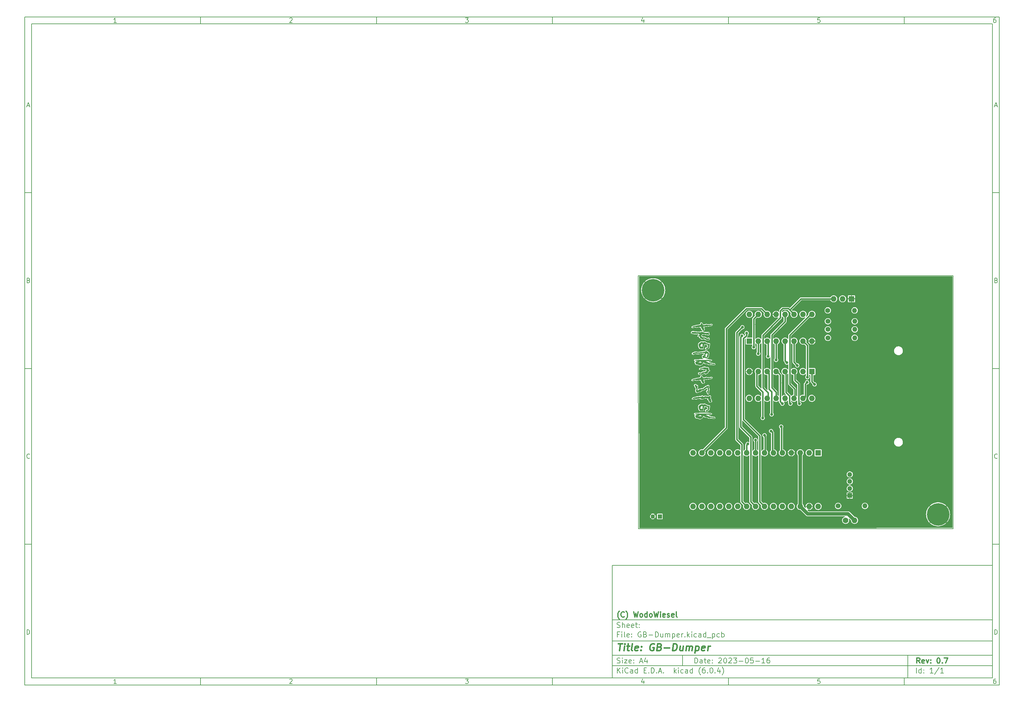
<source format=gbr>
%TF.GenerationSoftware,KiCad,Pcbnew,(6.0.4)*%
%TF.CreationDate,2023-10-22T17:32:38+02:00*%
%TF.ProjectId,GB-Dumper,47422d44-756d-4706-9572-2e6b69636164,0.7*%
%TF.SameCoordinates,Original*%
%TF.FileFunction,Copper,L2,Bot*%
%TF.FilePolarity,Positive*%
%FSLAX46Y46*%
G04 Gerber Fmt 4.6, Leading zero omitted, Abs format (unit mm)*
G04 Created by KiCad (PCBNEW (6.0.4)) date 2023-10-22 17:32:38*
%MOMM*%
%LPD*%
G01*
G04 APERTURE LIST*
%ADD10C,0.100000*%
%ADD11C,0.150000*%
%ADD12C,0.300000*%
%ADD13C,0.400000*%
%TA.AperFunction,Profile*%
%ADD14C,0.150000*%
%TD*%
%TA.AperFunction,EtchedComponent*%
%ADD15C,0.010000*%
%TD*%
%TA.AperFunction,ComponentPad*%
%ADD16C,1.600000*%
%TD*%
%TA.AperFunction,ComponentPad*%
%ADD17O,1.600000X1.600000*%
%TD*%
%TA.AperFunction,ComponentPad*%
%ADD18R,1.600000X1.600000*%
%TD*%
%TA.AperFunction,ComponentPad*%
%ADD19C,1.400000*%
%TD*%
%TA.AperFunction,ComponentPad*%
%ADD20O,1.400000X1.400000*%
%TD*%
%TA.AperFunction,ComponentPad*%
%ADD21R,1.350000X1.350000*%
%TD*%
%TA.AperFunction,ComponentPad*%
%ADD22O,1.350000X1.350000*%
%TD*%
%TA.AperFunction,ComponentPad*%
%ADD23R,1.200000X1.200000*%
%TD*%
%TA.AperFunction,ComponentPad*%
%ADD24C,1.200000*%
%TD*%
%TA.AperFunction,ComponentPad*%
%ADD25C,6.400000*%
%TD*%
%TA.AperFunction,ViaPad*%
%ADD26C,0.800000*%
%TD*%
%TA.AperFunction,Conductor*%
%ADD27C,0.400000*%
%TD*%
%TA.AperFunction,Conductor*%
%ADD28C,1.000000*%
%TD*%
G04 APERTURE END LIST*
D10*
D11*
X177002200Y-166007200D02*
X177002200Y-198007200D01*
X285002200Y-198007200D01*
X285002200Y-166007200D01*
X177002200Y-166007200D01*
D10*
D11*
X10000000Y-10000000D02*
X10000000Y-200007200D01*
X287002200Y-200007200D01*
X287002200Y-10000000D01*
X10000000Y-10000000D01*
D10*
D11*
X12000000Y-12000000D02*
X12000000Y-198007200D01*
X285002200Y-198007200D01*
X285002200Y-12000000D01*
X12000000Y-12000000D01*
D10*
D11*
X60000000Y-12000000D02*
X60000000Y-10000000D01*
D10*
D11*
X110000000Y-12000000D02*
X110000000Y-10000000D01*
D10*
D11*
X160000000Y-12000000D02*
X160000000Y-10000000D01*
D10*
D11*
X210000000Y-12000000D02*
X210000000Y-10000000D01*
D10*
D11*
X260000000Y-12000000D02*
X260000000Y-10000000D01*
D10*
D11*
X36065476Y-11588095D02*
X35322619Y-11588095D01*
X35694047Y-11588095D02*
X35694047Y-10288095D01*
X35570238Y-10473809D01*
X35446428Y-10597619D01*
X35322619Y-10659523D01*
D10*
D11*
X85322619Y-10411904D02*
X85384523Y-10350000D01*
X85508333Y-10288095D01*
X85817857Y-10288095D01*
X85941666Y-10350000D01*
X86003571Y-10411904D01*
X86065476Y-10535714D01*
X86065476Y-10659523D01*
X86003571Y-10845238D01*
X85260714Y-11588095D01*
X86065476Y-11588095D01*
D10*
D11*
X135260714Y-10288095D02*
X136065476Y-10288095D01*
X135632142Y-10783333D01*
X135817857Y-10783333D01*
X135941666Y-10845238D01*
X136003571Y-10907142D01*
X136065476Y-11030952D01*
X136065476Y-11340476D01*
X136003571Y-11464285D01*
X135941666Y-11526190D01*
X135817857Y-11588095D01*
X135446428Y-11588095D01*
X135322619Y-11526190D01*
X135260714Y-11464285D01*
D10*
D11*
X185941666Y-10721428D02*
X185941666Y-11588095D01*
X185632142Y-10226190D02*
X185322619Y-11154761D01*
X186127380Y-11154761D01*
D10*
D11*
X236003571Y-10288095D02*
X235384523Y-10288095D01*
X235322619Y-10907142D01*
X235384523Y-10845238D01*
X235508333Y-10783333D01*
X235817857Y-10783333D01*
X235941666Y-10845238D01*
X236003571Y-10907142D01*
X236065476Y-11030952D01*
X236065476Y-11340476D01*
X236003571Y-11464285D01*
X235941666Y-11526190D01*
X235817857Y-11588095D01*
X235508333Y-11588095D01*
X235384523Y-11526190D01*
X235322619Y-11464285D01*
D10*
D11*
X285941666Y-10288095D02*
X285694047Y-10288095D01*
X285570238Y-10350000D01*
X285508333Y-10411904D01*
X285384523Y-10597619D01*
X285322619Y-10845238D01*
X285322619Y-11340476D01*
X285384523Y-11464285D01*
X285446428Y-11526190D01*
X285570238Y-11588095D01*
X285817857Y-11588095D01*
X285941666Y-11526190D01*
X286003571Y-11464285D01*
X286065476Y-11340476D01*
X286065476Y-11030952D01*
X286003571Y-10907142D01*
X285941666Y-10845238D01*
X285817857Y-10783333D01*
X285570238Y-10783333D01*
X285446428Y-10845238D01*
X285384523Y-10907142D01*
X285322619Y-11030952D01*
D10*
D11*
X60000000Y-198007200D02*
X60000000Y-200007200D01*
D10*
D11*
X110000000Y-198007200D02*
X110000000Y-200007200D01*
D10*
D11*
X160000000Y-198007200D02*
X160000000Y-200007200D01*
D10*
D11*
X210000000Y-198007200D02*
X210000000Y-200007200D01*
D10*
D11*
X260000000Y-198007200D02*
X260000000Y-200007200D01*
D10*
D11*
X36065476Y-199595295D02*
X35322619Y-199595295D01*
X35694047Y-199595295D02*
X35694047Y-198295295D01*
X35570238Y-198481009D01*
X35446428Y-198604819D01*
X35322619Y-198666723D01*
D10*
D11*
X85322619Y-198419104D02*
X85384523Y-198357200D01*
X85508333Y-198295295D01*
X85817857Y-198295295D01*
X85941666Y-198357200D01*
X86003571Y-198419104D01*
X86065476Y-198542914D01*
X86065476Y-198666723D01*
X86003571Y-198852438D01*
X85260714Y-199595295D01*
X86065476Y-199595295D01*
D10*
D11*
X135260714Y-198295295D02*
X136065476Y-198295295D01*
X135632142Y-198790533D01*
X135817857Y-198790533D01*
X135941666Y-198852438D01*
X136003571Y-198914342D01*
X136065476Y-199038152D01*
X136065476Y-199347676D01*
X136003571Y-199471485D01*
X135941666Y-199533390D01*
X135817857Y-199595295D01*
X135446428Y-199595295D01*
X135322619Y-199533390D01*
X135260714Y-199471485D01*
D10*
D11*
X185941666Y-198728628D02*
X185941666Y-199595295D01*
X185632142Y-198233390D02*
X185322619Y-199161961D01*
X186127380Y-199161961D01*
D10*
D11*
X236003571Y-198295295D02*
X235384523Y-198295295D01*
X235322619Y-198914342D01*
X235384523Y-198852438D01*
X235508333Y-198790533D01*
X235817857Y-198790533D01*
X235941666Y-198852438D01*
X236003571Y-198914342D01*
X236065476Y-199038152D01*
X236065476Y-199347676D01*
X236003571Y-199471485D01*
X235941666Y-199533390D01*
X235817857Y-199595295D01*
X235508333Y-199595295D01*
X235384523Y-199533390D01*
X235322619Y-199471485D01*
D10*
D11*
X285941666Y-198295295D02*
X285694047Y-198295295D01*
X285570238Y-198357200D01*
X285508333Y-198419104D01*
X285384523Y-198604819D01*
X285322619Y-198852438D01*
X285322619Y-199347676D01*
X285384523Y-199471485D01*
X285446428Y-199533390D01*
X285570238Y-199595295D01*
X285817857Y-199595295D01*
X285941666Y-199533390D01*
X286003571Y-199471485D01*
X286065476Y-199347676D01*
X286065476Y-199038152D01*
X286003571Y-198914342D01*
X285941666Y-198852438D01*
X285817857Y-198790533D01*
X285570238Y-198790533D01*
X285446428Y-198852438D01*
X285384523Y-198914342D01*
X285322619Y-199038152D01*
D10*
D11*
X10000000Y-60000000D02*
X12000000Y-60000000D01*
D10*
D11*
X10000000Y-110000000D02*
X12000000Y-110000000D01*
D10*
D11*
X10000000Y-160000000D02*
X12000000Y-160000000D01*
D10*
D11*
X10690476Y-35216666D02*
X11309523Y-35216666D01*
X10566666Y-35588095D02*
X11000000Y-34288095D01*
X11433333Y-35588095D01*
D10*
D11*
X11092857Y-84907142D02*
X11278571Y-84969047D01*
X11340476Y-85030952D01*
X11402380Y-85154761D01*
X11402380Y-85340476D01*
X11340476Y-85464285D01*
X11278571Y-85526190D01*
X11154761Y-85588095D01*
X10659523Y-85588095D01*
X10659523Y-84288095D01*
X11092857Y-84288095D01*
X11216666Y-84350000D01*
X11278571Y-84411904D01*
X11340476Y-84535714D01*
X11340476Y-84659523D01*
X11278571Y-84783333D01*
X11216666Y-84845238D01*
X11092857Y-84907142D01*
X10659523Y-84907142D01*
D10*
D11*
X11402380Y-135464285D02*
X11340476Y-135526190D01*
X11154761Y-135588095D01*
X11030952Y-135588095D01*
X10845238Y-135526190D01*
X10721428Y-135402380D01*
X10659523Y-135278571D01*
X10597619Y-135030952D01*
X10597619Y-134845238D01*
X10659523Y-134597619D01*
X10721428Y-134473809D01*
X10845238Y-134350000D01*
X11030952Y-134288095D01*
X11154761Y-134288095D01*
X11340476Y-134350000D01*
X11402380Y-134411904D01*
D10*
D11*
X10659523Y-185588095D02*
X10659523Y-184288095D01*
X10969047Y-184288095D01*
X11154761Y-184350000D01*
X11278571Y-184473809D01*
X11340476Y-184597619D01*
X11402380Y-184845238D01*
X11402380Y-185030952D01*
X11340476Y-185278571D01*
X11278571Y-185402380D01*
X11154761Y-185526190D01*
X10969047Y-185588095D01*
X10659523Y-185588095D01*
D10*
D11*
X287002200Y-60000000D02*
X285002200Y-60000000D01*
D10*
D11*
X287002200Y-110000000D02*
X285002200Y-110000000D01*
D10*
D11*
X287002200Y-160000000D02*
X285002200Y-160000000D01*
D10*
D11*
X285692676Y-35216666D02*
X286311723Y-35216666D01*
X285568866Y-35588095D02*
X286002200Y-34288095D01*
X286435533Y-35588095D01*
D10*
D11*
X286095057Y-84907142D02*
X286280771Y-84969047D01*
X286342676Y-85030952D01*
X286404580Y-85154761D01*
X286404580Y-85340476D01*
X286342676Y-85464285D01*
X286280771Y-85526190D01*
X286156961Y-85588095D01*
X285661723Y-85588095D01*
X285661723Y-84288095D01*
X286095057Y-84288095D01*
X286218866Y-84350000D01*
X286280771Y-84411904D01*
X286342676Y-84535714D01*
X286342676Y-84659523D01*
X286280771Y-84783333D01*
X286218866Y-84845238D01*
X286095057Y-84907142D01*
X285661723Y-84907142D01*
D10*
D11*
X286404580Y-135464285D02*
X286342676Y-135526190D01*
X286156961Y-135588095D01*
X286033152Y-135588095D01*
X285847438Y-135526190D01*
X285723628Y-135402380D01*
X285661723Y-135278571D01*
X285599819Y-135030952D01*
X285599819Y-134845238D01*
X285661723Y-134597619D01*
X285723628Y-134473809D01*
X285847438Y-134350000D01*
X286033152Y-134288095D01*
X286156961Y-134288095D01*
X286342676Y-134350000D01*
X286404580Y-134411904D01*
D10*
D11*
X285661723Y-185588095D02*
X285661723Y-184288095D01*
X285971247Y-184288095D01*
X286156961Y-184350000D01*
X286280771Y-184473809D01*
X286342676Y-184597619D01*
X286404580Y-184845238D01*
X286404580Y-185030952D01*
X286342676Y-185278571D01*
X286280771Y-185402380D01*
X286156961Y-185526190D01*
X285971247Y-185588095D01*
X285661723Y-185588095D01*
D10*
D11*
X200434342Y-193785771D02*
X200434342Y-192285771D01*
X200791485Y-192285771D01*
X201005771Y-192357200D01*
X201148628Y-192500057D01*
X201220057Y-192642914D01*
X201291485Y-192928628D01*
X201291485Y-193142914D01*
X201220057Y-193428628D01*
X201148628Y-193571485D01*
X201005771Y-193714342D01*
X200791485Y-193785771D01*
X200434342Y-193785771D01*
X202577200Y-193785771D02*
X202577200Y-193000057D01*
X202505771Y-192857200D01*
X202362914Y-192785771D01*
X202077200Y-192785771D01*
X201934342Y-192857200D01*
X202577200Y-193714342D02*
X202434342Y-193785771D01*
X202077200Y-193785771D01*
X201934342Y-193714342D01*
X201862914Y-193571485D01*
X201862914Y-193428628D01*
X201934342Y-193285771D01*
X202077200Y-193214342D01*
X202434342Y-193214342D01*
X202577200Y-193142914D01*
X203077200Y-192785771D02*
X203648628Y-192785771D01*
X203291485Y-192285771D02*
X203291485Y-193571485D01*
X203362914Y-193714342D01*
X203505771Y-193785771D01*
X203648628Y-193785771D01*
X204720057Y-193714342D02*
X204577200Y-193785771D01*
X204291485Y-193785771D01*
X204148628Y-193714342D01*
X204077200Y-193571485D01*
X204077200Y-193000057D01*
X204148628Y-192857200D01*
X204291485Y-192785771D01*
X204577200Y-192785771D01*
X204720057Y-192857200D01*
X204791485Y-193000057D01*
X204791485Y-193142914D01*
X204077200Y-193285771D01*
X205434342Y-193642914D02*
X205505771Y-193714342D01*
X205434342Y-193785771D01*
X205362914Y-193714342D01*
X205434342Y-193642914D01*
X205434342Y-193785771D01*
X205434342Y-192857200D02*
X205505771Y-192928628D01*
X205434342Y-193000057D01*
X205362914Y-192928628D01*
X205434342Y-192857200D01*
X205434342Y-193000057D01*
X207220057Y-192428628D02*
X207291485Y-192357200D01*
X207434342Y-192285771D01*
X207791485Y-192285771D01*
X207934342Y-192357200D01*
X208005771Y-192428628D01*
X208077200Y-192571485D01*
X208077200Y-192714342D01*
X208005771Y-192928628D01*
X207148628Y-193785771D01*
X208077200Y-193785771D01*
X209005771Y-192285771D02*
X209148628Y-192285771D01*
X209291485Y-192357200D01*
X209362914Y-192428628D01*
X209434342Y-192571485D01*
X209505771Y-192857200D01*
X209505771Y-193214342D01*
X209434342Y-193500057D01*
X209362914Y-193642914D01*
X209291485Y-193714342D01*
X209148628Y-193785771D01*
X209005771Y-193785771D01*
X208862914Y-193714342D01*
X208791485Y-193642914D01*
X208720057Y-193500057D01*
X208648628Y-193214342D01*
X208648628Y-192857200D01*
X208720057Y-192571485D01*
X208791485Y-192428628D01*
X208862914Y-192357200D01*
X209005771Y-192285771D01*
X210077200Y-192428628D02*
X210148628Y-192357200D01*
X210291485Y-192285771D01*
X210648628Y-192285771D01*
X210791485Y-192357200D01*
X210862914Y-192428628D01*
X210934342Y-192571485D01*
X210934342Y-192714342D01*
X210862914Y-192928628D01*
X210005771Y-193785771D01*
X210934342Y-193785771D01*
X211434342Y-192285771D02*
X212362914Y-192285771D01*
X211862914Y-192857200D01*
X212077200Y-192857200D01*
X212220057Y-192928628D01*
X212291485Y-193000057D01*
X212362914Y-193142914D01*
X212362914Y-193500057D01*
X212291485Y-193642914D01*
X212220057Y-193714342D01*
X212077200Y-193785771D01*
X211648628Y-193785771D01*
X211505771Y-193714342D01*
X211434342Y-193642914D01*
X213005771Y-193214342D02*
X214148628Y-193214342D01*
X215148628Y-192285771D02*
X215291485Y-192285771D01*
X215434342Y-192357200D01*
X215505771Y-192428628D01*
X215577200Y-192571485D01*
X215648628Y-192857200D01*
X215648628Y-193214342D01*
X215577200Y-193500057D01*
X215505771Y-193642914D01*
X215434342Y-193714342D01*
X215291485Y-193785771D01*
X215148628Y-193785771D01*
X215005771Y-193714342D01*
X214934342Y-193642914D01*
X214862914Y-193500057D01*
X214791485Y-193214342D01*
X214791485Y-192857200D01*
X214862914Y-192571485D01*
X214934342Y-192428628D01*
X215005771Y-192357200D01*
X215148628Y-192285771D01*
X217005771Y-192285771D02*
X216291485Y-192285771D01*
X216220057Y-193000057D01*
X216291485Y-192928628D01*
X216434342Y-192857200D01*
X216791485Y-192857200D01*
X216934342Y-192928628D01*
X217005771Y-193000057D01*
X217077200Y-193142914D01*
X217077200Y-193500057D01*
X217005771Y-193642914D01*
X216934342Y-193714342D01*
X216791485Y-193785771D01*
X216434342Y-193785771D01*
X216291485Y-193714342D01*
X216220057Y-193642914D01*
X217720057Y-193214342D02*
X218862914Y-193214342D01*
X220362914Y-193785771D02*
X219505771Y-193785771D01*
X219934342Y-193785771D02*
X219934342Y-192285771D01*
X219791485Y-192500057D01*
X219648628Y-192642914D01*
X219505771Y-192714342D01*
X221648628Y-192285771D02*
X221362914Y-192285771D01*
X221220057Y-192357200D01*
X221148628Y-192428628D01*
X221005771Y-192642914D01*
X220934342Y-192928628D01*
X220934342Y-193500057D01*
X221005771Y-193642914D01*
X221077200Y-193714342D01*
X221220057Y-193785771D01*
X221505771Y-193785771D01*
X221648628Y-193714342D01*
X221720057Y-193642914D01*
X221791485Y-193500057D01*
X221791485Y-193142914D01*
X221720057Y-193000057D01*
X221648628Y-192928628D01*
X221505771Y-192857200D01*
X221220057Y-192857200D01*
X221077200Y-192928628D01*
X221005771Y-193000057D01*
X220934342Y-193142914D01*
D10*
D11*
X177002200Y-194507200D02*
X285002200Y-194507200D01*
D10*
D11*
X178434342Y-196585771D02*
X178434342Y-195085771D01*
X179291485Y-196585771D02*
X178648628Y-195728628D01*
X179291485Y-195085771D02*
X178434342Y-195942914D01*
X179934342Y-196585771D02*
X179934342Y-195585771D01*
X179934342Y-195085771D02*
X179862914Y-195157200D01*
X179934342Y-195228628D01*
X180005771Y-195157200D01*
X179934342Y-195085771D01*
X179934342Y-195228628D01*
X181505771Y-196442914D02*
X181434342Y-196514342D01*
X181220057Y-196585771D01*
X181077200Y-196585771D01*
X180862914Y-196514342D01*
X180720057Y-196371485D01*
X180648628Y-196228628D01*
X180577200Y-195942914D01*
X180577200Y-195728628D01*
X180648628Y-195442914D01*
X180720057Y-195300057D01*
X180862914Y-195157200D01*
X181077200Y-195085771D01*
X181220057Y-195085771D01*
X181434342Y-195157200D01*
X181505771Y-195228628D01*
X182791485Y-196585771D02*
X182791485Y-195800057D01*
X182720057Y-195657200D01*
X182577200Y-195585771D01*
X182291485Y-195585771D01*
X182148628Y-195657200D01*
X182791485Y-196514342D02*
X182648628Y-196585771D01*
X182291485Y-196585771D01*
X182148628Y-196514342D01*
X182077200Y-196371485D01*
X182077200Y-196228628D01*
X182148628Y-196085771D01*
X182291485Y-196014342D01*
X182648628Y-196014342D01*
X182791485Y-195942914D01*
X184148628Y-196585771D02*
X184148628Y-195085771D01*
X184148628Y-196514342D02*
X184005771Y-196585771D01*
X183720057Y-196585771D01*
X183577200Y-196514342D01*
X183505771Y-196442914D01*
X183434342Y-196300057D01*
X183434342Y-195871485D01*
X183505771Y-195728628D01*
X183577200Y-195657200D01*
X183720057Y-195585771D01*
X184005771Y-195585771D01*
X184148628Y-195657200D01*
X186005771Y-195800057D02*
X186505771Y-195800057D01*
X186720057Y-196585771D02*
X186005771Y-196585771D01*
X186005771Y-195085771D01*
X186720057Y-195085771D01*
X187362914Y-196442914D02*
X187434342Y-196514342D01*
X187362914Y-196585771D01*
X187291485Y-196514342D01*
X187362914Y-196442914D01*
X187362914Y-196585771D01*
X188077200Y-196585771D02*
X188077200Y-195085771D01*
X188434342Y-195085771D01*
X188648628Y-195157200D01*
X188791485Y-195300057D01*
X188862914Y-195442914D01*
X188934342Y-195728628D01*
X188934342Y-195942914D01*
X188862914Y-196228628D01*
X188791485Y-196371485D01*
X188648628Y-196514342D01*
X188434342Y-196585771D01*
X188077200Y-196585771D01*
X189577200Y-196442914D02*
X189648628Y-196514342D01*
X189577200Y-196585771D01*
X189505771Y-196514342D01*
X189577200Y-196442914D01*
X189577200Y-196585771D01*
X190220057Y-196157200D02*
X190934342Y-196157200D01*
X190077200Y-196585771D02*
X190577200Y-195085771D01*
X191077200Y-196585771D01*
X191577200Y-196442914D02*
X191648628Y-196514342D01*
X191577200Y-196585771D01*
X191505771Y-196514342D01*
X191577200Y-196442914D01*
X191577200Y-196585771D01*
X194577200Y-196585771D02*
X194577200Y-195085771D01*
X194720057Y-196014342D02*
X195148628Y-196585771D01*
X195148628Y-195585771D02*
X194577200Y-196157200D01*
X195791485Y-196585771D02*
X195791485Y-195585771D01*
X195791485Y-195085771D02*
X195720057Y-195157200D01*
X195791485Y-195228628D01*
X195862914Y-195157200D01*
X195791485Y-195085771D01*
X195791485Y-195228628D01*
X197148628Y-196514342D02*
X197005771Y-196585771D01*
X196720057Y-196585771D01*
X196577200Y-196514342D01*
X196505771Y-196442914D01*
X196434342Y-196300057D01*
X196434342Y-195871485D01*
X196505771Y-195728628D01*
X196577200Y-195657200D01*
X196720057Y-195585771D01*
X197005771Y-195585771D01*
X197148628Y-195657200D01*
X198434342Y-196585771D02*
X198434342Y-195800057D01*
X198362914Y-195657200D01*
X198220057Y-195585771D01*
X197934342Y-195585771D01*
X197791485Y-195657200D01*
X198434342Y-196514342D02*
X198291485Y-196585771D01*
X197934342Y-196585771D01*
X197791485Y-196514342D01*
X197720057Y-196371485D01*
X197720057Y-196228628D01*
X197791485Y-196085771D01*
X197934342Y-196014342D01*
X198291485Y-196014342D01*
X198434342Y-195942914D01*
X199791485Y-196585771D02*
X199791485Y-195085771D01*
X199791485Y-196514342D02*
X199648628Y-196585771D01*
X199362914Y-196585771D01*
X199220057Y-196514342D01*
X199148628Y-196442914D01*
X199077200Y-196300057D01*
X199077200Y-195871485D01*
X199148628Y-195728628D01*
X199220057Y-195657200D01*
X199362914Y-195585771D01*
X199648628Y-195585771D01*
X199791485Y-195657200D01*
X202077200Y-197157200D02*
X202005771Y-197085771D01*
X201862914Y-196871485D01*
X201791485Y-196728628D01*
X201720057Y-196514342D01*
X201648628Y-196157200D01*
X201648628Y-195871485D01*
X201720057Y-195514342D01*
X201791485Y-195300057D01*
X201862914Y-195157200D01*
X202005771Y-194942914D01*
X202077200Y-194871485D01*
X203291485Y-195085771D02*
X203005771Y-195085771D01*
X202862914Y-195157200D01*
X202791485Y-195228628D01*
X202648628Y-195442914D01*
X202577200Y-195728628D01*
X202577200Y-196300057D01*
X202648628Y-196442914D01*
X202720057Y-196514342D01*
X202862914Y-196585771D01*
X203148628Y-196585771D01*
X203291485Y-196514342D01*
X203362914Y-196442914D01*
X203434342Y-196300057D01*
X203434342Y-195942914D01*
X203362914Y-195800057D01*
X203291485Y-195728628D01*
X203148628Y-195657200D01*
X202862914Y-195657200D01*
X202720057Y-195728628D01*
X202648628Y-195800057D01*
X202577200Y-195942914D01*
X204077200Y-196442914D02*
X204148628Y-196514342D01*
X204077200Y-196585771D01*
X204005771Y-196514342D01*
X204077200Y-196442914D01*
X204077200Y-196585771D01*
X205077200Y-195085771D02*
X205220057Y-195085771D01*
X205362914Y-195157200D01*
X205434342Y-195228628D01*
X205505771Y-195371485D01*
X205577200Y-195657200D01*
X205577200Y-196014342D01*
X205505771Y-196300057D01*
X205434342Y-196442914D01*
X205362914Y-196514342D01*
X205220057Y-196585771D01*
X205077200Y-196585771D01*
X204934342Y-196514342D01*
X204862914Y-196442914D01*
X204791485Y-196300057D01*
X204720057Y-196014342D01*
X204720057Y-195657200D01*
X204791485Y-195371485D01*
X204862914Y-195228628D01*
X204934342Y-195157200D01*
X205077200Y-195085771D01*
X206220057Y-196442914D02*
X206291485Y-196514342D01*
X206220057Y-196585771D01*
X206148628Y-196514342D01*
X206220057Y-196442914D01*
X206220057Y-196585771D01*
X207577200Y-195585771D02*
X207577200Y-196585771D01*
X207220057Y-195014342D02*
X206862914Y-196085771D01*
X207791485Y-196085771D01*
X208220057Y-197157200D02*
X208291485Y-197085771D01*
X208434342Y-196871485D01*
X208505771Y-196728628D01*
X208577200Y-196514342D01*
X208648628Y-196157200D01*
X208648628Y-195871485D01*
X208577200Y-195514342D01*
X208505771Y-195300057D01*
X208434342Y-195157200D01*
X208291485Y-194942914D01*
X208220057Y-194871485D01*
D10*
D11*
X177002200Y-191507200D02*
X285002200Y-191507200D01*
D10*
D12*
X264411485Y-193785771D02*
X263911485Y-193071485D01*
X263554342Y-193785771D02*
X263554342Y-192285771D01*
X264125771Y-192285771D01*
X264268628Y-192357200D01*
X264340057Y-192428628D01*
X264411485Y-192571485D01*
X264411485Y-192785771D01*
X264340057Y-192928628D01*
X264268628Y-193000057D01*
X264125771Y-193071485D01*
X263554342Y-193071485D01*
X265625771Y-193714342D02*
X265482914Y-193785771D01*
X265197200Y-193785771D01*
X265054342Y-193714342D01*
X264982914Y-193571485D01*
X264982914Y-193000057D01*
X265054342Y-192857200D01*
X265197200Y-192785771D01*
X265482914Y-192785771D01*
X265625771Y-192857200D01*
X265697200Y-193000057D01*
X265697200Y-193142914D01*
X264982914Y-193285771D01*
X266197200Y-192785771D02*
X266554342Y-193785771D01*
X266911485Y-192785771D01*
X267482914Y-193642914D02*
X267554342Y-193714342D01*
X267482914Y-193785771D01*
X267411485Y-193714342D01*
X267482914Y-193642914D01*
X267482914Y-193785771D01*
X267482914Y-192857200D02*
X267554342Y-192928628D01*
X267482914Y-193000057D01*
X267411485Y-192928628D01*
X267482914Y-192857200D01*
X267482914Y-193000057D01*
X269625771Y-192285771D02*
X269768628Y-192285771D01*
X269911485Y-192357200D01*
X269982914Y-192428628D01*
X270054342Y-192571485D01*
X270125771Y-192857200D01*
X270125771Y-193214342D01*
X270054342Y-193500057D01*
X269982914Y-193642914D01*
X269911485Y-193714342D01*
X269768628Y-193785771D01*
X269625771Y-193785771D01*
X269482914Y-193714342D01*
X269411485Y-193642914D01*
X269340057Y-193500057D01*
X269268628Y-193214342D01*
X269268628Y-192857200D01*
X269340057Y-192571485D01*
X269411485Y-192428628D01*
X269482914Y-192357200D01*
X269625771Y-192285771D01*
X270768628Y-193642914D02*
X270840057Y-193714342D01*
X270768628Y-193785771D01*
X270697200Y-193714342D01*
X270768628Y-193642914D01*
X270768628Y-193785771D01*
X271340057Y-192285771D02*
X272340057Y-192285771D01*
X271697200Y-193785771D01*
D10*
D11*
X178362914Y-193714342D02*
X178577200Y-193785771D01*
X178934342Y-193785771D01*
X179077200Y-193714342D01*
X179148628Y-193642914D01*
X179220057Y-193500057D01*
X179220057Y-193357200D01*
X179148628Y-193214342D01*
X179077200Y-193142914D01*
X178934342Y-193071485D01*
X178648628Y-193000057D01*
X178505771Y-192928628D01*
X178434342Y-192857200D01*
X178362914Y-192714342D01*
X178362914Y-192571485D01*
X178434342Y-192428628D01*
X178505771Y-192357200D01*
X178648628Y-192285771D01*
X179005771Y-192285771D01*
X179220057Y-192357200D01*
X179862914Y-193785771D02*
X179862914Y-192785771D01*
X179862914Y-192285771D02*
X179791485Y-192357200D01*
X179862914Y-192428628D01*
X179934342Y-192357200D01*
X179862914Y-192285771D01*
X179862914Y-192428628D01*
X180434342Y-192785771D02*
X181220057Y-192785771D01*
X180434342Y-193785771D01*
X181220057Y-193785771D01*
X182362914Y-193714342D02*
X182220057Y-193785771D01*
X181934342Y-193785771D01*
X181791485Y-193714342D01*
X181720057Y-193571485D01*
X181720057Y-193000057D01*
X181791485Y-192857200D01*
X181934342Y-192785771D01*
X182220057Y-192785771D01*
X182362914Y-192857200D01*
X182434342Y-193000057D01*
X182434342Y-193142914D01*
X181720057Y-193285771D01*
X183077200Y-193642914D02*
X183148628Y-193714342D01*
X183077200Y-193785771D01*
X183005771Y-193714342D01*
X183077200Y-193642914D01*
X183077200Y-193785771D01*
X183077200Y-192857200D02*
X183148628Y-192928628D01*
X183077200Y-193000057D01*
X183005771Y-192928628D01*
X183077200Y-192857200D01*
X183077200Y-193000057D01*
X184862914Y-193357200D02*
X185577200Y-193357200D01*
X184720057Y-193785771D02*
X185220057Y-192285771D01*
X185720057Y-193785771D01*
X186862914Y-192785771D02*
X186862914Y-193785771D01*
X186505771Y-192214342D02*
X186148628Y-193285771D01*
X187077200Y-193285771D01*
D10*
D11*
X263434342Y-196585771D02*
X263434342Y-195085771D01*
X264791485Y-196585771D02*
X264791485Y-195085771D01*
X264791485Y-196514342D02*
X264648628Y-196585771D01*
X264362914Y-196585771D01*
X264220057Y-196514342D01*
X264148628Y-196442914D01*
X264077200Y-196300057D01*
X264077200Y-195871485D01*
X264148628Y-195728628D01*
X264220057Y-195657200D01*
X264362914Y-195585771D01*
X264648628Y-195585771D01*
X264791485Y-195657200D01*
X265505771Y-196442914D02*
X265577200Y-196514342D01*
X265505771Y-196585771D01*
X265434342Y-196514342D01*
X265505771Y-196442914D01*
X265505771Y-196585771D01*
X265505771Y-195657200D02*
X265577200Y-195728628D01*
X265505771Y-195800057D01*
X265434342Y-195728628D01*
X265505771Y-195657200D01*
X265505771Y-195800057D01*
X268148628Y-196585771D02*
X267291485Y-196585771D01*
X267720057Y-196585771D02*
X267720057Y-195085771D01*
X267577200Y-195300057D01*
X267434342Y-195442914D01*
X267291485Y-195514342D01*
X269862914Y-195014342D02*
X268577200Y-196942914D01*
X271148628Y-196585771D02*
X270291485Y-196585771D01*
X270720057Y-196585771D02*
X270720057Y-195085771D01*
X270577200Y-195300057D01*
X270434342Y-195442914D01*
X270291485Y-195514342D01*
D10*
D11*
X177002200Y-187507200D02*
X285002200Y-187507200D01*
D10*
D13*
X178714580Y-188211961D02*
X179857438Y-188211961D01*
X179036009Y-190211961D02*
X179286009Y-188211961D01*
X180274104Y-190211961D02*
X180440771Y-188878628D01*
X180524104Y-188211961D02*
X180416961Y-188307200D01*
X180500295Y-188402438D01*
X180607438Y-188307200D01*
X180524104Y-188211961D01*
X180500295Y-188402438D01*
X181107438Y-188878628D02*
X181869342Y-188878628D01*
X181476485Y-188211961D02*
X181262200Y-189926247D01*
X181333628Y-190116723D01*
X181512200Y-190211961D01*
X181702676Y-190211961D01*
X182655057Y-190211961D02*
X182476485Y-190116723D01*
X182405057Y-189926247D01*
X182619342Y-188211961D01*
X184190771Y-190116723D02*
X183988390Y-190211961D01*
X183607438Y-190211961D01*
X183428866Y-190116723D01*
X183357438Y-189926247D01*
X183452676Y-189164342D01*
X183571723Y-188973866D01*
X183774104Y-188878628D01*
X184155057Y-188878628D01*
X184333628Y-188973866D01*
X184405057Y-189164342D01*
X184381247Y-189354819D01*
X183405057Y-189545295D01*
X185155057Y-190021485D02*
X185238390Y-190116723D01*
X185131247Y-190211961D01*
X185047914Y-190116723D01*
X185155057Y-190021485D01*
X185131247Y-190211961D01*
X185286009Y-188973866D02*
X185369342Y-189069104D01*
X185262200Y-189164342D01*
X185178866Y-189069104D01*
X185286009Y-188973866D01*
X185262200Y-189164342D01*
X188893152Y-188307200D02*
X188714580Y-188211961D01*
X188428866Y-188211961D01*
X188131247Y-188307200D01*
X187916961Y-188497676D01*
X187797914Y-188688152D01*
X187655057Y-189069104D01*
X187619342Y-189354819D01*
X187666961Y-189735771D01*
X187738390Y-189926247D01*
X187905057Y-190116723D01*
X188178866Y-190211961D01*
X188369342Y-190211961D01*
X188666961Y-190116723D01*
X188774104Y-190021485D01*
X188857438Y-189354819D01*
X188476485Y-189354819D01*
X190405057Y-189164342D02*
X190678866Y-189259580D01*
X190762200Y-189354819D01*
X190833628Y-189545295D01*
X190797914Y-189831009D01*
X190678866Y-190021485D01*
X190571723Y-190116723D01*
X190369342Y-190211961D01*
X189607438Y-190211961D01*
X189857438Y-188211961D01*
X190524104Y-188211961D01*
X190702676Y-188307200D01*
X190786009Y-188402438D01*
X190857438Y-188592914D01*
X190833628Y-188783390D01*
X190714580Y-188973866D01*
X190607438Y-189069104D01*
X190405057Y-189164342D01*
X189738390Y-189164342D01*
X191702676Y-189450057D02*
X193226485Y-189450057D01*
X194083628Y-190211961D02*
X194333628Y-188211961D01*
X194809819Y-188211961D01*
X195083628Y-188307200D01*
X195250295Y-188497676D01*
X195321723Y-188688152D01*
X195369342Y-189069104D01*
X195333628Y-189354819D01*
X195190771Y-189735771D01*
X195071723Y-189926247D01*
X194857438Y-190116723D01*
X194559819Y-190211961D01*
X194083628Y-190211961D01*
X197107438Y-188878628D02*
X196940771Y-190211961D01*
X196250295Y-188878628D02*
X196119342Y-189926247D01*
X196190771Y-190116723D01*
X196369342Y-190211961D01*
X196655057Y-190211961D01*
X196857438Y-190116723D01*
X196964580Y-190021485D01*
X197893152Y-190211961D02*
X198059819Y-188878628D01*
X198036009Y-189069104D02*
X198143152Y-188973866D01*
X198345533Y-188878628D01*
X198631247Y-188878628D01*
X198809819Y-188973866D01*
X198881247Y-189164342D01*
X198750295Y-190211961D01*
X198881247Y-189164342D02*
X199000295Y-188973866D01*
X199202676Y-188878628D01*
X199488390Y-188878628D01*
X199666961Y-188973866D01*
X199738390Y-189164342D01*
X199607438Y-190211961D01*
X200726485Y-188878628D02*
X200476485Y-190878628D01*
X200714580Y-188973866D02*
X200916961Y-188878628D01*
X201297914Y-188878628D01*
X201476485Y-188973866D01*
X201559819Y-189069104D01*
X201631247Y-189259580D01*
X201559819Y-189831009D01*
X201440771Y-190021485D01*
X201333628Y-190116723D01*
X201131247Y-190211961D01*
X200750295Y-190211961D01*
X200571723Y-190116723D01*
X203143152Y-190116723D02*
X202940771Y-190211961D01*
X202559819Y-190211961D01*
X202381247Y-190116723D01*
X202309819Y-189926247D01*
X202405057Y-189164342D01*
X202524104Y-188973866D01*
X202726485Y-188878628D01*
X203107438Y-188878628D01*
X203286009Y-188973866D01*
X203357438Y-189164342D01*
X203333628Y-189354819D01*
X202357438Y-189545295D01*
X204083628Y-190211961D02*
X204250295Y-188878628D01*
X204202676Y-189259580D02*
X204321723Y-189069104D01*
X204428866Y-188973866D01*
X204631247Y-188878628D01*
X204821723Y-188878628D01*
D10*
D11*
X178934342Y-185600057D02*
X178434342Y-185600057D01*
X178434342Y-186385771D02*
X178434342Y-184885771D01*
X179148628Y-184885771D01*
X179720057Y-186385771D02*
X179720057Y-185385771D01*
X179720057Y-184885771D02*
X179648628Y-184957200D01*
X179720057Y-185028628D01*
X179791485Y-184957200D01*
X179720057Y-184885771D01*
X179720057Y-185028628D01*
X180648628Y-186385771D02*
X180505771Y-186314342D01*
X180434342Y-186171485D01*
X180434342Y-184885771D01*
X181791485Y-186314342D02*
X181648628Y-186385771D01*
X181362914Y-186385771D01*
X181220057Y-186314342D01*
X181148628Y-186171485D01*
X181148628Y-185600057D01*
X181220057Y-185457200D01*
X181362914Y-185385771D01*
X181648628Y-185385771D01*
X181791485Y-185457200D01*
X181862914Y-185600057D01*
X181862914Y-185742914D01*
X181148628Y-185885771D01*
X182505771Y-186242914D02*
X182577200Y-186314342D01*
X182505771Y-186385771D01*
X182434342Y-186314342D01*
X182505771Y-186242914D01*
X182505771Y-186385771D01*
X182505771Y-185457200D02*
X182577200Y-185528628D01*
X182505771Y-185600057D01*
X182434342Y-185528628D01*
X182505771Y-185457200D01*
X182505771Y-185600057D01*
X185148628Y-184957200D02*
X185005771Y-184885771D01*
X184791485Y-184885771D01*
X184577200Y-184957200D01*
X184434342Y-185100057D01*
X184362914Y-185242914D01*
X184291485Y-185528628D01*
X184291485Y-185742914D01*
X184362914Y-186028628D01*
X184434342Y-186171485D01*
X184577200Y-186314342D01*
X184791485Y-186385771D01*
X184934342Y-186385771D01*
X185148628Y-186314342D01*
X185220057Y-186242914D01*
X185220057Y-185742914D01*
X184934342Y-185742914D01*
X186362914Y-185600057D02*
X186577200Y-185671485D01*
X186648628Y-185742914D01*
X186720057Y-185885771D01*
X186720057Y-186100057D01*
X186648628Y-186242914D01*
X186577200Y-186314342D01*
X186434342Y-186385771D01*
X185862914Y-186385771D01*
X185862914Y-184885771D01*
X186362914Y-184885771D01*
X186505771Y-184957200D01*
X186577200Y-185028628D01*
X186648628Y-185171485D01*
X186648628Y-185314342D01*
X186577200Y-185457200D01*
X186505771Y-185528628D01*
X186362914Y-185600057D01*
X185862914Y-185600057D01*
X187362914Y-185814342D02*
X188505771Y-185814342D01*
X189220057Y-186385771D02*
X189220057Y-184885771D01*
X189577200Y-184885771D01*
X189791485Y-184957200D01*
X189934342Y-185100057D01*
X190005771Y-185242914D01*
X190077200Y-185528628D01*
X190077200Y-185742914D01*
X190005771Y-186028628D01*
X189934342Y-186171485D01*
X189791485Y-186314342D01*
X189577200Y-186385771D01*
X189220057Y-186385771D01*
X191362914Y-185385771D02*
X191362914Y-186385771D01*
X190720057Y-185385771D02*
X190720057Y-186171485D01*
X190791485Y-186314342D01*
X190934342Y-186385771D01*
X191148628Y-186385771D01*
X191291485Y-186314342D01*
X191362914Y-186242914D01*
X192077200Y-186385771D02*
X192077200Y-185385771D01*
X192077200Y-185528628D02*
X192148628Y-185457200D01*
X192291485Y-185385771D01*
X192505771Y-185385771D01*
X192648628Y-185457200D01*
X192720057Y-185600057D01*
X192720057Y-186385771D01*
X192720057Y-185600057D02*
X192791485Y-185457200D01*
X192934342Y-185385771D01*
X193148628Y-185385771D01*
X193291485Y-185457200D01*
X193362914Y-185600057D01*
X193362914Y-186385771D01*
X194077200Y-185385771D02*
X194077200Y-186885771D01*
X194077200Y-185457200D02*
X194220057Y-185385771D01*
X194505771Y-185385771D01*
X194648628Y-185457200D01*
X194720057Y-185528628D01*
X194791485Y-185671485D01*
X194791485Y-186100057D01*
X194720057Y-186242914D01*
X194648628Y-186314342D01*
X194505771Y-186385771D01*
X194220057Y-186385771D01*
X194077200Y-186314342D01*
X196005771Y-186314342D02*
X195862914Y-186385771D01*
X195577200Y-186385771D01*
X195434342Y-186314342D01*
X195362914Y-186171485D01*
X195362914Y-185600057D01*
X195434342Y-185457200D01*
X195577200Y-185385771D01*
X195862914Y-185385771D01*
X196005771Y-185457200D01*
X196077200Y-185600057D01*
X196077200Y-185742914D01*
X195362914Y-185885771D01*
X196720057Y-186385771D02*
X196720057Y-185385771D01*
X196720057Y-185671485D02*
X196791485Y-185528628D01*
X196862914Y-185457200D01*
X197005771Y-185385771D01*
X197148628Y-185385771D01*
X197648628Y-186242914D02*
X197720057Y-186314342D01*
X197648628Y-186385771D01*
X197577200Y-186314342D01*
X197648628Y-186242914D01*
X197648628Y-186385771D01*
X198362914Y-186385771D02*
X198362914Y-184885771D01*
X198505771Y-185814342D02*
X198934342Y-186385771D01*
X198934342Y-185385771D02*
X198362914Y-185957200D01*
X199577200Y-186385771D02*
X199577200Y-185385771D01*
X199577200Y-184885771D02*
X199505771Y-184957200D01*
X199577200Y-185028628D01*
X199648628Y-184957200D01*
X199577200Y-184885771D01*
X199577200Y-185028628D01*
X200934342Y-186314342D02*
X200791485Y-186385771D01*
X200505771Y-186385771D01*
X200362914Y-186314342D01*
X200291485Y-186242914D01*
X200220057Y-186100057D01*
X200220057Y-185671485D01*
X200291485Y-185528628D01*
X200362914Y-185457200D01*
X200505771Y-185385771D01*
X200791485Y-185385771D01*
X200934342Y-185457200D01*
X202220057Y-186385771D02*
X202220057Y-185600057D01*
X202148628Y-185457200D01*
X202005771Y-185385771D01*
X201720057Y-185385771D01*
X201577200Y-185457200D01*
X202220057Y-186314342D02*
X202077200Y-186385771D01*
X201720057Y-186385771D01*
X201577200Y-186314342D01*
X201505771Y-186171485D01*
X201505771Y-186028628D01*
X201577200Y-185885771D01*
X201720057Y-185814342D01*
X202077200Y-185814342D01*
X202220057Y-185742914D01*
X203577200Y-186385771D02*
X203577200Y-184885771D01*
X203577200Y-186314342D02*
X203434342Y-186385771D01*
X203148628Y-186385771D01*
X203005771Y-186314342D01*
X202934342Y-186242914D01*
X202862914Y-186100057D01*
X202862914Y-185671485D01*
X202934342Y-185528628D01*
X203005771Y-185457200D01*
X203148628Y-185385771D01*
X203434342Y-185385771D01*
X203577200Y-185457200D01*
X203934342Y-186528628D02*
X205077200Y-186528628D01*
X205434342Y-185385771D02*
X205434342Y-186885771D01*
X205434342Y-185457200D02*
X205577200Y-185385771D01*
X205862914Y-185385771D01*
X206005771Y-185457200D01*
X206077200Y-185528628D01*
X206148628Y-185671485D01*
X206148628Y-186100057D01*
X206077200Y-186242914D01*
X206005771Y-186314342D01*
X205862914Y-186385771D01*
X205577200Y-186385771D01*
X205434342Y-186314342D01*
X207434342Y-186314342D02*
X207291485Y-186385771D01*
X207005771Y-186385771D01*
X206862914Y-186314342D01*
X206791485Y-186242914D01*
X206720057Y-186100057D01*
X206720057Y-185671485D01*
X206791485Y-185528628D01*
X206862914Y-185457200D01*
X207005771Y-185385771D01*
X207291485Y-185385771D01*
X207434342Y-185457200D01*
X208077200Y-186385771D02*
X208077200Y-184885771D01*
X208077200Y-185457200D02*
X208220057Y-185385771D01*
X208505771Y-185385771D01*
X208648628Y-185457200D01*
X208720057Y-185528628D01*
X208791485Y-185671485D01*
X208791485Y-186100057D01*
X208720057Y-186242914D01*
X208648628Y-186314342D01*
X208505771Y-186385771D01*
X208220057Y-186385771D01*
X208077200Y-186314342D01*
D10*
D11*
X177002200Y-181507200D02*
X285002200Y-181507200D01*
D10*
D11*
X178362914Y-183614342D02*
X178577200Y-183685771D01*
X178934342Y-183685771D01*
X179077200Y-183614342D01*
X179148628Y-183542914D01*
X179220057Y-183400057D01*
X179220057Y-183257200D01*
X179148628Y-183114342D01*
X179077200Y-183042914D01*
X178934342Y-182971485D01*
X178648628Y-182900057D01*
X178505771Y-182828628D01*
X178434342Y-182757200D01*
X178362914Y-182614342D01*
X178362914Y-182471485D01*
X178434342Y-182328628D01*
X178505771Y-182257200D01*
X178648628Y-182185771D01*
X179005771Y-182185771D01*
X179220057Y-182257200D01*
X179862914Y-183685771D02*
X179862914Y-182185771D01*
X180505771Y-183685771D02*
X180505771Y-182900057D01*
X180434342Y-182757200D01*
X180291485Y-182685771D01*
X180077200Y-182685771D01*
X179934342Y-182757200D01*
X179862914Y-182828628D01*
X181791485Y-183614342D02*
X181648628Y-183685771D01*
X181362914Y-183685771D01*
X181220057Y-183614342D01*
X181148628Y-183471485D01*
X181148628Y-182900057D01*
X181220057Y-182757200D01*
X181362914Y-182685771D01*
X181648628Y-182685771D01*
X181791485Y-182757200D01*
X181862914Y-182900057D01*
X181862914Y-183042914D01*
X181148628Y-183185771D01*
X183077200Y-183614342D02*
X182934342Y-183685771D01*
X182648628Y-183685771D01*
X182505771Y-183614342D01*
X182434342Y-183471485D01*
X182434342Y-182900057D01*
X182505771Y-182757200D01*
X182648628Y-182685771D01*
X182934342Y-182685771D01*
X183077200Y-182757200D01*
X183148628Y-182900057D01*
X183148628Y-183042914D01*
X182434342Y-183185771D01*
X183577200Y-182685771D02*
X184148628Y-182685771D01*
X183791485Y-182185771D02*
X183791485Y-183471485D01*
X183862914Y-183614342D01*
X184005771Y-183685771D01*
X184148628Y-183685771D01*
X184648628Y-183542914D02*
X184720057Y-183614342D01*
X184648628Y-183685771D01*
X184577200Y-183614342D01*
X184648628Y-183542914D01*
X184648628Y-183685771D01*
X184648628Y-182757200D02*
X184720057Y-182828628D01*
X184648628Y-182900057D01*
X184577200Y-182828628D01*
X184648628Y-182757200D01*
X184648628Y-182900057D01*
D10*
D12*
X178982914Y-181257200D02*
X178911485Y-181185771D01*
X178768628Y-180971485D01*
X178697200Y-180828628D01*
X178625771Y-180614342D01*
X178554342Y-180257200D01*
X178554342Y-179971485D01*
X178625771Y-179614342D01*
X178697200Y-179400057D01*
X178768628Y-179257200D01*
X178911485Y-179042914D01*
X178982914Y-178971485D01*
X180411485Y-180542914D02*
X180340057Y-180614342D01*
X180125771Y-180685771D01*
X179982914Y-180685771D01*
X179768628Y-180614342D01*
X179625771Y-180471485D01*
X179554342Y-180328628D01*
X179482914Y-180042914D01*
X179482914Y-179828628D01*
X179554342Y-179542914D01*
X179625771Y-179400057D01*
X179768628Y-179257200D01*
X179982914Y-179185771D01*
X180125771Y-179185771D01*
X180340057Y-179257200D01*
X180411485Y-179328628D01*
X180911485Y-181257200D02*
X180982914Y-181185771D01*
X181125771Y-180971485D01*
X181197200Y-180828628D01*
X181268628Y-180614342D01*
X181340057Y-180257200D01*
X181340057Y-179971485D01*
X181268628Y-179614342D01*
X181197200Y-179400057D01*
X181125771Y-179257200D01*
X180982914Y-179042914D01*
X180911485Y-178971485D01*
X183054342Y-179185771D02*
X183411485Y-180685771D01*
X183697200Y-179614342D01*
X183982914Y-180685771D01*
X184340057Y-179185771D01*
X185125771Y-180685771D02*
X184982914Y-180614342D01*
X184911485Y-180542914D01*
X184840057Y-180400057D01*
X184840057Y-179971485D01*
X184911485Y-179828628D01*
X184982914Y-179757200D01*
X185125771Y-179685771D01*
X185340057Y-179685771D01*
X185482914Y-179757200D01*
X185554342Y-179828628D01*
X185625771Y-179971485D01*
X185625771Y-180400057D01*
X185554342Y-180542914D01*
X185482914Y-180614342D01*
X185340057Y-180685771D01*
X185125771Y-180685771D01*
X186911485Y-180685771D02*
X186911485Y-179185771D01*
X186911485Y-180614342D02*
X186768628Y-180685771D01*
X186482914Y-180685771D01*
X186340057Y-180614342D01*
X186268628Y-180542914D01*
X186197200Y-180400057D01*
X186197200Y-179971485D01*
X186268628Y-179828628D01*
X186340057Y-179757200D01*
X186482914Y-179685771D01*
X186768628Y-179685771D01*
X186911485Y-179757200D01*
X187840057Y-180685771D02*
X187697200Y-180614342D01*
X187625771Y-180542914D01*
X187554342Y-180400057D01*
X187554342Y-179971485D01*
X187625771Y-179828628D01*
X187697200Y-179757200D01*
X187840057Y-179685771D01*
X188054342Y-179685771D01*
X188197200Y-179757200D01*
X188268628Y-179828628D01*
X188340057Y-179971485D01*
X188340057Y-180400057D01*
X188268628Y-180542914D01*
X188197200Y-180614342D01*
X188054342Y-180685771D01*
X187840057Y-180685771D01*
X188840057Y-179185771D02*
X189197200Y-180685771D01*
X189482914Y-179614342D01*
X189768628Y-180685771D01*
X190125771Y-179185771D01*
X190697200Y-180685771D02*
X190697200Y-179685771D01*
X190697200Y-179185771D02*
X190625771Y-179257200D01*
X190697200Y-179328628D01*
X190768628Y-179257200D01*
X190697200Y-179185771D01*
X190697200Y-179328628D01*
X191982914Y-180614342D02*
X191840057Y-180685771D01*
X191554342Y-180685771D01*
X191411485Y-180614342D01*
X191340057Y-180471485D01*
X191340057Y-179900057D01*
X191411485Y-179757200D01*
X191554342Y-179685771D01*
X191840057Y-179685771D01*
X191982914Y-179757200D01*
X192054342Y-179900057D01*
X192054342Y-180042914D01*
X191340057Y-180185771D01*
X192625771Y-180614342D02*
X192768628Y-180685771D01*
X193054342Y-180685771D01*
X193197200Y-180614342D01*
X193268628Y-180471485D01*
X193268628Y-180400057D01*
X193197200Y-180257200D01*
X193054342Y-180185771D01*
X192840057Y-180185771D01*
X192697200Y-180114342D01*
X192625771Y-179971485D01*
X192625771Y-179900057D01*
X192697200Y-179757200D01*
X192840057Y-179685771D01*
X193054342Y-179685771D01*
X193197200Y-179757200D01*
X194482914Y-180614342D02*
X194340057Y-180685771D01*
X194054342Y-180685771D01*
X193911485Y-180614342D01*
X193840057Y-180471485D01*
X193840057Y-179900057D01*
X193911485Y-179757200D01*
X194054342Y-179685771D01*
X194340057Y-179685771D01*
X194482914Y-179757200D01*
X194554342Y-179900057D01*
X194554342Y-180042914D01*
X193840057Y-180185771D01*
X195411485Y-180685771D02*
X195268628Y-180614342D01*
X195197200Y-180471485D01*
X195197200Y-179185771D01*
D10*
D11*
D10*
D11*
D10*
D11*
D10*
D11*
D10*
D11*
X197002200Y-191507200D02*
X197002200Y-194507200D01*
D10*
D11*
X261002200Y-191507200D02*
X261002200Y-198007200D01*
D14*
X273834000Y-83564000D02*
X273834000Y-155540000D01*
X184378000Y-83564000D02*
X273834000Y-83564000D01*
X184478000Y-155564000D02*
X184378000Y-83564000D01*
X273834000Y-155540000D02*
X184478000Y-155564000D01*
%TO.C,G2\u002A\u002A*%
G36*
X202276013Y-122781958D02*
G01*
X202568486Y-122778934D01*
X202797659Y-122776376D01*
X202938739Y-122774543D01*
X202974169Y-122774112D01*
X203214998Y-122775007D01*
X203446739Y-122780700D01*
X203502752Y-122782517D01*
X203708068Y-122786215D01*
X203967033Y-122788174D01*
X204236962Y-122787999D01*
X204353854Y-122788545D01*
X204602988Y-122797055D01*
X204811195Y-122813624D01*
X204942517Y-122835814D01*
X205111850Y-122886448D01*
X204952954Y-122950002D01*
X204929485Y-122958542D01*
X204754339Y-122997657D01*
X204560443Y-123013555D01*
X204468639Y-123015461D01*
X204254256Y-123028164D01*
X204005828Y-123050209D01*
X203747785Y-123078557D01*
X203504557Y-123110169D01*
X203300575Y-123142007D01*
X203160270Y-123171031D01*
X203108073Y-123194204D01*
X203128275Y-123210812D01*
X203232032Y-123231322D01*
X203394383Y-123239333D01*
X203406332Y-123239393D01*
X203570569Y-123253754D01*
X203753883Y-123299028D01*
X203982684Y-123383407D01*
X204283383Y-123515084D01*
X204474794Y-123600844D01*
X204730141Y-123703821D01*
X204956085Y-123773410D01*
X205195898Y-123822027D01*
X205492850Y-123862087D01*
X205752834Y-123896005D01*
X205953771Y-123932651D01*
X206065232Y-123970112D01*
X206099628Y-124011442D01*
X206083342Y-124071907D01*
X205992672Y-124121765D01*
X205815555Y-124121715D01*
X205544171Y-124072619D01*
X205218099Y-124021382D01*
X204760638Y-124014450D01*
X204552066Y-124024460D01*
X204388270Y-124015066D01*
X204255612Y-123976947D01*
X204111527Y-123902779D01*
X204103678Y-123898278D01*
X203877104Y-123800930D01*
X203672517Y-123787510D01*
X203659541Y-123788983D01*
X203520726Y-123784698D01*
X203379349Y-123730656D01*
X203196174Y-123612436D01*
X202917386Y-123413293D01*
X202716396Y-123646459D01*
X202640294Y-123735900D01*
X202520302Y-123881498D01*
X202441424Y-123983135D01*
X202437052Y-123989097D01*
X202292346Y-124117209D01*
X202097443Y-124215611D01*
X201911431Y-124254094D01*
X201860057Y-124247927D01*
X201704252Y-124203453D01*
X201527628Y-124130407D01*
X201276399Y-124043490D01*
X200991406Y-124004646D01*
X200842616Y-124000645D01*
X200747184Y-123979470D01*
X200707264Y-123920766D01*
X200691913Y-123803778D01*
X200690541Y-123790310D01*
X200650127Y-123637574D01*
X200612667Y-123581252D01*
X201315709Y-123581252D01*
X201355742Y-123629792D01*
X201440258Y-123649917D01*
X201592659Y-123592171D01*
X201638952Y-123566431D01*
X201763329Y-123530792D01*
X201893798Y-123567402D01*
X201945456Y-123588138D01*
X202074519Y-123602055D01*
X202235436Y-123552474D01*
X202269282Y-123538014D01*
X202384298Y-123482805D01*
X202430739Y-123449795D01*
X202427101Y-123442612D01*
X202362861Y-123388560D01*
X202245258Y-123307504D01*
X202109435Y-123221858D01*
X201990539Y-123154033D01*
X201923713Y-123126444D01*
X201898504Y-123136488D01*
X201845883Y-123211111D01*
X201809067Y-123258026D01*
X201701881Y-123295778D01*
X201688044Y-123296701D01*
X201566212Y-123342443D01*
X201431998Y-123435873D01*
X201350002Y-123514664D01*
X201315709Y-123581252D01*
X200612667Y-123581252D01*
X200582348Y-123535667D01*
X200542408Y-123502535D01*
X200525780Y-123450733D01*
X200599618Y-123382878D01*
X200667263Y-123340461D01*
X200825707Y-123259061D01*
X201013650Y-123175466D01*
X201108456Y-123134699D01*
X201215325Y-123075405D01*
X201234748Y-123029878D01*
X201160416Y-122992983D01*
X200986018Y-122959587D01*
X200705245Y-122924556D01*
X200642722Y-122917493D01*
X200473471Y-122895951D01*
X200402528Y-122878914D01*
X200418763Y-122861461D01*
X200511046Y-122838669D01*
X200592905Y-122827729D01*
X200783578Y-122813974D01*
X201046502Y-122802017D01*
X201358496Y-122792860D01*
X201696379Y-122787503D01*
X201923713Y-122785387D01*
X201945030Y-122785189D01*
X202276013Y-122781958D01*
G37*
D15*
X202276013Y-122781958D02*
X202568486Y-122778934D01*
X202797659Y-122776376D01*
X202938739Y-122774543D01*
X202974169Y-122774112D01*
X203214998Y-122775007D01*
X203446739Y-122780700D01*
X203502752Y-122782517D01*
X203708068Y-122786215D01*
X203967033Y-122788174D01*
X204236962Y-122787999D01*
X204353854Y-122788545D01*
X204602988Y-122797055D01*
X204811195Y-122813624D01*
X204942517Y-122835814D01*
X205111850Y-122886448D01*
X204952954Y-122950002D01*
X204929485Y-122958542D01*
X204754339Y-122997657D01*
X204560443Y-123013555D01*
X204468639Y-123015461D01*
X204254256Y-123028164D01*
X204005828Y-123050209D01*
X203747785Y-123078557D01*
X203504557Y-123110169D01*
X203300575Y-123142007D01*
X203160270Y-123171031D01*
X203108073Y-123194204D01*
X203128275Y-123210812D01*
X203232032Y-123231322D01*
X203394383Y-123239333D01*
X203406332Y-123239393D01*
X203570569Y-123253754D01*
X203753883Y-123299028D01*
X203982684Y-123383407D01*
X204283383Y-123515084D01*
X204474794Y-123600844D01*
X204730141Y-123703821D01*
X204956085Y-123773410D01*
X205195898Y-123822027D01*
X205492850Y-123862087D01*
X205752834Y-123896005D01*
X205953771Y-123932651D01*
X206065232Y-123970112D01*
X206099628Y-124011442D01*
X206083342Y-124071907D01*
X205992672Y-124121765D01*
X205815555Y-124121715D01*
X205544171Y-124072619D01*
X205218099Y-124021382D01*
X204760638Y-124014450D01*
X204552066Y-124024460D01*
X204388270Y-124015066D01*
X204255612Y-123976947D01*
X204111527Y-123902779D01*
X204103678Y-123898278D01*
X203877104Y-123800930D01*
X203672517Y-123787510D01*
X203659541Y-123788983D01*
X203520726Y-123784698D01*
X203379349Y-123730656D01*
X203196174Y-123612436D01*
X202917386Y-123413293D01*
X202716396Y-123646459D01*
X202640294Y-123735900D01*
X202520302Y-123881498D01*
X202441424Y-123983135D01*
X202437052Y-123989097D01*
X202292346Y-124117209D01*
X202097443Y-124215611D01*
X201911431Y-124254094D01*
X201860057Y-124247927D01*
X201704252Y-124203453D01*
X201527628Y-124130407D01*
X201276399Y-124043490D01*
X200991406Y-124004646D01*
X200842616Y-124000645D01*
X200747184Y-123979470D01*
X200707264Y-123920766D01*
X200691913Y-123803778D01*
X200690541Y-123790310D01*
X200650127Y-123637574D01*
X200612667Y-123581252D01*
X201315709Y-123581252D01*
X201355742Y-123629792D01*
X201440258Y-123649917D01*
X201592659Y-123592171D01*
X201638952Y-123566431D01*
X201763329Y-123530792D01*
X201893798Y-123567402D01*
X201945456Y-123588138D01*
X202074519Y-123602055D01*
X202235436Y-123552474D01*
X202269282Y-123538014D01*
X202384298Y-123482805D01*
X202430739Y-123449795D01*
X202427101Y-123442612D01*
X202362861Y-123388560D01*
X202245258Y-123307504D01*
X202109435Y-123221858D01*
X201990539Y-123154033D01*
X201923713Y-123126444D01*
X201898504Y-123136488D01*
X201845883Y-123211111D01*
X201809067Y-123258026D01*
X201701881Y-123295778D01*
X201688044Y-123296701D01*
X201566212Y-123342443D01*
X201431998Y-123435873D01*
X201350002Y-123514664D01*
X201315709Y-123581252D01*
X200612667Y-123581252D01*
X200582348Y-123535667D01*
X200542408Y-123502535D01*
X200525780Y-123450733D01*
X200599618Y-123382878D01*
X200667263Y-123340461D01*
X200825707Y-123259061D01*
X201013650Y-123175466D01*
X201108456Y-123134699D01*
X201215325Y-123075405D01*
X201234748Y-123029878D01*
X201160416Y-122992983D01*
X200986018Y-122959587D01*
X200705245Y-122924556D01*
X200642722Y-122917493D01*
X200473471Y-122895951D01*
X200402528Y-122878914D01*
X200418763Y-122861461D01*
X200511046Y-122838669D01*
X200592905Y-122827729D01*
X200783578Y-122813974D01*
X201046502Y-122802017D01*
X201358496Y-122792860D01*
X201696379Y-122787503D01*
X201923713Y-122785387D01*
X201945030Y-122785189D01*
X202276013Y-122781958D01*
G36*
X202629191Y-120196786D02*
G01*
X202882497Y-120219888D01*
X203083874Y-120182193D01*
X203097869Y-120177185D01*
X203221368Y-120146652D01*
X203319223Y-120171916D01*
X203444069Y-120265091D01*
X203452861Y-120272241D01*
X203606675Y-120365202D01*
X203825007Y-120463925D01*
X204067073Y-120553231D01*
X204292091Y-120617945D01*
X204459277Y-120642889D01*
X204510894Y-120647120D01*
X204590191Y-120676267D01*
X204596429Y-120703145D01*
X204581499Y-120813902D01*
X204538256Y-120972600D01*
X204516493Y-121046684D01*
X204473606Y-121251824D01*
X204459755Y-121421162D01*
X204459038Y-121493365D01*
X204399289Y-121724089D01*
X204257312Y-121887125D01*
X204043254Y-121969127D01*
X204015413Y-121973342D01*
X203815906Y-122005016D01*
X203644295Y-122034291D01*
X203541298Y-122050322D01*
X203518109Y-122037912D01*
X203582363Y-121983388D01*
X203641774Y-121915936D01*
X203649587Y-121836785D01*
X203639127Y-121806196D01*
X203683297Y-121771463D01*
X203697054Y-121770726D01*
X203812542Y-121750838D01*
X203968850Y-121712365D01*
X204180517Y-121653582D01*
X204180517Y-121259353D01*
X204176914Y-121099492D01*
X204154032Y-120913836D01*
X204109962Y-120838137D01*
X204101023Y-120835150D01*
X203996796Y-120810293D01*
X203820161Y-120774860D01*
X203603845Y-120735488D01*
X203449672Y-120709336D01*
X203286204Y-120687681D01*
X203185790Y-120690447D01*
X203119408Y-120719913D01*
X203058033Y-120778357D01*
X202996520Y-120868183D01*
X202975667Y-121039576D01*
X202975552Y-121149106D01*
X202886479Y-121288213D01*
X202843122Y-121335099D01*
X202785876Y-121465867D01*
X202769406Y-121667637D01*
X202769406Y-121941111D01*
X202416628Y-121935485D01*
X202213932Y-121930707D01*
X201998964Y-121911223D01*
X201855677Y-121860848D01*
X201759683Y-121761699D01*
X201686591Y-121595894D01*
X201612014Y-121345551D01*
X201604092Y-121311712D01*
X201924860Y-121311712D01*
X201936602Y-121419109D01*
X201984731Y-121454029D01*
X202092590Y-121445075D01*
X202233179Y-121447842D01*
X202349667Y-121492539D01*
X202376222Y-121512664D01*
X202451221Y-121527801D01*
X202541191Y-121456688D01*
X202611926Y-121354199D01*
X202675872Y-121116882D01*
X202672616Y-120803455D01*
X202658549Y-120712736D01*
X202607828Y-120609616D01*
X202502741Y-120560087D01*
X202463285Y-120552111D01*
X202371364Y-120560741D01*
X202274156Y-120626405D01*
X202141348Y-120766410D01*
X202014194Y-120927908D01*
X201944978Y-121075285D01*
X201925146Y-121239891D01*
X201924860Y-121311712D01*
X201604092Y-121311712D01*
X201575283Y-121188651D01*
X201547576Y-120924358D01*
X201567977Y-120705280D01*
X201633458Y-120551656D01*
X201740990Y-120483725D01*
X201824203Y-120453971D01*
X201921672Y-120362662D01*
X201953350Y-120316408D01*
X202107649Y-120214028D01*
X202334113Y-120171411D01*
X202463285Y-120181728D01*
X202612091Y-120193612D01*
X202629191Y-120196786D01*
G37*
X202629191Y-120196786D02*
X202882497Y-120219888D01*
X203083874Y-120182193D01*
X203097869Y-120177185D01*
X203221368Y-120146652D01*
X203319223Y-120171916D01*
X203444069Y-120265091D01*
X203452861Y-120272241D01*
X203606675Y-120365202D01*
X203825007Y-120463925D01*
X204067073Y-120553231D01*
X204292091Y-120617945D01*
X204459277Y-120642889D01*
X204510894Y-120647120D01*
X204590191Y-120676267D01*
X204596429Y-120703145D01*
X204581499Y-120813902D01*
X204538256Y-120972600D01*
X204516493Y-121046684D01*
X204473606Y-121251824D01*
X204459755Y-121421162D01*
X204459038Y-121493365D01*
X204399289Y-121724089D01*
X204257312Y-121887125D01*
X204043254Y-121969127D01*
X204015413Y-121973342D01*
X203815906Y-122005016D01*
X203644295Y-122034291D01*
X203541298Y-122050322D01*
X203518109Y-122037912D01*
X203582363Y-121983388D01*
X203641774Y-121915936D01*
X203649587Y-121836785D01*
X203639127Y-121806196D01*
X203683297Y-121771463D01*
X203697054Y-121770726D01*
X203812542Y-121750838D01*
X203968850Y-121712365D01*
X204180517Y-121653582D01*
X204180517Y-121259353D01*
X204176914Y-121099492D01*
X204154032Y-120913836D01*
X204109962Y-120838137D01*
X204101023Y-120835150D01*
X203996796Y-120810293D01*
X203820161Y-120774860D01*
X203603845Y-120735488D01*
X203449672Y-120709336D01*
X203286204Y-120687681D01*
X203185790Y-120690447D01*
X203119408Y-120719913D01*
X203058033Y-120778357D01*
X202996520Y-120868183D01*
X202975667Y-121039576D01*
X202975552Y-121149106D01*
X202886479Y-121288213D01*
X202843122Y-121335099D01*
X202785876Y-121465867D01*
X202769406Y-121667637D01*
X202769406Y-121941111D01*
X202416628Y-121935485D01*
X202213932Y-121930707D01*
X201998964Y-121911223D01*
X201855677Y-121860848D01*
X201759683Y-121761699D01*
X201686591Y-121595894D01*
X201612014Y-121345551D01*
X201604092Y-121311712D01*
X201924860Y-121311712D01*
X201936602Y-121419109D01*
X201984731Y-121454029D01*
X202092590Y-121445075D01*
X202233179Y-121447842D01*
X202349667Y-121492539D01*
X202376222Y-121512664D01*
X202451221Y-121527801D01*
X202541191Y-121456688D01*
X202611926Y-121354199D01*
X202675872Y-121116882D01*
X202672616Y-120803455D01*
X202658549Y-120712736D01*
X202607828Y-120609616D01*
X202502741Y-120560087D01*
X202463285Y-120552111D01*
X202371364Y-120560741D01*
X202274156Y-120626405D01*
X202141348Y-120766410D01*
X202014194Y-120927908D01*
X201944978Y-121075285D01*
X201925146Y-121239891D01*
X201924860Y-121311712D01*
X201604092Y-121311712D01*
X201575283Y-121188651D01*
X201547576Y-120924358D01*
X201567977Y-120705280D01*
X201633458Y-120551656D01*
X201740990Y-120483725D01*
X201824203Y-120453971D01*
X201921672Y-120362662D01*
X201953350Y-120316408D01*
X202107649Y-120214028D01*
X202334113Y-120171411D01*
X202463285Y-120181728D01*
X202612091Y-120193612D01*
X202629191Y-120196786D01*
G36*
X202276013Y-107541958D02*
G01*
X202568486Y-107538934D01*
X202797659Y-107536376D01*
X202938739Y-107534543D01*
X202974169Y-107534112D01*
X203214998Y-107535007D01*
X203446739Y-107540700D01*
X203502752Y-107542517D01*
X203708068Y-107546215D01*
X203967033Y-107548174D01*
X204236962Y-107547999D01*
X204353854Y-107548545D01*
X204602988Y-107557055D01*
X204811195Y-107573624D01*
X204942517Y-107595814D01*
X205111850Y-107646448D01*
X204952954Y-107710002D01*
X204929485Y-107718542D01*
X204754339Y-107757657D01*
X204560443Y-107773555D01*
X204468639Y-107775461D01*
X204254256Y-107788164D01*
X204005828Y-107810209D01*
X203747785Y-107838557D01*
X203504557Y-107870169D01*
X203300575Y-107902007D01*
X203160270Y-107931031D01*
X203108073Y-107954204D01*
X203128275Y-107970812D01*
X203232032Y-107991322D01*
X203394383Y-107999333D01*
X203406332Y-107999393D01*
X203570569Y-108013754D01*
X203753883Y-108059028D01*
X203982684Y-108143407D01*
X204283383Y-108275084D01*
X204474794Y-108360844D01*
X204730141Y-108463821D01*
X204956085Y-108533410D01*
X205195898Y-108582027D01*
X205492850Y-108622087D01*
X205752834Y-108656005D01*
X205953771Y-108692651D01*
X206065232Y-108730112D01*
X206099628Y-108771442D01*
X206083342Y-108831907D01*
X205992672Y-108881765D01*
X205815555Y-108881715D01*
X205544171Y-108832619D01*
X205218099Y-108781382D01*
X204760638Y-108774450D01*
X204552066Y-108784460D01*
X204388270Y-108775066D01*
X204255612Y-108736947D01*
X204111527Y-108662779D01*
X204103678Y-108658278D01*
X203877104Y-108560930D01*
X203672517Y-108547510D01*
X203659541Y-108548983D01*
X203520726Y-108544698D01*
X203379349Y-108490656D01*
X203196174Y-108372436D01*
X202917386Y-108173293D01*
X202716396Y-108406459D01*
X202640294Y-108495900D01*
X202520302Y-108641498D01*
X202441424Y-108743135D01*
X202437052Y-108749097D01*
X202292346Y-108877209D01*
X202097443Y-108975611D01*
X201911431Y-109014094D01*
X201860057Y-109007927D01*
X201704252Y-108963453D01*
X201527628Y-108890407D01*
X201276399Y-108803490D01*
X200991406Y-108764646D01*
X200842616Y-108760645D01*
X200747184Y-108739470D01*
X200707264Y-108680766D01*
X200691913Y-108563778D01*
X200690541Y-108550310D01*
X200650127Y-108397574D01*
X200612667Y-108341252D01*
X201315709Y-108341252D01*
X201355742Y-108389792D01*
X201440258Y-108409917D01*
X201592659Y-108352171D01*
X201638952Y-108326431D01*
X201763329Y-108290792D01*
X201893798Y-108327402D01*
X201945456Y-108348138D01*
X202074519Y-108362055D01*
X202235436Y-108312474D01*
X202269282Y-108298014D01*
X202384298Y-108242805D01*
X202430739Y-108209795D01*
X202427101Y-108202612D01*
X202362861Y-108148560D01*
X202245258Y-108067504D01*
X202109435Y-107981858D01*
X201990539Y-107914033D01*
X201923713Y-107886444D01*
X201898504Y-107896488D01*
X201845883Y-107971111D01*
X201809067Y-108018026D01*
X201701881Y-108055778D01*
X201688044Y-108056701D01*
X201566212Y-108102443D01*
X201431998Y-108195873D01*
X201350002Y-108274664D01*
X201315709Y-108341252D01*
X200612667Y-108341252D01*
X200582348Y-108295667D01*
X200542408Y-108262535D01*
X200525780Y-108210733D01*
X200599618Y-108142878D01*
X200667263Y-108100461D01*
X200825707Y-108019061D01*
X201013650Y-107935466D01*
X201108456Y-107894699D01*
X201215325Y-107835405D01*
X201234748Y-107789878D01*
X201160416Y-107752983D01*
X200986018Y-107719587D01*
X200705245Y-107684556D01*
X200642722Y-107677493D01*
X200473471Y-107655951D01*
X200402528Y-107638914D01*
X200418763Y-107621461D01*
X200511046Y-107598669D01*
X200592905Y-107587729D01*
X200783578Y-107573974D01*
X201046502Y-107562017D01*
X201358496Y-107552860D01*
X201696379Y-107547503D01*
X201923713Y-107545387D01*
X201945030Y-107545189D01*
X202276013Y-107541958D01*
G37*
X202276013Y-107541958D02*
X202568486Y-107538934D01*
X202797659Y-107536376D01*
X202938739Y-107534543D01*
X202974169Y-107534112D01*
X203214998Y-107535007D01*
X203446739Y-107540700D01*
X203502752Y-107542517D01*
X203708068Y-107546215D01*
X203967033Y-107548174D01*
X204236962Y-107547999D01*
X204353854Y-107548545D01*
X204602988Y-107557055D01*
X204811195Y-107573624D01*
X204942517Y-107595814D01*
X205111850Y-107646448D01*
X204952954Y-107710002D01*
X204929485Y-107718542D01*
X204754339Y-107757657D01*
X204560443Y-107773555D01*
X204468639Y-107775461D01*
X204254256Y-107788164D01*
X204005828Y-107810209D01*
X203747785Y-107838557D01*
X203504557Y-107870169D01*
X203300575Y-107902007D01*
X203160270Y-107931031D01*
X203108073Y-107954204D01*
X203128275Y-107970812D01*
X203232032Y-107991322D01*
X203394383Y-107999333D01*
X203406332Y-107999393D01*
X203570569Y-108013754D01*
X203753883Y-108059028D01*
X203982684Y-108143407D01*
X204283383Y-108275084D01*
X204474794Y-108360844D01*
X204730141Y-108463821D01*
X204956085Y-108533410D01*
X205195898Y-108582027D01*
X205492850Y-108622087D01*
X205752834Y-108656005D01*
X205953771Y-108692651D01*
X206065232Y-108730112D01*
X206099628Y-108771442D01*
X206083342Y-108831907D01*
X205992672Y-108881765D01*
X205815555Y-108881715D01*
X205544171Y-108832619D01*
X205218099Y-108781382D01*
X204760638Y-108774450D01*
X204552066Y-108784460D01*
X204388270Y-108775066D01*
X204255612Y-108736947D01*
X204111527Y-108662779D01*
X204103678Y-108658278D01*
X203877104Y-108560930D01*
X203672517Y-108547510D01*
X203659541Y-108548983D01*
X203520726Y-108544698D01*
X203379349Y-108490656D01*
X203196174Y-108372436D01*
X202917386Y-108173293D01*
X202716396Y-108406459D01*
X202640294Y-108495900D01*
X202520302Y-108641498D01*
X202441424Y-108743135D01*
X202437052Y-108749097D01*
X202292346Y-108877209D01*
X202097443Y-108975611D01*
X201911431Y-109014094D01*
X201860057Y-109007927D01*
X201704252Y-108963453D01*
X201527628Y-108890407D01*
X201276399Y-108803490D01*
X200991406Y-108764646D01*
X200842616Y-108760645D01*
X200747184Y-108739470D01*
X200707264Y-108680766D01*
X200691913Y-108563778D01*
X200690541Y-108550310D01*
X200650127Y-108397574D01*
X200612667Y-108341252D01*
X201315709Y-108341252D01*
X201355742Y-108389792D01*
X201440258Y-108409917D01*
X201592659Y-108352171D01*
X201638952Y-108326431D01*
X201763329Y-108290792D01*
X201893798Y-108327402D01*
X201945456Y-108348138D01*
X202074519Y-108362055D01*
X202235436Y-108312474D01*
X202269282Y-108298014D01*
X202384298Y-108242805D01*
X202430739Y-108209795D01*
X202427101Y-108202612D01*
X202362861Y-108148560D01*
X202245258Y-108067504D01*
X202109435Y-107981858D01*
X201990539Y-107914033D01*
X201923713Y-107886444D01*
X201898504Y-107896488D01*
X201845883Y-107971111D01*
X201809067Y-108018026D01*
X201701881Y-108055778D01*
X201688044Y-108056701D01*
X201566212Y-108102443D01*
X201431998Y-108195873D01*
X201350002Y-108274664D01*
X201315709Y-108341252D01*
X200612667Y-108341252D01*
X200582348Y-108295667D01*
X200542408Y-108262535D01*
X200525780Y-108210733D01*
X200599618Y-108142878D01*
X200667263Y-108100461D01*
X200825707Y-108019061D01*
X201013650Y-107935466D01*
X201108456Y-107894699D01*
X201215325Y-107835405D01*
X201234748Y-107789878D01*
X201160416Y-107752983D01*
X200986018Y-107719587D01*
X200705245Y-107684556D01*
X200642722Y-107677493D01*
X200473471Y-107655951D01*
X200402528Y-107638914D01*
X200418763Y-107621461D01*
X200511046Y-107598669D01*
X200592905Y-107587729D01*
X200783578Y-107573974D01*
X201046502Y-107562017D01*
X201358496Y-107552860D01*
X201696379Y-107547503D01*
X201923713Y-107545387D01*
X201945030Y-107545189D01*
X202276013Y-107541958D01*
G36*
X202655159Y-117931018D02*
G01*
X202691128Y-117977720D01*
X202828787Y-118039775D01*
X203018426Y-118032783D01*
X203232929Y-117955589D01*
X203307286Y-117920997D01*
X203447780Y-117893843D01*
X203617675Y-117927367D01*
X203838074Y-117971803D01*
X204100575Y-117985320D01*
X204342054Y-117962810D01*
X204519184Y-117905333D01*
X204615624Y-117856985D01*
X204762805Y-117827030D01*
X204843211Y-117886429D01*
X204854925Y-118032703D01*
X204796032Y-118263376D01*
X204764879Y-118388026D01*
X204788302Y-118489018D01*
X204880699Y-118614796D01*
X204932605Y-118677752D01*
X205008234Y-118788283D01*
X205017577Y-118861469D01*
X204969406Y-118928311D01*
X204951418Y-118989906D01*
X205025850Y-119089460D01*
X205079366Y-119149421D01*
X205132749Y-119265966D01*
X205125582Y-119361504D01*
X205054640Y-119401111D01*
X204986168Y-119413307D01*
X204861668Y-119468271D01*
X204831202Y-119484642D01*
X204707107Y-119488058D01*
X204599342Y-119380574D01*
X204508812Y-119162972D01*
X204495309Y-119123072D01*
X204411724Y-118961761D01*
X204312098Y-118853454D01*
X204287619Y-118836717D01*
X204218042Y-118757430D01*
X204238063Y-118665274D01*
X204250221Y-118642035D01*
X204283815Y-118548719D01*
X204256935Y-118486506D01*
X204152606Y-118438927D01*
X203953856Y-118389513D01*
X203826080Y-118364418D01*
X203479829Y-118339347D01*
X203146154Y-118391184D01*
X202782624Y-118524833D01*
X202621842Y-118589913D01*
X202444025Y-118640716D01*
X202335549Y-118642883D01*
X202324928Y-118638726D01*
X202269550Y-118600829D01*
X202317798Y-118554477D01*
X202372927Y-118494838D01*
X202321188Y-118450314D01*
X202163835Y-118423135D01*
X201904018Y-118414366D01*
X201685343Y-118418256D01*
X201359660Y-118441574D01*
X201130121Y-118484898D01*
X201004397Y-118547097D01*
X200940876Y-118590666D01*
X200789809Y-118601017D01*
X200580428Y-118523926D01*
X200453540Y-118471806D01*
X200345763Y-118471664D01*
X200197974Y-118523926D01*
X200165866Y-118536820D01*
X200002008Y-118589519D01*
X199876935Y-118610889D01*
X199851522Y-118610473D01*
X199796628Y-118590937D01*
X199837384Y-118522500D01*
X199938749Y-118430308D01*
X200189653Y-118307953D01*
X200546429Y-118221518D01*
X200578834Y-118216070D01*
X200811980Y-118176134D01*
X201092905Y-118127145D01*
X201367865Y-118078464D01*
X201446598Y-118065191D01*
X201687835Y-118033681D01*
X201894278Y-118019326D01*
X202028090Y-118025181D01*
X202198688Y-118024424D01*
X202396176Y-117937474D01*
X202593385Y-117815592D01*
X202655159Y-117931018D01*
G37*
X202655159Y-117931018D02*
X202691128Y-117977720D01*
X202828787Y-118039775D01*
X203018426Y-118032783D01*
X203232929Y-117955589D01*
X203307286Y-117920997D01*
X203447780Y-117893843D01*
X203617675Y-117927367D01*
X203838074Y-117971803D01*
X204100575Y-117985320D01*
X204342054Y-117962810D01*
X204519184Y-117905333D01*
X204615624Y-117856985D01*
X204762805Y-117827030D01*
X204843211Y-117886429D01*
X204854925Y-118032703D01*
X204796032Y-118263376D01*
X204764879Y-118388026D01*
X204788302Y-118489018D01*
X204880699Y-118614796D01*
X204932605Y-118677752D01*
X205008234Y-118788283D01*
X205017577Y-118861469D01*
X204969406Y-118928311D01*
X204951418Y-118989906D01*
X205025850Y-119089460D01*
X205079366Y-119149421D01*
X205132749Y-119265966D01*
X205125582Y-119361504D01*
X205054640Y-119401111D01*
X204986168Y-119413307D01*
X204861668Y-119468271D01*
X204831202Y-119484642D01*
X204707107Y-119488058D01*
X204599342Y-119380574D01*
X204508812Y-119162972D01*
X204495309Y-119123072D01*
X204411724Y-118961761D01*
X204312098Y-118853454D01*
X204287619Y-118836717D01*
X204218042Y-118757430D01*
X204238063Y-118665274D01*
X204250221Y-118642035D01*
X204283815Y-118548719D01*
X204256935Y-118486506D01*
X204152606Y-118438927D01*
X203953856Y-118389513D01*
X203826080Y-118364418D01*
X203479829Y-118339347D01*
X203146154Y-118391184D01*
X202782624Y-118524833D01*
X202621842Y-118589913D01*
X202444025Y-118640716D01*
X202335549Y-118642883D01*
X202324928Y-118638726D01*
X202269550Y-118600829D01*
X202317798Y-118554477D01*
X202372927Y-118494838D01*
X202321188Y-118450314D01*
X202163835Y-118423135D01*
X201904018Y-118414366D01*
X201685343Y-118418256D01*
X201359660Y-118441574D01*
X201130121Y-118484898D01*
X201004397Y-118547097D01*
X200940876Y-118590666D01*
X200789809Y-118601017D01*
X200580428Y-118523926D01*
X200453540Y-118471806D01*
X200345763Y-118471664D01*
X200197974Y-118523926D01*
X200165866Y-118536820D01*
X200002008Y-118589519D01*
X199876935Y-118610889D01*
X199851522Y-118610473D01*
X199796628Y-118590937D01*
X199837384Y-118522500D01*
X199938749Y-118430308D01*
X200189653Y-118307953D01*
X200546429Y-118221518D01*
X200578834Y-118216070D01*
X200811980Y-118176134D01*
X201092905Y-118127145D01*
X201367865Y-118078464D01*
X201446598Y-118065191D01*
X201687835Y-118033681D01*
X201894278Y-118019326D01*
X202028090Y-118025181D01*
X202198688Y-118024424D01*
X202396176Y-117937474D01*
X202593385Y-117815592D01*
X202655159Y-117931018D01*
G36*
X204067315Y-105227504D02*
G01*
X204312736Y-105435359D01*
X204372375Y-105509680D01*
X204379500Y-105647996D01*
X204379027Y-105649564D01*
X204354149Y-105767634D01*
X204324821Y-105956918D01*
X204297290Y-106177195D01*
X204297161Y-106178356D01*
X204262102Y-106402057D01*
X204213548Y-106597499D01*
X204161968Y-106722491D01*
X204111794Y-106786047D01*
X203918890Y-106912433D01*
X203659373Y-106961195D01*
X203347842Y-106928638D01*
X203206914Y-106900901D01*
X203057205Y-106890783D01*
X202977978Y-106921517D01*
X202880312Y-106979713D01*
X202788605Y-106937029D01*
X202711972Y-106782780D01*
X202681137Y-106644076D01*
X202680018Y-106582867D01*
X203108073Y-106582867D01*
X203116683Y-106596505D01*
X203201611Y-106632598D01*
X203347962Y-106661948D01*
X203395312Y-106668626D01*
X203575238Y-106699653D01*
X203708046Y-106730537D01*
X203772050Y-106739368D01*
X203826135Y-106704290D01*
X203879510Y-106602372D01*
X203947935Y-106412733D01*
X204004043Y-106233076D01*
X204058208Y-105976066D01*
X204051903Y-105797640D01*
X203985673Y-105687361D01*
X203946094Y-105659810D01*
X203822322Y-105640381D01*
X203683542Y-105719420D01*
X203519970Y-105901423D01*
X203396263Y-106077733D01*
X203344249Y-106201153D01*
X203366680Y-106285067D01*
X203460850Y-106349999D01*
X203587850Y-106411248D01*
X203457140Y-106415069D01*
X203420935Y-106417702D01*
X203275365Y-106453804D01*
X203156957Y-106515648D01*
X203108073Y-106582867D01*
X202680018Y-106582867D01*
X202678127Y-106479396D01*
X202709962Y-106355134D01*
X202772253Y-106306000D01*
X202802763Y-106315888D01*
X202861883Y-106390667D01*
X202876499Y-106424100D01*
X202928505Y-106470196D01*
X202985159Y-106408009D01*
X203048982Y-106235444D01*
X203059768Y-106200718D01*
X203138978Y-105984269D01*
X203226830Y-105786960D01*
X203251309Y-105734957D01*
X203291178Y-105611562D01*
X203283339Y-105547667D01*
X203230846Y-105530991D01*
X203071283Y-105519738D01*
X202844990Y-105527123D01*
X202579409Y-105551095D01*
X202301984Y-105589601D01*
X202040158Y-105640592D01*
X201977769Y-105654490D01*
X201557565Y-105716737D01*
X201137712Y-105716771D01*
X200670606Y-105655097D01*
X200555240Y-105641779D01*
X200420290Y-105668490D01*
X200270167Y-105764041D01*
X200233615Y-105791225D01*
X200062793Y-105889271D01*
X199934329Y-105897968D01*
X199828926Y-105819753D01*
X199824320Y-105813979D01*
X199803712Y-105714248D01*
X199894150Y-105616303D01*
X200093890Y-105521328D01*
X200401192Y-105430510D01*
X200485828Y-105410384D01*
X200693831Y-105371012D01*
X200835663Y-105366793D01*
X200941870Y-105395766D01*
X201096394Y-105439395D01*
X201354039Y-105455368D01*
X201702116Y-105433402D01*
X202148517Y-105373351D01*
X202247273Y-105357873D01*
X202530217Y-105315412D01*
X202795068Y-105278037D01*
X202995184Y-105252412D01*
X203114874Y-105232741D01*
X203307097Y-105178414D01*
X203440240Y-105112217D01*
X203517478Y-105058232D01*
X203626830Y-105014809D01*
X203742697Y-105024019D01*
X203822322Y-105062857D01*
X203883414Y-105092654D01*
X204067315Y-105227504D01*
G37*
X204067315Y-105227504D02*
X204312736Y-105435359D01*
X204372375Y-105509680D01*
X204379500Y-105647996D01*
X204379027Y-105649564D01*
X204354149Y-105767634D01*
X204324821Y-105956918D01*
X204297290Y-106177195D01*
X204297161Y-106178356D01*
X204262102Y-106402057D01*
X204213548Y-106597499D01*
X204161968Y-106722491D01*
X204111794Y-106786047D01*
X203918890Y-106912433D01*
X203659373Y-106961195D01*
X203347842Y-106928638D01*
X203206914Y-106900901D01*
X203057205Y-106890783D01*
X202977978Y-106921517D01*
X202880312Y-106979713D01*
X202788605Y-106937029D01*
X202711972Y-106782780D01*
X202681137Y-106644076D01*
X202680018Y-106582867D01*
X203108073Y-106582867D01*
X203116683Y-106596505D01*
X203201611Y-106632598D01*
X203347962Y-106661948D01*
X203395312Y-106668626D01*
X203575238Y-106699653D01*
X203708046Y-106730537D01*
X203772050Y-106739368D01*
X203826135Y-106704290D01*
X203879510Y-106602372D01*
X203947935Y-106412733D01*
X204004043Y-106233076D01*
X204058208Y-105976066D01*
X204051903Y-105797640D01*
X203985673Y-105687361D01*
X203946094Y-105659810D01*
X203822322Y-105640381D01*
X203683542Y-105719420D01*
X203519970Y-105901423D01*
X203396263Y-106077733D01*
X203344249Y-106201153D01*
X203366680Y-106285067D01*
X203460850Y-106349999D01*
X203587850Y-106411248D01*
X203457140Y-106415069D01*
X203420935Y-106417702D01*
X203275365Y-106453804D01*
X203156957Y-106515648D01*
X203108073Y-106582867D01*
X202680018Y-106582867D01*
X202678127Y-106479396D01*
X202709962Y-106355134D01*
X202772253Y-106306000D01*
X202802763Y-106315888D01*
X202861883Y-106390667D01*
X202876499Y-106424100D01*
X202928505Y-106470196D01*
X202985159Y-106408009D01*
X203048982Y-106235444D01*
X203059768Y-106200718D01*
X203138978Y-105984269D01*
X203226830Y-105786960D01*
X203251309Y-105734957D01*
X203291178Y-105611562D01*
X203283339Y-105547667D01*
X203230846Y-105530991D01*
X203071283Y-105519738D01*
X202844990Y-105527123D01*
X202579409Y-105551095D01*
X202301984Y-105589601D01*
X202040158Y-105640592D01*
X201977769Y-105654490D01*
X201557565Y-105716737D01*
X201137712Y-105716771D01*
X200670606Y-105655097D01*
X200555240Y-105641779D01*
X200420290Y-105668490D01*
X200270167Y-105764041D01*
X200233615Y-105791225D01*
X200062793Y-105889271D01*
X199934329Y-105897968D01*
X199828926Y-105819753D01*
X199824320Y-105813979D01*
X199803712Y-105714248D01*
X199894150Y-105616303D01*
X200093890Y-105521328D01*
X200401192Y-105430510D01*
X200485828Y-105410384D01*
X200693831Y-105371012D01*
X200835663Y-105366793D01*
X200941870Y-105395766D01*
X201096394Y-105439395D01*
X201354039Y-105455368D01*
X201702116Y-105433402D01*
X202148517Y-105373351D01*
X202247273Y-105357873D01*
X202530217Y-105315412D01*
X202795068Y-105278037D01*
X202995184Y-105252412D01*
X203114874Y-105232741D01*
X203307097Y-105178414D01*
X203440240Y-105112217D01*
X203517478Y-105058232D01*
X203626830Y-105014809D01*
X203742697Y-105024019D01*
X203822322Y-105062857D01*
X203883414Y-105092654D01*
X204067315Y-105227504D01*
G36*
X202345371Y-97066800D02*
G01*
X202445096Y-97159174D01*
X202546374Y-97299889D01*
X202624937Y-97452961D01*
X202656517Y-97582405D01*
X202670168Y-97614101D01*
X202763634Y-97656468D01*
X202918834Y-97673198D01*
X203103963Y-97664662D01*
X203287213Y-97631233D01*
X203436779Y-97573282D01*
X203478849Y-97550123D01*
X203588200Y-97509490D01*
X203709361Y-97510114D01*
X203889880Y-97549500D01*
X203950896Y-97564125D01*
X204093706Y-97588035D01*
X204253290Y-97596443D01*
X204453330Y-97588826D01*
X204717511Y-97564660D01*
X205069517Y-97523422D01*
X205133615Y-97517385D01*
X205259648Y-97520488D01*
X205309406Y-97546805D01*
X205309384Y-97548019D01*
X205254399Y-97612425D01*
X205107329Y-97678994D01*
X204888346Y-97742774D01*
X204617627Y-97798812D01*
X204315345Y-97842155D01*
X204001675Y-97867850D01*
X203867511Y-97877758D01*
X203703877Y-97900269D01*
X203611384Y-97926898D01*
X203608858Y-97928338D01*
X203514616Y-97953418D01*
X203344672Y-97977834D01*
X203133979Y-97996493D01*
X202988811Y-98006144D01*
X202842851Y-98020528D01*
X202780816Y-98041200D01*
X202785162Y-98076321D01*
X202838350Y-98134055D01*
X202905119Y-98227331D01*
X202920563Y-98395191D01*
X202919411Y-98511091D01*
X203006847Y-98669017D01*
X203038072Y-98706842D01*
X203089099Y-98833052D01*
X203055688Y-98929679D01*
X202943842Y-98968222D01*
X202877118Y-98977507D01*
X202797628Y-99024667D01*
X202780919Y-99048094D01*
X202719634Y-99075367D01*
X202635765Y-99020712D01*
X202513254Y-98875717D01*
X202410776Y-98707039D01*
X202363507Y-98486397D01*
X202362915Y-98391587D01*
X202335188Y-98328240D01*
X202259469Y-98331485D01*
X202175373Y-98341344D01*
X202154819Y-98294765D01*
X202207572Y-98173123D01*
X202232956Y-98117996D01*
X202237773Y-98020204D01*
X202157567Y-97992226D01*
X201997493Y-98037393D01*
X201952661Y-98053988D01*
X201747517Y-98102289D01*
X201534846Y-98121870D01*
X201482795Y-98122968D01*
X201256980Y-98143715D01*
X201056801Y-98182393D01*
X200935245Y-98210481D01*
X200824862Y-98205756D01*
X200733870Y-98146577D01*
X200723552Y-98137212D01*
X200677478Y-98099636D01*
X200626812Y-98080675D01*
X200550797Y-98082924D01*
X200428674Y-98108975D01*
X200239686Y-98161421D01*
X199963074Y-98242855D01*
X199897407Y-98260347D01*
X199758745Y-98282975D01*
X199684972Y-98273269D01*
X199672536Y-98232832D01*
X199738763Y-98161344D01*
X199894978Y-98080533D01*
X200128230Y-97994946D01*
X200425574Y-97909132D01*
X200774059Y-97827636D01*
X201160739Y-97755006D01*
X201312077Y-97729776D01*
X201558952Y-97688227D01*
X201760539Y-97653823D01*
X201883791Y-97632176D01*
X201991636Y-97590616D01*
X202091976Y-97472699D01*
X202135084Y-97383644D01*
X202196181Y-97308538D01*
X202222363Y-97267879D01*
X202221302Y-97161944D01*
X202220165Y-97077357D01*
X202297156Y-97049546D01*
X202345371Y-97066800D01*
G37*
X202345371Y-97066800D02*
X202445096Y-97159174D01*
X202546374Y-97299889D01*
X202624937Y-97452961D01*
X202656517Y-97582405D01*
X202670168Y-97614101D01*
X202763634Y-97656468D01*
X202918834Y-97673198D01*
X203103963Y-97664662D01*
X203287213Y-97631233D01*
X203436779Y-97573282D01*
X203478849Y-97550123D01*
X203588200Y-97509490D01*
X203709361Y-97510114D01*
X203889880Y-97549500D01*
X203950896Y-97564125D01*
X204093706Y-97588035D01*
X204253290Y-97596443D01*
X204453330Y-97588826D01*
X204717511Y-97564660D01*
X205069517Y-97523422D01*
X205133615Y-97517385D01*
X205259648Y-97520488D01*
X205309406Y-97546805D01*
X205309384Y-97548019D01*
X205254399Y-97612425D01*
X205107329Y-97678994D01*
X204888346Y-97742774D01*
X204617627Y-97798812D01*
X204315345Y-97842155D01*
X204001675Y-97867850D01*
X203867511Y-97877758D01*
X203703877Y-97900269D01*
X203611384Y-97926898D01*
X203608858Y-97928338D01*
X203514616Y-97953418D01*
X203344672Y-97977834D01*
X203133979Y-97996493D01*
X202988811Y-98006144D01*
X202842851Y-98020528D01*
X202780816Y-98041200D01*
X202785162Y-98076321D01*
X202838350Y-98134055D01*
X202905119Y-98227331D01*
X202920563Y-98395191D01*
X202919411Y-98511091D01*
X203006847Y-98669017D01*
X203038072Y-98706842D01*
X203089099Y-98833052D01*
X203055688Y-98929679D01*
X202943842Y-98968222D01*
X202877118Y-98977507D01*
X202797628Y-99024667D01*
X202780919Y-99048094D01*
X202719634Y-99075367D01*
X202635765Y-99020712D01*
X202513254Y-98875717D01*
X202410776Y-98707039D01*
X202363507Y-98486397D01*
X202362915Y-98391587D01*
X202335188Y-98328240D01*
X202259469Y-98331485D01*
X202175373Y-98341344D01*
X202154819Y-98294765D01*
X202207572Y-98173123D01*
X202232956Y-98117996D01*
X202237773Y-98020204D01*
X202157567Y-97992226D01*
X201997493Y-98037393D01*
X201952661Y-98053988D01*
X201747517Y-98102289D01*
X201534846Y-98121870D01*
X201482795Y-98122968D01*
X201256980Y-98143715D01*
X201056801Y-98182393D01*
X200935245Y-98210481D01*
X200824862Y-98205756D01*
X200733870Y-98146577D01*
X200723552Y-98137212D01*
X200677478Y-98099636D01*
X200626812Y-98080675D01*
X200550797Y-98082924D01*
X200428674Y-98108975D01*
X200239686Y-98161421D01*
X199963074Y-98242855D01*
X199897407Y-98260347D01*
X199758745Y-98282975D01*
X199684972Y-98273269D01*
X199672536Y-98232832D01*
X199738763Y-98161344D01*
X199894978Y-98080533D01*
X200128230Y-97994946D01*
X200425574Y-97909132D01*
X200774059Y-97827636D01*
X201160739Y-97755006D01*
X201312077Y-97729776D01*
X201558952Y-97688227D01*
X201760539Y-97653823D01*
X201883791Y-97632176D01*
X201991636Y-97590616D01*
X202091976Y-97472699D01*
X202135084Y-97383644D01*
X202196181Y-97308538D01*
X202222363Y-97267879D01*
X202221302Y-97161944D01*
X202220165Y-97077357D01*
X202297156Y-97049546D01*
X202345371Y-97066800D01*
G36*
X200770242Y-114646066D02*
G01*
X200804212Y-114758555D01*
X200820602Y-114842500D01*
X200876572Y-114898404D01*
X201005327Y-114905476D01*
X201188582Y-114897174D01*
X201147974Y-115215920D01*
X201127804Y-115394670D01*
X201118095Y-115596344D01*
X201129949Y-115798919D01*
X201164438Y-116057131D01*
X201192812Y-116204361D01*
X201239007Y-116308190D01*
X201300657Y-116307425D01*
X201384733Y-116206801D01*
X201405720Y-116177326D01*
X201537112Y-116058271D01*
X201736970Y-115961687D01*
X202020062Y-115881856D01*
X202401152Y-115813056D01*
X202621319Y-115778194D01*
X202791911Y-115741314D01*
X202905368Y-115695645D01*
X202990885Y-115628923D01*
X203077659Y-115528883D01*
X203110812Y-115492020D01*
X203260377Y-115366166D01*
X203457371Y-115234473D01*
X203668161Y-115116355D01*
X203859113Y-115031222D01*
X203996594Y-114998489D01*
X204051860Y-114977060D01*
X204133577Y-114891311D01*
X204135076Y-114888924D01*
X204207474Y-114818365D01*
X204298088Y-114845134D01*
X204301837Y-114847508D01*
X204364784Y-114923065D01*
X204344550Y-115040608D01*
X204341519Y-115048760D01*
X204298788Y-115263761D01*
X204312559Y-115479135D01*
X204379868Y-115644232D01*
X204440105Y-115773840D01*
X204457160Y-116007690D01*
X204401538Y-116292659D01*
X204399878Y-116298125D01*
X204342752Y-116486055D01*
X204290703Y-116656993D01*
X204270342Y-116767320D01*
X204299806Y-116929514D01*
X204330371Y-117008037D01*
X204332622Y-117114357D01*
X204287609Y-117169143D01*
X204208071Y-117142779D01*
X204164526Y-117093094D01*
X204124073Y-116980191D01*
X204119674Y-116950739D01*
X204070042Y-116827729D01*
X203982962Y-116679653D01*
X203979654Y-116674784D01*
X203883416Y-116527628D01*
X203852576Y-116451312D01*
X203887648Y-116424824D01*
X203989149Y-116427151D01*
X204097746Y-116414325D01*
X204178558Y-116324889D01*
X204188467Y-116277121D01*
X204185334Y-116115459D01*
X204155244Y-115907156D01*
X204106490Y-115692051D01*
X204047367Y-115509984D01*
X203986169Y-115400794D01*
X203925622Y-115356154D01*
X203860615Y-115372910D01*
X203761732Y-115467980D01*
X203745141Y-115485254D01*
X203627754Y-115580490D01*
X203532220Y-115619333D01*
X203494919Y-115628918D01*
X203381546Y-115698167D01*
X203249978Y-115812331D01*
X203168542Y-115886287D01*
X202979789Y-115999672D01*
X202729748Y-116072651D01*
X202514160Y-116122432D01*
X202326808Y-116185772D01*
X202234275Y-116252473D01*
X202226437Y-116327661D01*
X202226924Y-116364534D01*
X202173286Y-116413501D01*
X202044898Y-116463035D01*
X201829331Y-116517564D01*
X201514157Y-116581518D01*
X201396117Y-116608558D01*
X201224017Y-116670487D01*
X201133317Y-116737980D01*
X201132678Y-116739044D01*
X201087023Y-116790919D01*
X201031190Y-116772715D01*
X200935525Y-116674987D01*
X200928909Y-116667516D01*
X200787662Y-116453797D01*
X200753692Y-116247309D01*
X200824135Y-116031507D01*
X200927372Y-115839807D01*
X200663056Y-115333364D01*
X200588682Y-115187740D01*
X200490786Y-114984570D01*
X200423658Y-114830216D01*
X200398739Y-114749933D01*
X200441701Y-114684431D01*
X200561443Y-114628070D01*
X200719546Y-114604104D01*
X200770242Y-114646066D01*
G37*
X200770242Y-114646066D02*
X200804212Y-114758555D01*
X200820602Y-114842500D01*
X200876572Y-114898404D01*
X201005327Y-114905476D01*
X201188582Y-114897174D01*
X201147974Y-115215920D01*
X201127804Y-115394670D01*
X201118095Y-115596344D01*
X201129949Y-115798919D01*
X201164438Y-116057131D01*
X201192812Y-116204361D01*
X201239007Y-116308190D01*
X201300657Y-116307425D01*
X201384733Y-116206801D01*
X201405720Y-116177326D01*
X201537112Y-116058271D01*
X201736970Y-115961687D01*
X202020062Y-115881856D01*
X202401152Y-115813056D01*
X202621319Y-115778194D01*
X202791911Y-115741314D01*
X202905368Y-115695645D01*
X202990885Y-115628923D01*
X203077659Y-115528883D01*
X203110812Y-115492020D01*
X203260377Y-115366166D01*
X203457371Y-115234473D01*
X203668161Y-115116355D01*
X203859113Y-115031222D01*
X203996594Y-114998489D01*
X204051860Y-114977060D01*
X204133577Y-114891311D01*
X204135076Y-114888924D01*
X204207474Y-114818365D01*
X204298088Y-114845134D01*
X204301837Y-114847508D01*
X204364784Y-114923065D01*
X204344550Y-115040608D01*
X204341519Y-115048760D01*
X204298788Y-115263761D01*
X204312559Y-115479135D01*
X204379868Y-115644232D01*
X204440105Y-115773840D01*
X204457160Y-116007690D01*
X204401538Y-116292659D01*
X204399878Y-116298125D01*
X204342752Y-116486055D01*
X204290703Y-116656993D01*
X204270342Y-116767320D01*
X204299806Y-116929514D01*
X204330371Y-117008037D01*
X204332622Y-117114357D01*
X204287609Y-117169143D01*
X204208071Y-117142779D01*
X204164526Y-117093094D01*
X204124073Y-116980191D01*
X204119674Y-116950739D01*
X204070042Y-116827729D01*
X203982962Y-116679653D01*
X203979654Y-116674784D01*
X203883416Y-116527628D01*
X203852576Y-116451312D01*
X203887648Y-116424824D01*
X203989149Y-116427151D01*
X204097746Y-116414325D01*
X204178558Y-116324889D01*
X204188467Y-116277121D01*
X204185334Y-116115459D01*
X204155244Y-115907156D01*
X204106490Y-115692051D01*
X204047367Y-115509984D01*
X203986169Y-115400794D01*
X203925622Y-115356154D01*
X203860615Y-115372910D01*
X203761732Y-115467980D01*
X203745141Y-115485254D01*
X203627754Y-115580490D01*
X203532220Y-115619333D01*
X203494919Y-115628918D01*
X203381546Y-115698167D01*
X203249978Y-115812331D01*
X203168542Y-115886287D01*
X202979789Y-115999672D01*
X202729748Y-116072651D01*
X202514160Y-116122432D01*
X202326808Y-116185772D01*
X202234275Y-116252473D01*
X202226437Y-116327661D01*
X202226924Y-116364534D01*
X202173286Y-116413501D01*
X202044898Y-116463035D01*
X201829331Y-116517564D01*
X201514157Y-116581518D01*
X201396117Y-116608558D01*
X201224017Y-116670487D01*
X201133317Y-116737980D01*
X201132678Y-116739044D01*
X201087023Y-116790919D01*
X201031190Y-116772715D01*
X200935525Y-116674987D01*
X200928909Y-116667516D01*
X200787662Y-116453797D01*
X200753692Y-116247309D01*
X200824135Y-116031507D01*
X200927372Y-115839807D01*
X200663056Y-115333364D01*
X200588682Y-115187740D01*
X200490786Y-114984570D01*
X200423658Y-114830216D01*
X200398739Y-114749933D01*
X200441701Y-114684431D01*
X200561443Y-114628070D01*
X200719546Y-114604104D01*
X200770242Y-114646066D01*
G36*
X202629191Y-102529675D02*
G01*
X202882497Y-102552777D01*
X203083874Y-102515082D01*
X203097869Y-102510074D01*
X203221368Y-102479541D01*
X203319223Y-102504805D01*
X203444069Y-102597980D01*
X203452861Y-102605130D01*
X203606675Y-102698091D01*
X203825007Y-102796814D01*
X204067073Y-102886120D01*
X204292091Y-102950834D01*
X204459277Y-102975778D01*
X204510894Y-102980009D01*
X204590191Y-103009156D01*
X204596429Y-103036034D01*
X204581499Y-103146791D01*
X204538256Y-103305489D01*
X204516493Y-103379573D01*
X204473606Y-103584713D01*
X204459755Y-103754051D01*
X204459038Y-103826254D01*
X204399289Y-104056978D01*
X204257312Y-104220014D01*
X204043254Y-104302016D01*
X204015413Y-104306231D01*
X203815906Y-104337904D01*
X203644295Y-104367180D01*
X203541298Y-104383210D01*
X203518109Y-104370801D01*
X203582363Y-104316277D01*
X203641774Y-104248825D01*
X203649587Y-104169674D01*
X203639127Y-104139085D01*
X203683297Y-104104352D01*
X203697054Y-104103615D01*
X203812542Y-104083726D01*
X203968850Y-104045254D01*
X204180517Y-103986471D01*
X204180517Y-103592242D01*
X204176914Y-103432381D01*
X204154032Y-103246725D01*
X204109962Y-103171026D01*
X204101023Y-103168039D01*
X203996796Y-103143182D01*
X203820161Y-103107749D01*
X203603845Y-103068377D01*
X203449672Y-103042225D01*
X203286204Y-103020570D01*
X203185790Y-103023336D01*
X203119408Y-103052801D01*
X203058033Y-103111246D01*
X202996520Y-103201072D01*
X202975667Y-103372465D01*
X202975552Y-103481995D01*
X202886479Y-103621102D01*
X202843122Y-103667988D01*
X202785876Y-103798756D01*
X202769406Y-104000526D01*
X202769406Y-104274000D01*
X202416628Y-104268373D01*
X202213932Y-104263595D01*
X201998964Y-104244112D01*
X201855677Y-104193737D01*
X201759683Y-104094588D01*
X201686591Y-103928783D01*
X201612014Y-103678440D01*
X201604092Y-103644601D01*
X201924860Y-103644601D01*
X201936602Y-103751998D01*
X201984731Y-103786917D01*
X202092590Y-103777964D01*
X202233179Y-103780731D01*
X202349667Y-103825428D01*
X202376222Y-103845553D01*
X202451221Y-103860690D01*
X202541191Y-103789576D01*
X202611926Y-103687088D01*
X202675872Y-103449771D01*
X202672616Y-103136344D01*
X202658549Y-103045625D01*
X202607828Y-102942505D01*
X202502741Y-102892976D01*
X202463285Y-102885000D01*
X202371364Y-102893630D01*
X202274156Y-102959294D01*
X202141348Y-103099299D01*
X202014194Y-103260797D01*
X201944978Y-103408174D01*
X201925146Y-103572780D01*
X201924860Y-103644601D01*
X201604092Y-103644601D01*
X201575283Y-103521540D01*
X201547576Y-103257247D01*
X201567977Y-103038169D01*
X201633458Y-102884545D01*
X201740990Y-102816613D01*
X201824203Y-102786859D01*
X201921672Y-102695550D01*
X201953350Y-102649297D01*
X202107649Y-102546917D01*
X202334113Y-102504299D01*
X202463285Y-102514616D01*
X202612091Y-102526501D01*
X202629191Y-102529675D01*
G37*
X202629191Y-102529675D02*
X202882497Y-102552777D01*
X203083874Y-102515082D01*
X203097869Y-102510074D01*
X203221368Y-102479541D01*
X203319223Y-102504805D01*
X203444069Y-102597980D01*
X203452861Y-102605130D01*
X203606675Y-102698091D01*
X203825007Y-102796814D01*
X204067073Y-102886120D01*
X204292091Y-102950834D01*
X204459277Y-102975778D01*
X204510894Y-102980009D01*
X204590191Y-103009156D01*
X204596429Y-103036034D01*
X204581499Y-103146791D01*
X204538256Y-103305489D01*
X204516493Y-103379573D01*
X204473606Y-103584713D01*
X204459755Y-103754051D01*
X204459038Y-103826254D01*
X204399289Y-104056978D01*
X204257312Y-104220014D01*
X204043254Y-104302016D01*
X204015413Y-104306231D01*
X203815906Y-104337904D01*
X203644295Y-104367180D01*
X203541298Y-104383210D01*
X203518109Y-104370801D01*
X203582363Y-104316277D01*
X203641774Y-104248825D01*
X203649587Y-104169674D01*
X203639127Y-104139085D01*
X203683297Y-104104352D01*
X203697054Y-104103615D01*
X203812542Y-104083726D01*
X203968850Y-104045254D01*
X204180517Y-103986471D01*
X204180517Y-103592242D01*
X204176914Y-103432381D01*
X204154032Y-103246725D01*
X204109962Y-103171026D01*
X204101023Y-103168039D01*
X203996796Y-103143182D01*
X203820161Y-103107749D01*
X203603845Y-103068377D01*
X203449672Y-103042225D01*
X203286204Y-103020570D01*
X203185790Y-103023336D01*
X203119408Y-103052801D01*
X203058033Y-103111246D01*
X202996520Y-103201072D01*
X202975667Y-103372465D01*
X202975552Y-103481995D01*
X202886479Y-103621102D01*
X202843122Y-103667988D01*
X202785876Y-103798756D01*
X202769406Y-104000526D01*
X202769406Y-104274000D01*
X202416628Y-104268373D01*
X202213932Y-104263595D01*
X201998964Y-104244112D01*
X201855677Y-104193737D01*
X201759683Y-104094588D01*
X201686591Y-103928783D01*
X201612014Y-103678440D01*
X201604092Y-103644601D01*
X201924860Y-103644601D01*
X201936602Y-103751998D01*
X201984731Y-103786917D01*
X202092590Y-103777964D01*
X202233179Y-103780731D01*
X202349667Y-103825428D01*
X202376222Y-103845553D01*
X202451221Y-103860690D01*
X202541191Y-103789576D01*
X202611926Y-103687088D01*
X202675872Y-103449771D01*
X202672616Y-103136344D01*
X202658549Y-103045625D01*
X202607828Y-102942505D01*
X202502741Y-102892976D01*
X202463285Y-102885000D01*
X202371364Y-102893630D01*
X202274156Y-102959294D01*
X202141348Y-103099299D01*
X202014194Y-103260797D01*
X201944978Y-103408174D01*
X201925146Y-103572780D01*
X201924860Y-103644601D01*
X201604092Y-103644601D01*
X201575283Y-103521540D01*
X201547576Y-103257247D01*
X201567977Y-103038169D01*
X201633458Y-102884545D01*
X201740990Y-102816613D01*
X201824203Y-102786859D01*
X201921672Y-102695550D01*
X201953350Y-102649297D01*
X202107649Y-102546917D01*
X202334113Y-102504299D01*
X202463285Y-102514616D01*
X202612091Y-102526501D01*
X202629191Y-102529675D01*
G36*
X200134082Y-99578603D02*
G01*
X200459636Y-99613879D01*
X200481259Y-99616335D01*
X200849565Y-99657278D01*
X201131464Y-99685106D01*
X201351372Y-99700244D01*
X201533703Y-99703116D01*
X201702873Y-99694146D01*
X201883296Y-99673760D01*
X202099388Y-99642380D01*
X202333053Y-99608759D01*
X202498239Y-99595148D01*
X202625854Y-99605709D01*
X202753264Y-99643621D01*
X202917833Y-99712068D01*
X203072535Y-99775044D01*
X203212899Y-99816172D01*
X203363769Y-99835761D01*
X203559161Y-99838100D01*
X203833091Y-99827478D01*
X204416999Y-99799280D01*
X204342195Y-99919061D01*
X204321242Y-99954613D01*
X204300275Y-100046516D01*
X204365065Y-100136516D01*
X204449519Y-100238595D01*
X204468309Y-100326954D01*
X204392555Y-100366907D01*
X204227359Y-100356388D01*
X203977821Y-100293331D01*
X203966925Y-100290026D01*
X203764504Y-100243086D01*
X203506183Y-100201086D01*
X203245074Y-100172764D01*
X203218401Y-100170816D01*
X202859756Y-100164860D01*
X202590037Y-100206882D01*
X202395007Y-100300906D01*
X202260428Y-100450955D01*
X202199505Y-100564682D01*
X202188476Y-100663142D01*
X202237529Y-100782848D01*
X202257532Y-100817353D01*
X202416172Y-100979215D01*
X202630453Y-101088885D01*
X202854073Y-101120971D01*
X203091621Y-101130662D01*
X203342888Y-101185980D01*
X203561380Y-101275058D01*
X203707223Y-101385530D01*
X203761911Y-101448219D01*
X203835028Y-101497665D01*
X203934352Y-101501318D01*
X204101403Y-101467847D01*
X204262121Y-101435381D01*
X204388551Y-101430414D01*
X204447936Y-101471923D01*
X204462739Y-101566012D01*
X204462583Y-101573522D01*
X204405615Y-101690845D01*
X204252585Y-101764747D01*
X204013082Y-101790444D01*
X203899403Y-101784711D01*
X203561211Y-101693798D01*
X203245440Y-101492259D01*
X203072362Y-101346300D01*
X202830456Y-101483706D01*
X202661473Y-101572887D01*
X202533018Y-101612551D01*
X202438230Y-101590472D01*
X202346073Y-101508222D01*
X202262216Y-101433667D01*
X202178551Y-101395333D01*
X202166178Y-101393328D01*
X202076844Y-101340882D01*
X201963934Y-101239540D01*
X201944001Y-101218208D01*
X201858801Y-101093494D01*
X201865478Y-101001544D01*
X201880401Y-100971810D01*
X201871779Y-100870928D01*
X201770333Y-100800196D01*
X201591272Y-100772325D01*
X201386517Y-100770206D01*
X201591740Y-100588881D01*
X201639475Y-100545982D01*
X201736988Y-100441688D01*
X201766002Y-100356875D01*
X201743120Y-100254917D01*
X201675829Y-100142150D01*
X201566119Y-100058577D01*
X201557113Y-100055911D01*
X201440728Y-100041210D01*
X201241019Y-100031211D01*
X200983504Y-100026785D01*
X200693697Y-100028802D01*
X200622204Y-100030066D01*
X200332132Y-100032744D01*
X200133619Y-100028295D01*
X200009025Y-100015069D01*
X199940711Y-99991421D01*
X199911037Y-99955702D01*
X199898151Y-99930669D01*
X199826102Y-99892763D01*
X199680470Y-99905665D01*
X199658214Y-99909801D01*
X199541471Y-99924230D01*
X199505374Y-99895795D01*
X199523744Y-99808216D01*
X199542480Y-99748827D01*
X199583951Y-99655839D01*
X199645456Y-99596141D01*
X199745384Y-99565916D01*
X199902129Y-99561343D01*
X200134082Y-99578603D01*
G37*
X200134082Y-99578603D02*
X200459636Y-99613879D01*
X200481259Y-99616335D01*
X200849565Y-99657278D01*
X201131464Y-99685106D01*
X201351372Y-99700244D01*
X201533703Y-99703116D01*
X201702873Y-99694146D01*
X201883296Y-99673760D01*
X202099388Y-99642380D01*
X202333053Y-99608759D01*
X202498239Y-99595148D01*
X202625854Y-99605709D01*
X202753264Y-99643621D01*
X202917833Y-99712068D01*
X203072535Y-99775044D01*
X203212899Y-99816172D01*
X203363769Y-99835761D01*
X203559161Y-99838100D01*
X203833091Y-99827478D01*
X204416999Y-99799280D01*
X204342195Y-99919061D01*
X204321242Y-99954613D01*
X204300275Y-100046516D01*
X204365065Y-100136516D01*
X204449519Y-100238595D01*
X204468309Y-100326954D01*
X204392555Y-100366907D01*
X204227359Y-100356388D01*
X203977821Y-100293331D01*
X203966925Y-100290026D01*
X203764504Y-100243086D01*
X203506183Y-100201086D01*
X203245074Y-100172764D01*
X203218401Y-100170816D01*
X202859756Y-100164860D01*
X202590037Y-100206882D01*
X202395007Y-100300906D01*
X202260428Y-100450955D01*
X202199505Y-100564682D01*
X202188476Y-100663142D01*
X202237529Y-100782848D01*
X202257532Y-100817353D01*
X202416172Y-100979215D01*
X202630453Y-101088885D01*
X202854073Y-101120971D01*
X203091621Y-101130662D01*
X203342888Y-101185980D01*
X203561380Y-101275058D01*
X203707223Y-101385530D01*
X203761911Y-101448219D01*
X203835028Y-101497665D01*
X203934352Y-101501318D01*
X204101403Y-101467847D01*
X204262121Y-101435381D01*
X204388551Y-101430414D01*
X204447936Y-101471923D01*
X204462739Y-101566012D01*
X204462583Y-101573522D01*
X204405615Y-101690845D01*
X204252585Y-101764747D01*
X204013082Y-101790444D01*
X203899403Y-101784711D01*
X203561211Y-101693798D01*
X203245440Y-101492259D01*
X203072362Y-101346300D01*
X202830456Y-101483706D01*
X202661473Y-101572887D01*
X202533018Y-101612551D01*
X202438230Y-101590472D01*
X202346073Y-101508222D01*
X202262216Y-101433667D01*
X202178551Y-101395333D01*
X202166178Y-101393328D01*
X202076844Y-101340882D01*
X201963934Y-101239540D01*
X201944001Y-101218208D01*
X201858801Y-101093494D01*
X201865478Y-101001544D01*
X201880401Y-100971810D01*
X201871779Y-100870928D01*
X201770333Y-100800196D01*
X201591272Y-100772325D01*
X201386517Y-100770206D01*
X201591740Y-100588881D01*
X201639475Y-100545982D01*
X201736988Y-100441688D01*
X201766002Y-100356875D01*
X201743120Y-100254917D01*
X201675829Y-100142150D01*
X201566119Y-100058577D01*
X201557113Y-100055911D01*
X201440728Y-100041210D01*
X201241019Y-100031211D01*
X200983504Y-100026785D01*
X200693697Y-100028802D01*
X200622204Y-100030066D01*
X200332132Y-100032744D01*
X200133619Y-100028295D01*
X200009025Y-100015069D01*
X199940711Y-99991421D01*
X199911037Y-99955702D01*
X199898151Y-99930669D01*
X199826102Y-99892763D01*
X199680470Y-99905665D01*
X199658214Y-99909801D01*
X199541471Y-99924230D01*
X199505374Y-99895795D01*
X199523744Y-99808216D01*
X199542480Y-99748827D01*
X199583951Y-99655839D01*
X199645456Y-99596141D01*
X199745384Y-99565916D01*
X199902129Y-99561343D01*
X200134082Y-99578603D01*
G36*
X203453806Y-109666036D02*
G01*
X203503184Y-109726185D01*
X203503682Y-109738777D01*
X203529336Y-109783869D01*
X203612858Y-109795313D01*
X203780485Y-109778010D01*
X203796815Y-109775855D01*
X204022595Y-109767657D01*
X204178522Y-109804487D01*
X204253053Y-109861196D01*
X204278435Y-109948596D01*
X204264027Y-110105441D01*
X204256819Y-110156157D01*
X204251386Y-110288556D01*
X204293583Y-110369076D01*
X204402213Y-110443747D01*
X204473250Y-110489203D01*
X204562094Y-110575422D01*
X204548244Y-110631935D01*
X204430806Y-110652222D01*
X204320662Y-110664284D01*
X204176089Y-110711036D01*
X204148603Y-110726776D01*
X204097094Y-110790310D01*
X204130975Y-110890896D01*
X204160994Y-110968485D01*
X204137151Y-111045595D01*
X204032914Y-111142246D01*
X204010993Y-111159362D01*
X203890011Y-111239921D01*
X203808265Y-111272831D01*
X203741102Y-111301888D01*
X203643502Y-111386876D01*
X203540546Y-111500641D01*
X203415437Y-111383106D01*
X203351273Y-111330683D01*
X203237177Y-111290920D01*
X203073346Y-111306277D01*
X203059726Y-111308965D01*
X202862873Y-111367999D01*
X202688174Y-111449266D01*
X202541235Y-111511518D01*
X202391691Y-111519350D01*
X202331654Y-111512571D01*
X202166465Y-111522190D01*
X201974966Y-111556345D01*
X201913468Y-111570692D01*
X201760215Y-111597024D01*
X201667612Y-111586829D01*
X201599362Y-111538368D01*
X201553926Y-111470860D01*
X201543589Y-111369378D01*
X201548416Y-111358311D01*
X201593112Y-111319762D01*
X201689674Y-111316099D01*
X201866496Y-111345196D01*
X202001092Y-111369737D01*
X202122363Y-111375668D01*
X202205609Y-111341175D01*
X202292606Y-111257675D01*
X202396824Y-111180471D01*
X202583638Y-111096046D01*
X202798124Y-111032139D01*
X202998478Y-111000739D01*
X203142895Y-111013833D01*
X203257310Y-111017650D01*
X203422208Y-110961687D01*
X203585417Y-110861586D01*
X203705363Y-110737753D01*
X203735915Y-110686729D01*
X203775228Y-110551525D01*
X203751567Y-110380261D01*
X203699700Y-110172444D01*
X203192219Y-110184844D01*
X202965823Y-110189413D01*
X202822193Y-110187694D01*
X202763053Y-110176295D01*
X202773833Y-110152223D01*
X202839962Y-110112486D01*
X202874396Y-110092126D01*
X202968285Y-110012663D01*
X202998077Y-109946256D01*
X202949370Y-109918444D01*
X202927604Y-109921303D01*
X202814680Y-109945881D01*
X202639714Y-109988725D01*
X202435053Y-110041413D01*
X202233049Y-110095523D01*
X202066051Y-110142635D01*
X201966409Y-110174327D01*
X201919241Y-110179848D01*
X201848333Y-110122384D01*
X201847330Y-110119629D01*
X201859721Y-110062247D01*
X201950915Y-110008612D01*
X202137382Y-109948834D01*
X202263601Y-109911180D01*
X202501927Y-109829025D01*
X202700360Y-109748139D01*
X202745612Y-109728633D01*
X202942039Y-109669070D01*
X203144622Y-109638260D01*
X203324748Y-109636989D01*
X203453806Y-109666036D01*
G37*
X203453806Y-109666036D02*
X203503184Y-109726185D01*
X203503682Y-109738777D01*
X203529336Y-109783869D01*
X203612858Y-109795313D01*
X203780485Y-109778010D01*
X203796815Y-109775855D01*
X204022595Y-109767657D01*
X204178522Y-109804487D01*
X204253053Y-109861196D01*
X204278435Y-109948596D01*
X204264027Y-110105441D01*
X204256819Y-110156157D01*
X204251386Y-110288556D01*
X204293583Y-110369076D01*
X204402213Y-110443747D01*
X204473250Y-110489203D01*
X204562094Y-110575422D01*
X204548244Y-110631935D01*
X204430806Y-110652222D01*
X204320662Y-110664284D01*
X204176089Y-110711036D01*
X204148603Y-110726776D01*
X204097094Y-110790310D01*
X204130975Y-110890896D01*
X204160994Y-110968485D01*
X204137151Y-111045595D01*
X204032914Y-111142246D01*
X204010993Y-111159362D01*
X203890011Y-111239921D01*
X203808265Y-111272831D01*
X203741102Y-111301888D01*
X203643502Y-111386876D01*
X203540546Y-111500641D01*
X203415437Y-111383106D01*
X203351273Y-111330683D01*
X203237177Y-111290920D01*
X203073346Y-111306277D01*
X203059726Y-111308965D01*
X202862873Y-111367999D01*
X202688174Y-111449266D01*
X202541235Y-111511518D01*
X202391691Y-111519350D01*
X202331654Y-111512571D01*
X202166465Y-111522190D01*
X201974966Y-111556345D01*
X201913468Y-111570692D01*
X201760215Y-111597024D01*
X201667612Y-111586829D01*
X201599362Y-111538368D01*
X201553926Y-111470860D01*
X201543589Y-111369378D01*
X201548416Y-111358311D01*
X201593112Y-111319762D01*
X201689674Y-111316099D01*
X201866496Y-111345196D01*
X202001092Y-111369737D01*
X202122363Y-111375668D01*
X202205609Y-111341175D01*
X202292606Y-111257675D01*
X202396824Y-111180471D01*
X202583638Y-111096046D01*
X202798124Y-111032139D01*
X202998478Y-111000739D01*
X203142895Y-111013833D01*
X203257310Y-111017650D01*
X203422208Y-110961687D01*
X203585417Y-110861586D01*
X203705363Y-110737753D01*
X203735915Y-110686729D01*
X203775228Y-110551525D01*
X203751567Y-110380261D01*
X203699700Y-110172444D01*
X203192219Y-110184844D01*
X202965823Y-110189413D01*
X202822193Y-110187694D01*
X202763053Y-110176295D01*
X202773833Y-110152223D01*
X202839962Y-110112486D01*
X202874396Y-110092126D01*
X202968285Y-110012663D01*
X202998077Y-109946256D01*
X202949370Y-109918444D01*
X202927604Y-109921303D01*
X202814680Y-109945881D01*
X202639714Y-109988725D01*
X202435053Y-110041413D01*
X202233049Y-110095523D01*
X202066051Y-110142635D01*
X201966409Y-110174327D01*
X201919241Y-110179848D01*
X201848333Y-110122384D01*
X201847330Y-110119629D01*
X201859721Y-110062247D01*
X201950915Y-110008612D01*
X202137382Y-109948834D01*
X202263601Y-109911180D01*
X202501927Y-109829025D01*
X202700360Y-109748139D01*
X202745612Y-109728633D01*
X202942039Y-109669070D01*
X203144622Y-109638260D01*
X203324748Y-109636989D01*
X203453806Y-109666036D01*
G36*
X202345371Y-112137467D02*
G01*
X202445096Y-112229841D01*
X202546374Y-112370556D01*
X202624937Y-112523627D01*
X202656517Y-112653071D01*
X202670168Y-112684767D01*
X202763634Y-112727135D01*
X202918834Y-112743864D01*
X203103963Y-112735329D01*
X203287213Y-112701900D01*
X203436779Y-112643949D01*
X203478849Y-112620789D01*
X203588200Y-112580157D01*
X203709361Y-112580781D01*
X203889880Y-112620166D01*
X203950896Y-112634792D01*
X204093706Y-112658702D01*
X204253290Y-112667110D01*
X204453330Y-112659493D01*
X204717511Y-112635327D01*
X205069517Y-112594089D01*
X205133615Y-112588052D01*
X205259648Y-112591155D01*
X205309406Y-112617471D01*
X205309384Y-112618686D01*
X205254399Y-112683091D01*
X205107329Y-112749661D01*
X204888346Y-112813441D01*
X204617627Y-112869478D01*
X204315345Y-112912821D01*
X204001675Y-112938517D01*
X203867511Y-112948425D01*
X203703877Y-112970935D01*
X203611384Y-112997564D01*
X203608858Y-112999005D01*
X203514616Y-113024084D01*
X203344672Y-113048501D01*
X203133979Y-113067160D01*
X202988811Y-113076810D01*
X202842851Y-113091195D01*
X202780816Y-113111866D01*
X202785162Y-113146988D01*
X202838350Y-113204721D01*
X202905119Y-113297997D01*
X202920563Y-113465857D01*
X202919411Y-113581757D01*
X203006847Y-113739683D01*
X203038072Y-113777508D01*
X203089099Y-113903718D01*
X203055688Y-114000346D01*
X202943842Y-114038889D01*
X202877118Y-114048174D01*
X202797628Y-114095333D01*
X202780919Y-114118761D01*
X202719634Y-114146034D01*
X202635765Y-114091379D01*
X202513254Y-113946384D01*
X202410776Y-113777705D01*
X202363507Y-113557063D01*
X202362915Y-113462254D01*
X202335188Y-113398907D01*
X202259469Y-113402152D01*
X202175373Y-113412011D01*
X202154819Y-113365432D01*
X202207572Y-113243789D01*
X202232956Y-113188663D01*
X202237773Y-113090870D01*
X202157567Y-113062892D01*
X201997493Y-113108060D01*
X201952661Y-113124654D01*
X201747517Y-113172956D01*
X201534846Y-113192537D01*
X201482795Y-113193634D01*
X201256980Y-113214382D01*
X201056801Y-113253059D01*
X200935245Y-113281148D01*
X200824862Y-113276423D01*
X200733870Y-113217244D01*
X200723552Y-113207879D01*
X200677478Y-113170302D01*
X200626812Y-113151342D01*
X200550797Y-113153591D01*
X200428674Y-113179642D01*
X200239686Y-113232088D01*
X199963074Y-113313521D01*
X199897407Y-113331014D01*
X199758745Y-113353642D01*
X199684972Y-113343936D01*
X199672536Y-113303499D01*
X199738763Y-113232010D01*
X199894978Y-113151199D01*
X200128230Y-113065613D01*
X200425574Y-112979798D01*
X200774059Y-112898303D01*
X201160739Y-112825673D01*
X201312077Y-112800443D01*
X201558952Y-112758894D01*
X201760539Y-112724489D01*
X201883791Y-112702843D01*
X201991636Y-112661282D01*
X202091976Y-112543366D01*
X202135084Y-112454311D01*
X202196181Y-112379204D01*
X202222363Y-112338546D01*
X202221302Y-112232610D01*
X202220165Y-112148023D01*
X202297156Y-112120212D01*
X202345371Y-112137467D01*
G37*
X202345371Y-112137467D02*
X202445096Y-112229841D01*
X202546374Y-112370556D01*
X202624937Y-112523627D01*
X202656517Y-112653071D01*
X202670168Y-112684767D01*
X202763634Y-112727135D01*
X202918834Y-112743864D01*
X203103963Y-112735329D01*
X203287213Y-112701900D01*
X203436779Y-112643949D01*
X203478849Y-112620789D01*
X203588200Y-112580157D01*
X203709361Y-112580781D01*
X203889880Y-112620166D01*
X203950896Y-112634792D01*
X204093706Y-112658702D01*
X204253290Y-112667110D01*
X204453330Y-112659493D01*
X204717511Y-112635327D01*
X205069517Y-112594089D01*
X205133615Y-112588052D01*
X205259648Y-112591155D01*
X205309406Y-112617471D01*
X205309384Y-112618686D01*
X205254399Y-112683091D01*
X205107329Y-112749661D01*
X204888346Y-112813441D01*
X204617627Y-112869478D01*
X204315345Y-112912821D01*
X204001675Y-112938517D01*
X203867511Y-112948425D01*
X203703877Y-112970935D01*
X203611384Y-112997564D01*
X203608858Y-112999005D01*
X203514616Y-113024084D01*
X203344672Y-113048501D01*
X203133979Y-113067160D01*
X202988811Y-113076810D01*
X202842851Y-113091195D01*
X202780816Y-113111866D01*
X202785162Y-113146988D01*
X202838350Y-113204721D01*
X202905119Y-113297997D01*
X202920563Y-113465857D01*
X202919411Y-113581757D01*
X203006847Y-113739683D01*
X203038072Y-113777508D01*
X203089099Y-113903718D01*
X203055688Y-114000346D01*
X202943842Y-114038889D01*
X202877118Y-114048174D01*
X202797628Y-114095333D01*
X202780919Y-114118761D01*
X202719634Y-114146034D01*
X202635765Y-114091379D01*
X202513254Y-113946384D01*
X202410776Y-113777705D01*
X202363507Y-113557063D01*
X202362915Y-113462254D01*
X202335188Y-113398907D01*
X202259469Y-113402152D01*
X202175373Y-113412011D01*
X202154819Y-113365432D01*
X202207572Y-113243789D01*
X202232956Y-113188663D01*
X202237773Y-113090870D01*
X202157567Y-113062892D01*
X201997493Y-113108060D01*
X201952661Y-113124654D01*
X201747517Y-113172956D01*
X201534846Y-113192537D01*
X201482795Y-113193634D01*
X201256980Y-113214382D01*
X201056801Y-113253059D01*
X200935245Y-113281148D01*
X200824862Y-113276423D01*
X200733870Y-113217244D01*
X200723552Y-113207879D01*
X200677478Y-113170302D01*
X200626812Y-113151342D01*
X200550797Y-113153591D01*
X200428674Y-113179642D01*
X200239686Y-113232088D01*
X199963074Y-113313521D01*
X199897407Y-113331014D01*
X199758745Y-113353642D01*
X199684972Y-113343936D01*
X199672536Y-113303499D01*
X199738763Y-113232010D01*
X199894978Y-113151199D01*
X200128230Y-113065613D01*
X200425574Y-112979798D01*
X200774059Y-112898303D01*
X201160739Y-112825673D01*
X201312077Y-112800443D01*
X201558952Y-112758894D01*
X201760539Y-112724489D01*
X201883791Y-112702843D01*
X201991636Y-112661282D01*
X202091976Y-112543366D01*
X202135084Y-112454311D01*
X202196181Y-112379204D01*
X202222363Y-112338546D01*
X202221302Y-112232610D01*
X202220165Y-112148023D01*
X202297156Y-112120212D01*
X202345371Y-112137467D01*
%TD*%
D16*
%TO.P,J3,1,Pin_1*%
%TO.N,Net-(A1-Pad27)*%
X243303000Y-153164000D03*
D17*
%TO.P,J3,2,Pin_2*%
%TO.N,Net-(A1-Pad28)*%
X245843000Y-153164000D03*
%TD*%
D18*
%TO.P,U2,1,QB*%
%TO.N,Net-(J1-Pad15)*%
X233687000Y-110846000D03*
D17*
%TO.P,U2,2,QC*%
%TO.N,Net-(J1-Pad16)*%
X231147000Y-110846000D03*
%TO.P,U2,3,QD*%
%TO.N,Net-(J1-Pad17)*%
X228607000Y-110846000D03*
%TO.P,U2,4,QE*%
%TO.N,Net-(J1-Pad18)*%
X226067000Y-110846000D03*
%TO.P,U2,5,QF*%
%TO.N,Net-(J1-Pad19)*%
X223527000Y-110846000D03*
%TO.P,U2,6,QG*%
%TO.N,Net-(J1-Pad20)*%
X220987000Y-110846000D03*
%TO.P,U2,7,QH*%
%TO.N,Net-(J1-Pad21)*%
X218447000Y-110846000D03*
%TO.P,U2,8,GND*%
%TO.N,GND*%
X215907000Y-110846000D03*
%TO.P,U2,9,QH'*%
%TO.N,unconnected-(U2-Pad9)*%
X215907000Y-118466000D03*
%TO.P,U2,10,~{SRCLR}*%
%TO.N,Net-(A1-Pad27)*%
X218447000Y-118466000D03*
%TO.P,U2,11,SRCLK*%
%TO.N,Net-(A1-Pad16)*%
X220987000Y-118466000D03*
%TO.P,U2,12,RCLK*%
%TO.N,Net-(A1-Pad13)*%
X223527000Y-118466000D03*
%TO.P,U2,13,~{OE}*%
%TO.N,GND*%
X226067000Y-118466000D03*
%TO.P,U2,14,SER*%
%TO.N,Net-(U1-Pad9)*%
X228607000Y-118466000D03*
%TO.P,U2,15,QA*%
%TO.N,Net-(J1-Pad14)*%
X231147000Y-118466000D03*
%TO.P,U2,16,VCC*%
%TO.N,Net-(A1-Pad27)*%
X233687000Y-118466000D03*
%TD*%
D19*
%TO.P,R1,1*%
%TO.N,Net-(A1-Pad27)*%
X238228000Y-93464000D03*
D20*
%TO.P,R1,2*%
%TO.N,Net-(J1-Pad1)*%
X245848000Y-93464000D03*
%TD*%
D21*
%TO.P,J4,1,Pin_1*%
%TO.N,GND*%
X244478000Y-146114000D03*
D22*
%TO.P,J4,2,Pin_2*%
%TO.N,Net-(A1-Pad27)*%
X244478000Y-144114000D03*
%TO.P,J4,3,Pin_3*%
%TO.N,Net-(A1-Pad24)*%
X244478000Y-142114000D03*
%TO.P,J4,4,Pin_4*%
%TO.N,Net-(A1-Pad23)*%
X244478000Y-140114000D03*
%TD*%
D18*
%TO.P,A1,1,D1/TX*%
%TO.N,unconnected-(A1-Pad1)*%
X235480000Y-133960000D03*
D17*
%TO.P,A1,2,D0/RX*%
%TO.N,unconnected-(A1-Pad2)*%
X232940000Y-133960000D03*
%TO.P,A1,3,~{RESET}*%
%TO.N,Net-(A1-Pad28)*%
X230400000Y-133960000D03*
%TO.P,A1,4,GND*%
%TO.N,GND*%
X227860000Y-133960000D03*
%TO.P,A1,5,D2*%
%TO.N,Net-(A1-Pad5)*%
X225320000Y-133960000D03*
%TO.P,A1,6,D3*%
%TO.N,Net-(A1-Pad6)*%
X222780000Y-133960000D03*
%TO.P,A1,7,D4*%
%TO.N,Net-(A1-Pad7)*%
X220240000Y-133960000D03*
%TO.P,A1,8,D5*%
%TO.N,Net-(A1-Pad8)*%
X217700000Y-133960000D03*
%TO.P,A1,9,D6*%
%TO.N,Net-(A1-Pad9)*%
X215160000Y-133960000D03*
%TO.P,A1,10,D7*%
%TO.N,Net-(A1-Pad10)*%
X212620000Y-133960000D03*
%TO.P,A1,11,D8*%
%TO.N,Net-(A1-Pad11)*%
X210080000Y-133960000D03*
%TO.P,A1,12,D9*%
%TO.N,Net-(A1-Pad12)*%
X207540000Y-133960000D03*
%TO.P,A1,13,D10*%
%TO.N,Net-(A1-Pad13)*%
X205000000Y-133960000D03*
%TO.P,A1,14,D11*%
%TO.N,Net-(A1-Pad14)*%
X202460000Y-133960000D03*
%TO.P,A1,15,D12*%
%TO.N,Net-(A1-Pad15)*%
X199920000Y-133960000D03*
%TO.P,A1,16,D13*%
%TO.N,Net-(A1-Pad16)*%
X199920000Y-149200000D03*
%TO.P,A1,17,3V3*%
%TO.N,unconnected-(A1-Pad17)*%
X202460000Y-149200000D03*
%TO.P,A1,18,AREF*%
%TO.N,unconnected-(A1-Pad18)*%
X205000000Y-149200000D03*
%TO.P,A1,19,A0*%
%TO.N,unconnected-(A1-Pad19)*%
X207540000Y-149200000D03*
%TO.P,A1,20,A1*%
%TO.N,unconnected-(A1-Pad20)*%
X210080000Y-149200000D03*
%TO.P,A1,21,A2*%
%TO.N,unconnected-(A1-Pad21)*%
X212620000Y-149200000D03*
%TO.P,A1,22,A3*%
%TO.N,Net-(A1-Pad22)*%
X215160000Y-149200000D03*
%TO.P,A1,23,A4*%
%TO.N,Net-(A1-Pad23)*%
X217700000Y-149200000D03*
%TO.P,A1,24,A5*%
%TO.N,Net-(A1-Pad24)*%
X220240000Y-149200000D03*
%TO.P,A1,25,A6*%
%TO.N,unconnected-(A1-Pad25)*%
X222780000Y-149200000D03*
%TO.P,A1,26,A7*%
%TO.N,unconnected-(A1-Pad26)*%
X225320000Y-149200000D03*
%TO.P,A1,27,+5V*%
%TO.N,Net-(A1-Pad27)*%
X227860000Y-149200000D03*
%TO.P,A1,28,~{RESET}*%
%TO.N,Net-(A1-Pad28)*%
X230400000Y-149200000D03*
%TO.P,A1,29,GND*%
%TO.N,GND*%
X232940000Y-149200000D03*
%TO.P,A1,30,VIN*%
%TO.N,unconnected-(A1-Pad30)*%
X235480000Y-149200000D03*
%TD*%
D19*
%TO.P,R3,1*%
%TO.N,Net-(A1-Pad24)*%
X238268000Y-98864000D03*
D20*
%TO.P,R3,2*%
%TO.N,Net-(J1-Pad4)*%
X245888000Y-98864000D03*
%TD*%
D23*
%TO.P,C1,1*%
%TO.N,Net-(A1-Pad27)*%
X190508000Y-152064000D03*
D24*
%TO.P,C1,2*%
%TO.N,GND*%
X188508000Y-152064000D03*
%TD*%
D19*
%TO.P,R5,1*%
%TO.N,Net-(A1-Pad27)*%
X241168000Y-149064000D03*
D20*
%TO.P,R5,2*%
%TO.N,Net-(J1-Pad30)*%
X248788000Y-149064000D03*
%TD*%
D25*
%TO.P,REF999\u002A\u002A,1*%
%TO.N,GND*%
X188620000Y-87720000D03*
%TD*%
D19*
%TO.P,R4,1*%
%TO.N,Net-(A1-Pad23)*%
X238268000Y-101264000D03*
D20*
%TO.P,R4,2*%
%TO.N,Net-(J1-Pad5)*%
X245888000Y-101264000D03*
%TD*%
D18*
%TO.P,J2,1,Pin_1*%
%TO.N,GND*%
X244978000Y-90164000D03*
D17*
%TO.P,J2,2,Pin_2*%
%TO.N,Net-(J1-Pad2)*%
X242438000Y-90164000D03*
%TO.P,J2,3,Pin_3*%
%TO.N,Net-(A1-Pad16)*%
X239898000Y-90164000D03*
%TD*%
D25*
%TO.P,REF888\u002A\u002A,1*%
%TO.N,GND*%
X269570000Y-151460000D03*
%TD*%
D19*
%TO.P,R2,1*%
%TO.N,Net-(A1-Pad22)*%
X238268000Y-96564000D03*
D20*
%TO.P,R2,2*%
%TO.N,Net-(J1-Pad3)*%
X245888000Y-96564000D03*
%TD*%
D18*
%TO.P,U1,1,QB*%
%TO.N,Net-(J1-Pad7)*%
X215937000Y-102190000D03*
D17*
%TO.P,U1,2,QC*%
%TO.N,Net-(J1-Pad8)*%
X218477000Y-102190000D03*
%TO.P,U1,3,QD*%
%TO.N,Net-(J1-Pad9)*%
X221017000Y-102190000D03*
%TO.P,U1,4,QE*%
%TO.N,Net-(J1-Pad10)*%
X223557000Y-102190000D03*
%TO.P,U1,5,QF*%
%TO.N,Net-(J1-Pad11)*%
X226097000Y-102190000D03*
%TO.P,U1,6,QG*%
%TO.N,Net-(J1-Pad12)*%
X228637000Y-102190000D03*
%TO.P,U1,7,QH*%
%TO.N,Net-(J1-Pad13)*%
X231177000Y-102190000D03*
%TO.P,U1,8,GND*%
%TO.N,GND*%
X233717000Y-102190000D03*
%TO.P,U1,9,QH'*%
%TO.N,Net-(U1-Pad9)*%
X233717000Y-94570000D03*
%TO.P,U1,10,~{SRCLR}*%
%TO.N,Net-(A1-Pad27)*%
X231177000Y-94570000D03*
%TO.P,U1,11,SRCLK*%
%TO.N,Net-(A1-Pad16)*%
X228637000Y-94570000D03*
%TO.P,U1,12,RCLK*%
%TO.N,Net-(A1-Pad13)*%
X226097000Y-94570000D03*
%TO.P,U1,13,~{OE}*%
%TO.N,GND*%
X223557000Y-94570000D03*
%TO.P,U1,14,SER*%
%TO.N,Net-(A1-Pad14)*%
X221017000Y-94570000D03*
%TO.P,U1,15,QA*%
%TO.N,Net-(J1-Pad6)*%
X218477000Y-94570000D03*
%TO.P,U1,16,VCC*%
%TO.N,Net-(A1-Pad27)*%
X215937000Y-94570000D03*
%TD*%
D26*
%TO.N,GND*%
X186778000Y-115864000D03*
X186288000Y-152094000D03*
X198678000Y-142089000D03*
X224878000Y-122064000D03*
X238528000Y-110836000D03*
X223934821Y-97520821D03*
X261878000Y-154764000D03*
X194278000Y-131364000D03*
X235778000Y-102964000D03*
X194078000Y-144714000D03*
X218857500Y-114116000D03*
X213768000Y-99534000D03*
X209368000Y-135424000D03*
X210577500Y-116864000D03*
X241478000Y-134264000D03*
X247478000Y-111064000D03*
X213890000Y-152238000D03*
X270278000Y-100676000D03*
X229128000Y-133063500D03*
X225526022Y-114039000D03*
X227778000Y-154764000D03*
X215922000Y-105756000D03*
X247618000Y-101914000D03*
X217728000Y-142214000D03*
X202968000Y-144618000D03*
X211768000Y-94394000D03*
X227208000Y-115464000D03*
X206278000Y-125264000D03*
X247678000Y-98064000D03*
X257298000Y-118244000D03*
X194178000Y-84664000D03*
X217991500Y-97464000D03*
X250128000Y-143464000D03*
X227128000Y-141164000D03*
X247378000Y-91364000D03*
X232678000Y-97464000D03*
X221878000Y-84664000D03*
X247858000Y-137824000D03*
X221878000Y-92964000D03*
X234578000Y-147364000D03*
X201253000Y-131739000D03*
X230108000Y-112964000D03*
X215178000Y-142289000D03*
X194128000Y-138589000D03*
X217355464Y-89886536D03*
X215978000Y-97464000D03*
X272568000Y-118204000D03*
X247678000Y-118264000D03*
X215878000Y-122764000D03*
X224808000Y-110124000D03*
X227649282Y-121178617D03*
X202968000Y-138522000D03*
X233218000Y-114794000D03*
X220710511Y-114039000D03*
X221258000Y-97554000D03*
X211578000Y-131864000D03*
X247938000Y-134224000D03*
X224288536Y-90023464D03*
X226336000Y-152238000D03*
X272048000Y-85254000D03*
X223753000Y-114064000D03*
X205088000Y-136414000D03*
X234464000Y-116678000D03*
X217328000Y-109114000D03*
X229878000Y-92964000D03*
X214652000Y-129378000D03*
X226948000Y-97424000D03*
X270278000Y-135220000D03*
X230018000Y-121144000D03*
X217296000Y-129102000D03*
X232438000Y-119984000D03*
X261878000Y-84464000D03*
X224818000Y-103054000D03*
X228698000Y-114414000D03*
X229128000Y-152214000D03*
X215772000Y-114116000D03*
X238508000Y-139024000D03*
X220748000Y-107515733D03*
%TO.N,Net-(A1-Pad5)*%
X224978000Y-126514000D03*
%TO.N,Net-(A1-Pad6)*%
X222138000Y-127774000D03*
%TO.N,Net-(A1-Pad22)*%
X213948000Y-98254000D03*
%TO.N,Net-(A1-Pad7)*%
X220258000Y-128964000D03*
%TO.N,Net-(A1-Pad23)*%
X213852500Y-100676000D03*
%TO.N,Net-(A1-Pad8)*%
X217698000Y-130364000D03*
%TO.N,Net-(A1-Pad24)*%
X215160000Y-99898500D03*
%TO.N,Net-(A1-Pad9)*%
X215478000Y-131464000D03*
%TO.N,Net-(J1-Pad8)*%
X218462000Y-105756000D03*
%TO.N,Net-(J1-Pad9)*%
X221256000Y-106518000D03*
%TO.N,Net-(J1-Pad10)*%
X223542000Y-107534000D03*
%TO.N,Net-(J1-Pad11)*%
X226607989Y-108296000D03*
%TO.N,Net-(J1-Pad12)*%
X229575930Y-109125789D03*
%TO.N,Net-(J1-Pad13)*%
X232438000Y-112454000D03*
%TO.N,Net-(J1-Pad6)*%
X217192000Y-103940500D03*
%TO.N,Net-(J1-Pad15)*%
X234488000Y-114504000D03*
%TO.N,Net-(J1-Pad17)*%
X230146000Y-119980000D03*
%TO.N,Net-(J1-Pad18)*%
X227606000Y-119980000D03*
%TO.N,Net-(J1-Pad19)*%
X225320000Y-119980000D03*
%TO.N,Net-(J1-Pad20)*%
X222272000Y-123028000D03*
%TO.N,Net-(J1-Pad21)*%
X219732000Y-124044000D03*
%TO.N,Net-(J1-Pad14)*%
X232348000Y-113934000D03*
%TD*%
D27*
%TO.N,Net-(A1-Pad5)*%
X225066000Y-133706000D02*
X225320000Y-133960000D01*
X225066000Y-126602000D02*
X225066000Y-133706000D01*
X224978000Y-126514000D02*
X225066000Y-126602000D01*
%TO.N,Net-(A1-Pad6)*%
X222138000Y-127774000D02*
X222526000Y-128162000D01*
X222526000Y-128162000D02*
X222526000Y-133706000D01*
X222526000Y-133706000D02*
X222780000Y-133960000D01*
%TO.N,Net-(A1-Pad22)*%
X213819511Y-147859511D02*
X215160000Y-149200000D01*
X213948000Y-98254000D02*
X213917320Y-98254000D01*
X212368000Y-99803320D02*
X212368000Y-130154000D01*
X212368000Y-130154000D02*
X213819511Y-131605511D01*
X213917320Y-98254000D02*
X212368000Y-99803320D01*
X213819511Y-131605511D02*
X213819511Y-147859511D01*
%TO.N,Net-(A1-Pad7)*%
X220378000Y-133822000D02*
X220240000Y-133960000D01*
X220258000Y-128964000D02*
X220378000Y-129084000D01*
X220378000Y-129084000D02*
X220378000Y-133822000D01*
%TO.N,Net-(A1-Pad23)*%
X213852500Y-100676000D02*
X213488000Y-101040500D01*
X216359511Y-129515511D02*
X216359511Y-147859511D01*
X213488000Y-126644000D02*
X216359511Y-129515511D01*
X213488000Y-101040500D02*
X213488000Y-126644000D01*
X216359511Y-147859511D02*
X217700000Y-149200000D01*
%TO.N,Net-(A1-Pad8)*%
X217748000Y-133912000D02*
X217700000Y-133960000D01*
X217698000Y-130364000D02*
X217748000Y-130414000D01*
X217748000Y-130414000D02*
X217748000Y-133912000D01*
%TO.N,Net-(A1-Pad24)*%
X218899511Y-129135511D02*
X218899511Y-147859511D01*
X214278000Y-101464000D02*
X214278000Y-124514000D01*
X215160000Y-100582000D02*
X214278000Y-101464000D01*
X215160000Y-99898500D02*
X215160000Y-100582000D01*
X218899511Y-147859511D02*
X220240000Y-149200000D01*
X214278000Y-124514000D02*
X218899511Y-129135511D01*
%TO.N,Net-(A1-Pad9)*%
X215160000Y-131782000D02*
X215160000Y-133960000D01*
X215478000Y-131464000D02*
X215160000Y-131782000D01*
%TO.N,Net-(A1-Pad13)*%
X226097000Y-94570000D02*
X226097000Y-96655000D01*
X222327489Y-115463489D02*
X223527000Y-116663000D01*
X226097000Y-96655000D02*
X222327489Y-100424511D01*
X222327489Y-100424511D02*
X222327489Y-115463489D01*
X223527000Y-116663000D02*
X223527000Y-118466000D01*
%TO.N,Net-(A1-Pad14)*%
X202958000Y-133284000D02*
X202958000Y-133960000D01*
X215078000Y-92964000D02*
X209378000Y-98664000D01*
X209378000Y-98664000D02*
X209378000Y-126864000D01*
X209378000Y-126864000D02*
X202958000Y-133284000D01*
X221017000Y-94570000D02*
X219411000Y-92964000D01*
X219411000Y-92964000D02*
X215078000Y-92964000D01*
%TO.N,Net-(A1-Pad16)*%
X230578000Y-90164000D02*
X239898000Y-90164000D01*
X219787489Y-115448489D02*
X219787489Y-100537489D01*
X224778000Y-93544000D02*
X225388000Y-92934000D01*
X224778000Y-95546978D02*
X224778000Y-93544000D01*
X221241000Y-118466000D02*
X221241000Y-116902000D01*
X225388000Y-92934000D02*
X227001000Y-92934000D01*
X221241000Y-116902000D02*
X219787489Y-115448489D01*
X227001000Y-92934000D02*
X227437489Y-93370489D01*
X219787489Y-100537489D02*
X224778000Y-95546978D01*
X227437489Y-93370489D02*
X228637000Y-94570000D01*
X227437489Y-93370489D02*
X227437489Y-93304511D01*
X227437489Y-93304511D02*
X230578000Y-90164000D01*
%TO.N,Net-(U1-Pad9)*%
X227407489Y-100564511D02*
X227407489Y-114373489D01*
X233717000Y-94570000D02*
X233402000Y-94570000D01*
X228861000Y-115827000D02*
X228861000Y-118466000D01*
X233402000Y-94570000D02*
X227407489Y-100564511D01*
X227407489Y-114373489D02*
X228861000Y-115827000D01*
%TO.N,Net-(J1-Pad8)*%
X218462000Y-102205000D02*
X218477000Y-102190000D01*
X218462000Y-105756000D02*
X218462000Y-102205000D01*
%TO.N,Net-(J1-Pad9)*%
X221256000Y-102429000D02*
X221017000Y-102190000D01*
X221256000Y-106518000D02*
X221256000Y-102429000D01*
%TO.N,Net-(J1-Pad10)*%
X223557000Y-107519000D02*
X223557000Y-102190000D01*
X223542000Y-107534000D02*
X223557000Y-107519000D01*
%TO.N,Net-(J1-Pad11)*%
X226607989Y-108296000D02*
X226097000Y-107785011D01*
X226097000Y-107785011D02*
X226097000Y-102190000D01*
%TO.N,Net-(J1-Pad12)*%
X228637000Y-108186859D02*
X228637000Y-102190000D01*
X229575930Y-109125789D02*
X228637000Y-108186859D01*
%TO.N,Net-(J1-Pad13)*%
X232432000Y-112448000D02*
X232432000Y-103445000D01*
X232432000Y-103445000D02*
X231177000Y-102190000D01*
X232438000Y-112454000D02*
X232432000Y-112448000D01*
%TO.N,Net-(J1-Pad6)*%
X217192000Y-95855000D02*
X218477000Y-94570000D01*
X217192000Y-103940500D02*
X217192000Y-95855000D01*
%TO.N,Net-(J1-Pad15)*%
X234488000Y-114504000D02*
X233702000Y-113718000D01*
X233702000Y-113718000D02*
X233702000Y-111085000D01*
%TO.N,Net-(J1-Pad17)*%
X228861000Y-113277000D02*
X228861000Y-110846000D01*
X229947489Y-119781489D02*
X229947489Y-114363489D01*
X230146000Y-119980000D02*
X229947489Y-119781489D01*
X229947489Y-114363489D02*
X228861000Y-113277000D01*
%TO.N,Net-(J1-Pad18)*%
X226325522Y-110850522D02*
X226321000Y-110846000D01*
X226325522Y-116774156D02*
X226325522Y-110850522D01*
X227352000Y-119726000D02*
X227352000Y-117800634D01*
X227606000Y-119980000D02*
X227352000Y-119726000D01*
X227352000Y-117800634D02*
X226325522Y-116774156D01*
%TO.N,Net-(J1-Pad19)*%
X224726511Y-119386511D02*
X224726511Y-111791511D01*
X225320000Y-119980000D02*
X224726511Y-119386511D01*
X224726511Y-111791511D02*
X223781000Y-110846000D01*
%TO.N,Net-(J1-Pad20)*%
X222272000Y-116608000D02*
X221510011Y-115846011D01*
X221510011Y-115846011D02*
X221510011Y-111369011D01*
X221510011Y-111369011D02*
X220987000Y-110846000D01*
X222272000Y-123028000D02*
X222272000Y-116608000D01*
%TO.N,Net-(J1-Pad21)*%
X219732000Y-124044000D02*
X219732000Y-116693000D01*
X218058000Y-111235000D02*
X218447000Y-110846000D01*
X218058000Y-115019000D02*
X218058000Y-111235000D01*
X219732000Y-116693000D02*
X218058000Y-115019000D01*
%TO.N,Net-(J1-Pad14)*%
X232348000Y-113934000D02*
X231828000Y-114454000D01*
X231828000Y-118039000D02*
X231401000Y-118466000D01*
X231828000Y-114454000D02*
X231828000Y-118039000D01*
D28*
%TO.N,Net-(A1-Pad28)*%
X230400000Y-149200000D02*
X230400000Y-139411000D01*
X232514000Y-151314000D02*
X230400000Y-149200000D01*
X243993000Y-151314000D02*
X232514000Y-151314000D01*
X230400000Y-139411000D02*
X230400000Y-133960000D01*
X245843000Y-153164000D02*
X243993000Y-151314000D01*
%TD*%
%TA.AperFunction,Conductor*%
%TO.N,GND*%
G36*
X273592691Y-83783407D02*
G01*
X273628655Y-83832907D01*
X273633500Y-83863500D01*
X273633500Y-155240581D01*
X273614593Y-155298772D01*
X273565093Y-155334736D01*
X273534530Y-155339581D01*
X230310095Y-155351190D01*
X184777111Y-155363419D01*
X184718915Y-155344527D01*
X184682938Y-155295037D01*
X184678084Y-155264556D01*
X184674520Y-152698555D01*
X188020640Y-152698555D01*
X188026384Y-152704957D01*
X188140387Y-152779558D01*
X188150199Y-152784515D01*
X188308049Y-152843218D01*
X188318728Y-152845881D01*
X188485654Y-152868153D01*
X188496648Y-152868384D01*
X188664372Y-152853120D01*
X188675140Y-152850910D01*
X188835310Y-152798868D01*
X188845333Y-152794321D01*
X188989986Y-152708090D01*
X188991626Y-152706846D01*
X188996437Y-152697948D01*
X188995828Y-152693381D01*
X188995510Y-152692931D01*
X188986327Y-152683748D01*
X189707500Y-152683748D01*
X189719133Y-152742231D01*
X189763448Y-152808552D01*
X189829769Y-152852867D01*
X189839332Y-152854769D01*
X189839334Y-152854770D01*
X189862005Y-152859279D01*
X189888252Y-152864500D01*
X191127748Y-152864500D01*
X191153995Y-152859279D01*
X191176666Y-152854770D01*
X191176668Y-152854769D01*
X191186231Y-152852867D01*
X191252552Y-152808552D01*
X191296867Y-152742231D01*
X191308500Y-152683748D01*
X191308500Y-151444252D01*
X191296867Y-151385769D01*
X191252552Y-151319448D01*
X191186231Y-151275133D01*
X191176668Y-151273231D01*
X191176666Y-151273230D01*
X191153995Y-151268721D01*
X191127748Y-151263500D01*
X189888252Y-151263500D01*
X189862005Y-151268721D01*
X189839334Y-151273230D01*
X189839332Y-151273231D01*
X189829769Y-151275133D01*
X189763448Y-151319448D01*
X189719133Y-151385769D01*
X189707500Y-151444252D01*
X189707500Y-152683748D01*
X188986327Y-152683748D01*
X188519086Y-152216507D01*
X188507203Y-152210453D01*
X188502172Y-152211249D01*
X188026638Y-152686783D01*
X188020640Y-152698555D01*
X184674520Y-152698555D01*
X184673631Y-152058269D01*
X187703556Y-152058269D01*
X187719991Y-152225873D01*
X187722277Y-152236631D01*
X187775436Y-152396433D01*
X187780050Y-152406420D01*
X187866408Y-152549013D01*
X187873606Y-152552842D01*
X187878347Y-152552177D01*
X187878540Y-152552039D01*
X188355493Y-152075086D01*
X188360735Y-152064797D01*
X188654453Y-152064797D01*
X188655249Y-152069828D01*
X189130469Y-152545048D01*
X189142339Y-152551096D01*
X189148622Y-152545498D01*
X189220972Y-152436602D01*
X189225999Y-152426821D01*
X189285803Y-152269386D01*
X189288539Y-152258729D01*
X189312315Y-152089560D01*
X189312792Y-152083361D01*
X189313018Y-152067116D01*
X189312715Y-152060905D01*
X189293673Y-151891145D01*
X189291234Y-151880408D01*
X189235851Y-151721371D01*
X189231099Y-151711452D01*
X189151293Y-151583737D01*
X189141425Y-151575456D01*
X189133457Y-151579964D01*
X188660507Y-152052914D01*
X188654453Y-152064797D01*
X188360735Y-152064797D01*
X188361547Y-152063203D01*
X188360751Y-152058172D01*
X187884875Y-151582296D01*
X187873201Y-151576348D01*
X187866681Y-151582240D01*
X187789893Y-151701391D01*
X187785005Y-151711237D01*
X187727404Y-151869496D01*
X187724817Y-151880190D01*
X187703710Y-152047268D01*
X187703556Y-152058269D01*
X184673631Y-152058269D01*
X184672759Y-151430091D01*
X188019087Y-151430091D01*
X188023658Y-151438237D01*
X188496914Y-151911493D01*
X188508797Y-151917547D01*
X188513828Y-151916751D01*
X188990075Y-151440504D01*
X188995972Y-151428929D01*
X188989933Y-151422292D01*
X188865590Y-151343381D01*
X188855704Y-151338559D01*
X188697046Y-151282064D01*
X188686347Y-151279554D01*
X188519116Y-151259613D01*
X188508115Y-151259537D01*
X188340628Y-151277140D01*
X188329884Y-151279502D01*
X188170464Y-151333773D01*
X188160504Y-151338460D01*
X188027361Y-151420369D01*
X188019087Y-151430091D01*
X184672759Y-151430091D01*
X184669642Y-149185963D01*
X198914757Y-149185963D01*
X198917152Y-149214482D01*
X198930763Y-149376574D01*
X198931175Y-149381483D01*
X198932508Y-149386131D01*
X198932508Y-149386132D01*
X198947030Y-149436774D01*
X198985258Y-149570091D01*
X198987473Y-149574401D01*
X199072731Y-149740296D01*
X199072734Y-149740300D01*
X199074944Y-149744601D01*
X199196818Y-149898369D01*
X199200505Y-149901507D01*
X199200507Y-149901509D01*
X199342550Y-150022397D01*
X199342555Y-150022400D01*
X199346238Y-150025535D01*
X199350460Y-150027895D01*
X199350465Y-150027898D01*
X199391081Y-150050597D01*
X199517513Y-150121257D01*
X199591417Y-150145270D01*
X199699513Y-150180393D01*
X199699516Y-150180394D01*
X199704118Y-150181889D01*
X199898946Y-150205121D01*
X199903768Y-150204750D01*
X199903771Y-150204750D01*
X200089748Y-150190440D01*
X200089753Y-150190439D01*
X200094576Y-150190068D01*
X200283556Y-150137303D01*
X200287869Y-150135124D01*
X200287875Y-150135122D01*
X200454368Y-150051020D01*
X200454370Y-150051018D01*
X200458689Y-150048837D01*
X200462506Y-150045855D01*
X200609487Y-149931022D01*
X200609491Y-149931018D01*
X200613303Y-149928040D01*
X200616777Y-149924016D01*
X200738345Y-149783177D01*
X200738347Y-149783175D01*
X200741509Y-149779511D01*
X200744068Y-149775007D01*
X200836036Y-149613115D01*
X200836037Y-149613112D01*
X200838425Y-149608909D01*
X200840020Y-149604116D01*
X200898831Y-149427323D01*
X200898831Y-149427321D01*
X200900358Y-149422732D01*
X200903319Y-149399297D01*
X200924601Y-149230824D01*
X200924949Y-149228071D01*
X200925341Y-149200000D01*
X200924438Y-149190783D01*
X200923965Y-149185963D01*
X201454757Y-149185963D01*
X201457152Y-149214482D01*
X201470763Y-149376574D01*
X201471175Y-149381483D01*
X201472508Y-149386131D01*
X201472508Y-149386132D01*
X201487030Y-149436774D01*
X201525258Y-149570091D01*
X201527473Y-149574401D01*
X201612731Y-149740296D01*
X201612734Y-149740300D01*
X201614944Y-149744601D01*
X201736818Y-149898369D01*
X201740505Y-149901507D01*
X201740507Y-149901509D01*
X201882550Y-150022397D01*
X201882555Y-150022400D01*
X201886238Y-150025535D01*
X201890460Y-150027895D01*
X201890465Y-150027898D01*
X201931081Y-150050597D01*
X202057513Y-150121257D01*
X202131417Y-150145270D01*
X202239513Y-150180393D01*
X202239516Y-150180394D01*
X202244118Y-150181889D01*
X202438946Y-150205121D01*
X202443768Y-150204750D01*
X202443771Y-150204750D01*
X202629748Y-150190440D01*
X202629753Y-150190439D01*
X202634576Y-150190068D01*
X202823556Y-150137303D01*
X202827869Y-150135124D01*
X202827875Y-150135122D01*
X202994368Y-150051020D01*
X202994370Y-150051018D01*
X202998689Y-150048837D01*
X203002506Y-150045855D01*
X203149487Y-149931022D01*
X203149491Y-149931018D01*
X203153303Y-149928040D01*
X203156777Y-149924016D01*
X203278345Y-149783177D01*
X203278347Y-149783175D01*
X203281509Y-149779511D01*
X203284068Y-149775007D01*
X203376036Y-149613115D01*
X203376037Y-149613112D01*
X203378425Y-149608909D01*
X203380020Y-149604116D01*
X203438831Y-149427323D01*
X203438831Y-149427321D01*
X203440358Y-149422732D01*
X203443319Y-149399297D01*
X203464601Y-149230824D01*
X203464949Y-149228071D01*
X203465341Y-149200000D01*
X203464438Y-149190783D01*
X203463965Y-149185963D01*
X203994757Y-149185963D01*
X203997152Y-149214482D01*
X204010763Y-149376574D01*
X204011175Y-149381483D01*
X204012508Y-149386131D01*
X204012508Y-149386132D01*
X204027030Y-149436774D01*
X204065258Y-149570091D01*
X204067473Y-149574401D01*
X204152731Y-149740296D01*
X204152734Y-149740300D01*
X204154944Y-149744601D01*
X204276818Y-149898369D01*
X204280505Y-149901507D01*
X204280507Y-149901509D01*
X204422550Y-150022397D01*
X204422555Y-150022400D01*
X204426238Y-150025535D01*
X204430460Y-150027895D01*
X204430465Y-150027898D01*
X204471081Y-150050597D01*
X204597513Y-150121257D01*
X204671417Y-150145270D01*
X204779513Y-150180393D01*
X204779516Y-150180394D01*
X204784118Y-150181889D01*
X204978946Y-150205121D01*
X204983768Y-150204750D01*
X204983771Y-150204750D01*
X205169748Y-150190440D01*
X205169753Y-150190439D01*
X205174576Y-150190068D01*
X205363556Y-150137303D01*
X205367869Y-150135124D01*
X205367875Y-150135122D01*
X205534368Y-150051020D01*
X205534370Y-150051018D01*
X205538689Y-150048837D01*
X205542506Y-150045855D01*
X205689487Y-149931022D01*
X205689491Y-149931018D01*
X205693303Y-149928040D01*
X205696777Y-149924016D01*
X205818345Y-149783177D01*
X205818347Y-149783175D01*
X205821509Y-149779511D01*
X205824068Y-149775007D01*
X205916036Y-149613115D01*
X205916037Y-149613112D01*
X205918425Y-149608909D01*
X205920020Y-149604116D01*
X205978831Y-149427323D01*
X205978831Y-149427321D01*
X205980358Y-149422732D01*
X205983319Y-149399297D01*
X206004601Y-149230824D01*
X206004949Y-149228071D01*
X206005341Y-149200000D01*
X206004438Y-149190783D01*
X206003965Y-149185963D01*
X206534757Y-149185963D01*
X206537152Y-149214482D01*
X206550763Y-149376574D01*
X206551175Y-149381483D01*
X206552508Y-149386131D01*
X206552508Y-149386132D01*
X206567030Y-149436774D01*
X206605258Y-149570091D01*
X206607473Y-149574401D01*
X206692731Y-149740296D01*
X206692734Y-149740300D01*
X206694944Y-149744601D01*
X206816818Y-149898369D01*
X206820505Y-149901507D01*
X206820507Y-149901509D01*
X206962550Y-150022397D01*
X206962555Y-150022400D01*
X206966238Y-150025535D01*
X206970460Y-150027895D01*
X206970465Y-150027898D01*
X207011081Y-150050597D01*
X207137513Y-150121257D01*
X207211417Y-150145270D01*
X207319513Y-150180393D01*
X207319516Y-150180394D01*
X207324118Y-150181889D01*
X207518946Y-150205121D01*
X207523768Y-150204750D01*
X207523771Y-150204750D01*
X207709748Y-150190440D01*
X207709753Y-150190439D01*
X207714576Y-150190068D01*
X207903556Y-150137303D01*
X207907869Y-150135124D01*
X207907875Y-150135122D01*
X208074368Y-150051020D01*
X208074370Y-150051018D01*
X208078689Y-150048837D01*
X208082506Y-150045855D01*
X208229487Y-149931022D01*
X208229491Y-149931018D01*
X208233303Y-149928040D01*
X208236777Y-149924016D01*
X208358345Y-149783177D01*
X208358347Y-149783175D01*
X208361509Y-149779511D01*
X208364068Y-149775007D01*
X208456036Y-149613115D01*
X208456037Y-149613112D01*
X208458425Y-149608909D01*
X208460020Y-149604116D01*
X208518831Y-149427323D01*
X208518831Y-149427321D01*
X208520358Y-149422732D01*
X208523319Y-149399297D01*
X208544601Y-149230824D01*
X208544949Y-149228071D01*
X208545341Y-149200000D01*
X208544438Y-149190783D01*
X208543965Y-149185963D01*
X209074757Y-149185963D01*
X209077152Y-149214482D01*
X209090763Y-149376574D01*
X209091175Y-149381483D01*
X209092508Y-149386131D01*
X209092508Y-149386132D01*
X209107030Y-149436774D01*
X209145258Y-149570091D01*
X209147473Y-149574401D01*
X209232731Y-149740296D01*
X209232734Y-149740300D01*
X209234944Y-149744601D01*
X209356818Y-149898369D01*
X209360505Y-149901507D01*
X209360507Y-149901509D01*
X209502550Y-150022397D01*
X209502555Y-150022400D01*
X209506238Y-150025535D01*
X209510460Y-150027895D01*
X209510465Y-150027898D01*
X209551081Y-150050597D01*
X209677513Y-150121257D01*
X209751417Y-150145270D01*
X209859513Y-150180393D01*
X209859516Y-150180394D01*
X209864118Y-150181889D01*
X210058946Y-150205121D01*
X210063768Y-150204750D01*
X210063771Y-150204750D01*
X210249748Y-150190440D01*
X210249753Y-150190439D01*
X210254576Y-150190068D01*
X210443556Y-150137303D01*
X210447869Y-150135124D01*
X210447875Y-150135122D01*
X210614368Y-150051020D01*
X210614370Y-150051018D01*
X210618689Y-150048837D01*
X210622506Y-150045855D01*
X210769487Y-149931022D01*
X210769491Y-149931018D01*
X210773303Y-149928040D01*
X210776777Y-149924016D01*
X210898345Y-149783177D01*
X210898347Y-149783175D01*
X210901509Y-149779511D01*
X210904068Y-149775007D01*
X210996036Y-149613115D01*
X210996037Y-149613112D01*
X210998425Y-149608909D01*
X211000020Y-149604116D01*
X211058831Y-149427323D01*
X211058831Y-149427321D01*
X211060358Y-149422732D01*
X211063319Y-149399297D01*
X211084601Y-149230824D01*
X211084949Y-149228071D01*
X211085341Y-149200000D01*
X211084438Y-149190783D01*
X211083965Y-149185963D01*
X211614757Y-149185963D01*
X211617152Y-149214482D01*
X211630763Y-149376574D01*
X211631175Y-149381483D01*
X211632508Y-149386131D01*
X211632508Y-149386132D01*
X211647030Y-149436774D01*
X211685258Y-149570091D01*
X211687473Y-149574401D01*
X211772731Y-149740296D01*
X211772734Y-149740300D01*
X211774944Y-149744601D01*
X211896818Y-149898369D01*
X211900505Y-149901507D01*
X211900507Y-149901509D01*
X212042550Y-150022397D01*
X212042555Y-150022400D01*
X212046238Y-150025535D01*
X212050460Y-150027895D01*
X212050465Y-150027898D01*
X212091081Y-150050597D01*
X212217513Y-150121257D01*
X212291417Y-150145270D01*
X212399513Y-150180393D01*
X212399516Y-150180394D01*
X212404118Y-150181889D01*
X212598946Y-150205121D01*
X212603768Y-150204750D01*
X212603771Y-150204750D01*
X212789748Y-150190440D01*
X212789753Y-150190439D01*
X212794576Y-150190068D01*
X212983556Y-150137303D01*
X212987869Y-150135124D01*
X212987875Y-150135122D01*
X213154368Y-150051020D01*
X213154370Y-150051018D01*
X213158689Y-150048837D01*
X213162506Y-150045855D01*
X213309487Y-149931022D01*
X213309491Y-149931018D01*
X213313303Y-149928040D01*
X213316777Y-149924016D01*
X213438345Y-149783177D01*
X213438347Y-149783175D01*
X213441509Y-149779511D01*
X213444068Y-149775007D01*
X213536036Y-149613115D01*
X213536037Y-149613112D01*
X213538425Y-149608909D01*
X213540020Y-149604116D01*
X213598831Y-149427323D01*
X213598831Y-149427321D01*
X213600358Y-149422732D01*
X213603319Y-149399297D01*
X213624601Y-149230824D01*
X213624949Y-149228071D01*
X213625341Y-149200000D01*
X213624438Y-149190783D01*
X213615242Y-149097005D01*
X213606194Y-149004728D01*
X213549484Y-148816894D01*
X213487674Y-148700646D01*
X213459643Y-148647927D01*
X213459641Y-148647923D01*
X213457370Y-148643653D01*
X213451576Y-148636548D01*
X213336422Y-148495355D01*
X213336421Y-148495354D01*
X213333361Y-148491602D01*
X213182180Y-148366535D01*
X213021858Y-148279849D01*
X213013839Y-148275513D01*
X213013838Y-148275513D01*
X213009585Y-148273213D01*
X212822152Y-148215193D01*
X212817342Y-148214687D01*
X212817340Y-148214687D01*
X212631835Y-148195189D01*
X212631833Y-148195189D01*
X212627019Y-148194683D01*
X212562891Y-148200519D01*
X212436438Y-148212027D01*
X212436435Y-148212028D01*
X212431618Y-148212466D01*
X212426976Y-148213832D01*
X212426972Y-148213833D01*
X212248040Y-148266496D01*
X212248037Y-148266497D01*
X212243393Y-148267864D01*
X212069512Y-148358767D01*
X212065743Y-148361797D01*
X212065742Y-148361798D01*
X212056016Y-148369618D01*
X211916600Y-148481711D01*
X211904855Y-148495708D01*
X211793589Y-148628310D01*
X211793586Y-148628314D01*
X211790480Y-148632016D01*
X211695956Y-148803954D01*
X211694492Y-148808568D01*
X211694491Y-148808571D01*
X211671546Y-148880902D01*
X211636628Y-148990978D01*
X211636088Y-148995790D01*
X211636088Y-148995791D01*
X211615314Y-149181001D01*
X211614757Y-149185963D01*
X211083965Y-149185963D01*
X211075242Y-149097005D01*
X211066194Y-149004728D01*
X211009484Y-148816894D01*
X210947674Y-148700646D01*
X210919643Y-148647927D01*
X210919641Y-148647923D01*
X210917370Y-148643653D01*
X210911576Y-148636548D01*
X210796422Y-148495355D01*
X210796421Y-148495354D01*
X210793361Y-148491602D01*
X210642180Y-148366535D01*
X210481858Y-148279849D01*
X210473839Y-148275513D01*
X210473838Y-148275513D01*
X210469585Y-148273213D01*
X210282152Y-148215193D01*
X210277342Y-148214687D01*
X210277340Y-148214687D01*
X210091835Y-148195189D01*
X210091833Y-148195189D01*
X210087019Y-148194683D01*
X210022891Y-148200519D01*
X209896438Y-148212027D01*
X209896435Y-148212028D01*
X209891618Y-148212466D01*
X209886976Y-148213832D01*
X209886972Y-148213833D01*
X209708040Y-148266496D01*
X209708037Y-148266497D01*
X209703393Y-148267864D01*
X209529512Y-148358767D01*
X209525743Y-148361797D01*
X209525742Y-148361798D01*
X209516016Y-148369618D01*
X209376600Y-148481711D01*
X209364855Y-148495708D01*
X209253589Y-148628310D01*
X209253586Y-148628314D01*
X209250480Y-148632016D01*
X209155956Y-148803954D01*
X209154492Y-148808568D01*
X209154491Y-148808571D01*
X209131546Y-148880902D01*
X209096628Y-148990978D01*
X209096088Y-148995790D01*
X209096088Y-148995791D01*
X209075314Y-149181001D01*
X209074757Y-149185963D01*
X208543965Y-149185963D01*
X208535242Y-149097005D01*
X208526194Y-149004728D01*
X208469484Y-148816894D01*
X208407674Y-148700646D01*
X208379643Y-148647927D01*
X208379641Y-148647923D01*
X208377370Y-148643653D01*
X208371576Y-148636548D01*
X208256422Y-148495355D01*
X208256421Y-148495354D01*
X208253361Y-148491602D01*
X208102180Y-148366535D01*
X207941858Y-148279849D01*
X207933839Y-148275513D01*
X207933838Y-148275513D01*
X207929585Y-148273213D01*
X207742152Y-148215193D01*
X207737342Y-148214687D01*
X207737340Y-148214687D01*
X207551835Y-148195189D01*
X207551833Y-148195189D01*
X207547019Y-148194683D01*
X207482891Y-148200519D01*
X207356438Y-148212027D01*
X207356435Y-148212028D01*
X207351618Y-148212466D01*
X207346976Y-148213832D01*
X207346972Y-148213833D01*
X207168040Y-148266496D01*
X207168037Y-148266497D01*
X207163393Y-148267864D01*
X206989512Y-148358767D01*
X206985743Y-148361797D01*
X206985742Y-148361798D01*
X206976016Y-148369618D01*
X206836600Y-148481711D01*
X206824855Y-148495708D01*
X206713589Y-148628310D01*
X206713586Y-148628314D01*
X206710480Y-148632016D01*
X206615956Y-148803954D01*
X206614492Y-148808568D01*
X206614491Y-148808571D01*
X206591546Y-148880902D01*
X206556628Y-148990978D01*
X206556088Y-148995790D01*
X206556088Y-148995791D01*
X206535314Y-149181001D01*
X206534757Y-149185963D01*
X206003965Y-149185963D01*
X205995242Y-149097005D01*
X205986194Y-149004728D01*
X205929484Y-148816894D01*
X205867674Y-148700646D01*
X205839643Y-148647927D01*
X205839641Y-148647923D01*
X205837370Y-148643653D01*
X205831576Y-148636548D01*
X205716422Y-148495355D01*
X205716421Y-148495354D01*
X205713361Y-148491602D01*
X205562180Y-148366535D01*
X205401858Y-148279849D01*
X205393839Y-148275513D01*
X205393838Y-148275513D01*
X205389585Y-148273213D01*
X205202152Y-148215193D01*
X205197342Y-148214687D01*
X205197340Y-148214687D01*
X205011835Y-148195189D01*
X205011833Y-148195189D01*
X205007019Y-148194683D01*
X204942891Y-148200519D01*
X204816438Y-148212027D01*
X204816435Y-148212028D01*
X204811618Y-148212466D01*
X204806976Y-148213832D01*
X204806972Y-148213833D01*
X204628040Y-148266496D01*
X204628037Y-148266497D01*
X204623393Y-148267864D01*
X204449512Y-148358767D01*
X204445743Y-148361797D01*
X204445742Y-148361798D01*
X204436016Y-148369618D01*
X204296600Y-148481711D01*
X204284855Y-148495708D01*
X204173589Y-148628310D01*
X204173586Y-148628314D01*
X204170480Y-148632016D01*
X204075956Y-148803954D01*
X204074492Y-148808568D01*
X204074491Y-148808571D01*
X204051546Y-148880902D01*
X204016628Y-148990978D01*
X204016088Y-148995790D01*
X204016088Y-148995791D01*
X203995314Y-149181001D01*
X203994757Y-149185963D01*
X203463965Y-149185963D01*
X203455242Y-149097005D01*
X203446194Y-149004728D01*
X203389484Y-148816894D01*
X203327674Y-148700646D01*
X203299643Y-148647927D01*
X203299641Y-148647923D01*
X203297370Y-148643653D01*
X203291576Y-148636548D01*
X203176422Y-148495355D01*
X203176421Y-148495354D01*
X203173361Y-148491602D01*
X203022180Y-148366535D01*
X202861858Y-148279849D01*
X202853839Y-148275513D01*
X202853838Y-148275513D01*
X202849585Y-148273213D01*
X202662152Y-148215193D01*
X202657342Y-148214687D01*
X202657340Y-148214687D01*
X202471835Y-148195189D01*
X202471833Y-148195189D01*
X202467019Y-148194683D01*
X202402891Y-148200519D01*
X202276438Y-148212027D01*
X202276435Y-148212028D01*
X202271618Y-148212466D01*
X202266976Y-148213832D01*
X202266972Y-148213833D01*
X202088040Y-148266496D01*
X202088037Y-148266497D01*
X202083393Y-148267864D01*
X201909512Y-148358767D01*
X201905743Y-148361797D01*
X201905742Y-148361798D01*
X201896016Y-148369618D01*
X201756600Y-148481711D01*
X201744855Y-148495708D01*
X201633589Y-148628310D01*
X201633586Y-148628314D01*
X201630480Y-148632016D01*
X201535956Y-148803954D01*
X201534492Y-148808568D01*
X201534491Y-148808571D01*
X201511546Y-148880902D01*
X201476628Y-148990978D01*
X201476088Y-148995790D01*
X201476088Y-148995791D01*
X201455314Y-149181001D01*
X201454757Y-149185963D01*
X200923965Y-149185963D01*
X200915242Y-149097005D01*
X200906194Y-149004728D01*
X200849484Y-148816894D01*
X200787674Y-148700646D01*
X200759643Y-148647927D01*
X200759641Y-148647923D01*
X200757370Y-148643653D01*
X200751576Y-148636548D01*
X200636422Y-148495355D01*
X200636421Y-148495354D01*
X200633361Y-148491602D01*
X200482180Y-148366535D01*
X200321858Y-148279849D01*
X200313839Y-148275513D01*
X200313838Y-148275513D01*
X200309585Y-148273213D01*
X200122152Y-148215193D01*
X200117342Y-148214687D01*
X200117340Y-148214687D01*
X199931835Y-148195189D01*
X199931833Y-148195189D01*
X199927019Y-148194683D01*
X199862891Y-148200519D01*
X199736438Y-148212027D01*
X199736435Y-148212028D01*
X199731618Y-148212466D01*
X199726976Y-148213832D01*
X199726972Y-148213833D01*
X199548040Y-148266496D01*
X199548037Y-148266497D01*
X199543393Y-148267864D01*
X199369512Y-148358767D01*
X199365743Y-148361797D01*
X199365742Y-148361798D01*
X199356016Y-148369618D01*
X199216600Y-148481711D01*
X199204855Y-148495708D01*
X199093589Y-148628310D01*
X199093586Y-148628314D01*
X199090480Y-148632016D01*
X198995956Y-148803954D01*
X198994492Y-148808568D01*
X198994491Y-148808571D01*
X198971546Y-148880902D01*
X198936628Y-148990978D01*
X198936088Y-148995790D01*
X198936088Y-148995791D01*
X198915314Y-149181001D01*
X198914757Y-149185963D01*
X184669642Y-149185963D01*
X184648475Y-133945963D01*
X198914757Y-133945963D01*
X198918060Y-133985296D01*
X198930763Y-134136574D01*
X198931175Y-134141483D01*
X198932508Y-134146131D01*
X198932508Y-134146132D01*
X198944320Y-134187323D01*
X198985258Y-134330091D01*
X198987473Y-134334401D01*
X199072731Y-134500296D01*
X199072734Y-134500300D01*
X199074944Y-134504601D01*
X199196818Y-134658369D01*
X199200505Y-134661507D01*
X199200507Y-134661509D01*
X199342550Y-134782397D01*
X199342555Y-134782400D01*
X199346238Y-134785535D01*
X199350460Y-134787895D01*
X199350465Y-134787898D01*
X199391081Y-134810597D01*
X199517513Y-134881257D01*
X199605885Y-134909971D01*
X199699513Y-134940393D01*
X199699516Y-134940394D01*
X199704118Y-134941889D01*
X199898946Y-134965121D01*
X199903768Y-134964750D01*
X199903771Y-134964750D01*
X200089748Y-134950440D01*
X200089753Y-134950439D01*
X200094576Y-134950068D01*
X200283556Y-134897303D01*
X200287869Y-134895124D01*
X200287875Y-134895122D01*
X200454368Y-134811020D01*
X200454370Y-134811018D01*
X200458689Y-134808837D01*
X200462506Y-134805855D01*
X200609487Y-134691022D01*
X200609491Y-134691018D01*
X200613303Y-134688040D01*
X200616777Y-134684016D01*
X200738345Y-134543177D01*
X200738347Y-134543175D01*
X200741509Y-134539511D01*
X200744068Y-134535007D01*
X200836036Y-134373115D01*
X200836037Y-134373112D01*
X200838425Y-134368909D01*
X200840020Y-134364116D01*
X200898831Y-134187323D01*
X200898831Y-134187321D01*
X200900358Y-134182732D01*
X200924949Y-133988071D01*
X200925341Y-133960000D01*
X200924438Y-133950783D01*
X200923965Y-133945963D01*
X201454757Y-133945963D01*
X201458060Y-133985296D01*
X201470763Y-134136574D01*
X201471175Y-134141483D01*
X201472508Y-134146131D01*
X201472508Y-134146132D01*
X201484320Y-134187323D01*
X201525258Y-134330091D01*
X201527473Y-134334401D01*
X201612731Y-134500296D01*
X201612734Y-134500300D01*
X201614944Y-134504601D01*
X201736818Y-134658369D01*
X201740505Y-134661507D01*
X201740507Y-134661509D01*
X201882550Y-134782397D01*
X201882555Y-134782400D01*
X201886238Y-134785535D01*
X201890460Y-134787895D01*
X201890465Y-134787898D01*
X201931081Y-134810597D01*
X202057513Y-134881257D01*
X202145885Y-134909971D01*
X202239513Y-134940393D01*
X202239516Y-134940394D01*
X202244118Y-134941889D01*
X202438946Y-134965121D01*
X202443768Y-134964750D01*
X202443771Y-134964750D01*
X202629748Y-134950440D01*
X202629753Y-134950439D01*
X202634576Y-134950068D01*
X202823556Y-134897303D01*
X202827869Y-134895124D01*
X202827875Y-134895122D01*
X202994368Y-134811020D01*
X202994370Y-134811018D01*
X202998689Y-134808837D01*
X203002506Y-134805855D01*
X203149487Y-134691022D01*
X203149491Y-134691018D01*
X203153303Y-134688040D01*
X203156777Y-134684016D01*
X203278345Y-134543177D01*
X203278347Y-134543175D01*
X203281509Y-134539511D01*
X203284068Y-134535007D01*
X203376036Y-134373115D01*
X203376037Y-134373112D01*
X203378425Y-134368909D01*
X203380020Y-134364116D01*
X203438831Y-134187323D01*
X203438831Y-134187321D01*
X203440358Y-134182732D01*
X203464949Y-133988071D01*
X203465341Y-133960000D01*
X203464438Y-133950783D01*
X203463965Y-133945963D01*
X203994757Y-133945963D01*
X203998060Y-133985296D01*
X204010763Y-134136574D01*
X204011175Y-134141483D01*
X204012508Y-134146131D01*
X204012508Y-134146132D01*
X204024320Y-134187323D01*
X204065258Y-134330091D01*
X204067473Y-134334401D01*
X204152731Y-134500296D01*
X204152734Y-134500300D01*
X204154944Y-134504601D01*
X204276818Y-134658369D01*
X204280505Y-134661507D01*
X204280507Y-134661509D01*
X204422550Y-134782397D01*
X204422555Y-134782400D01*
X204426238Y-134785535D01*
X204430460Y-134787895D01*
X204430465Y-134787898D01*
X204471081Y-134810597D01*
X204597513Y-134881257D01*
X204685885Y-134909971D01*
X204779513Y-134940393D01*
X204779516Y-134940394D01*
X204784118Y-134941889D01*
X204978946Y-134965121D01*
X204983768Y-134964750D01*
X204983771Y-134964750D01*
X205169748Y-134950440D01*
X205169753Y-134950439D01*
X205174576Y-134950068D01*
X205363556Y-134897303D01*
X205367869Y-134895124D01*
X205367875Y-134895122D01*
X205534368Y-134811020D01*
X205534370Y-134811018D01*
X205538689Y-134808837D01*
X205542506Y-134805855D01*
X205689487Y-134691022D01*
X205689491Y-134691018D01*
X205693303Y-134688040D01*
X205696777Y-134684016D01*
X205818345Y-134543177D01*
X205818347Y-134543175D01*
X205821509Y-134539511D01*
X205824068Y-134535007D01*
X205916036Y-134373115D01*
X205916037Y-134373112D01*
X205918425Y-134368909D01*
X205920020Y-134364116D01*
X205978831Y-134187323D01*
X205978831Y-134187321D01*
X205980358Y-134182732D01*
X206004949Y-133988071D01*
X206005341Y-133960000D01*
X206004438Y-133950783D01*
X206003965Y-133945963D01*
X206534757Y-133945963D01*
X206538060Y-133985296D01*
X206550763Y-134136574D01*
X206551175Y-134141483D01*
X206552508Y-134146131D01*
X206552508Y-134146132D01*
X206564320Y-134187323D01*
X206605258Y-134330091D01*
X206607473Y-134334401D01*
X206692731Y-134500296D01*
X206692734Y-134500300D01*
X206694944Y-134504601D01*
X206816818Y-134658369D01*
X206820505Y-134661507D01*
X206820507Y-134661509D01*
X206962550Y-134782397D01*
X206962555Y-134782400D01*
X206966238Y-134785535D01*
X206970460Y-134787895D01*
X206970465Y-134787898D01*
X207011081Y-134810597D01*
X207137513Y-134881257D01*
X207225885Y-134909971D01*
X207319513Y-134940393D01*
X207319516Y-134940394D01*
X207324118Y-134941889D01*
X207518946Y-134965121D01*
X207523768Y-134964750D01*
X207523771Y-134964750D01*
X207709748Y-134950440D01*
X207709753Y-134950439D01*
X207714576Y-134950068D01*
X207903556Y-134897303D01*
X207907869Y-134895124D01*
X207907875Y-134895122D01*
X208074368Y-134811020D01*
X208074370Y-134811018D01*
X208078689Y-134808837D01*
X208082506Y-134805855D01*
X208229487Y-134691022D01*
X208229491Y-134691018D01*
X208233303Y-134688040D01*
X208236777Y-134684016D01*
X208358345Y-134543177D01*
X208358347Y-134543175D01*
X208361509Y-134539511D01*
X208364068Y-134535007D01*
X208456036Y-134373115D01*
X208456037Y-134373112D01*
X208458425Y-134368909D01*
X208460020Y-134364116D01*
X208518831Y-134187323D01*
X208518831Y-134187321D01*
X208520358Y-134182732D01*
X208544949Y-133988071D01*
X208545341Y-133960000D01*
X208544438Y-133950783D01*
X208543965Y-133945963D01*
X209074757Y-133945963D01*
X209078060Y-133985296D01*
X209090763Y-134136574D01*
X209091175Y-134141483D01*
X209092508Y-134146131D01*
X209092508Y-134146132D01*
X209104320Y-134187323D01*
X209145258Y-134330091D01*
X209147473Y-134334401D01*
X209232731Y-134500296D01*
X209232734Y-134500300D01*
X209234944Y-134504601D01*
X209356818Y-134658369D01*
X209360505Y-134661507D01*
X209360507Y-134661509D01*
X209502550Y-134782397D01*
X209502555Y-134782400D01*
X209506238Y-134785535D01*
X209510460Y-134787895D01*
X209510465Y-134787898D01*
X209551081Y-134810597D01*
X209677513Y-134881257D01*
X209765885Y-134909971D01*
X209859513Y-134940393D01*
X209859516Y-134940394D01*
X209864118Y-134941889D01*
X210058946Y-134965121D01*
X210063768Y-134964750D01*
X210063771Y-134964750D01*
X210249748Y-134950440D01*
X210249753Y-134950439D01*
X210254576Y-134950068D01*
X210443556Y-134897303D01*
X210447869Y-134895124D01*
X210447875Y-134895122D01*
X210614368Y-134811020D01*
X210614370Y-134811018D01*
X210618689Y-134808837D01*
X210622506Y-134805855D01*
X210769487Y-134691022D01*
X210769491Y-134691018D01*
X210773303Y-134688040D01*
X210776777Y-134684016D01*
X210898345Y-134543177D01*
X210898347Y-134543175D01*
X210901509Y-134539511D01*
X210904068Y-134535007D01*
X210996036Y-134373115D01*
X210996037Y-134373112D01*
X210998425Y-134368909D01*
X211000020Y-134364116D01*
X211058831Y-134187323D01*
X211058831Y-134187321D01*
X211060358Y-134182732D01*
X211084949Y-133988071D01*
X211085341Y-133960000D01*
X211084438Y-133950783D01*
X211083965Y-133945963D01*
X211614757Y-133945963D01*
X211618060Y-133985296D01*
X211630763Y-134136574D01*
X211631175Y-134141483D01*
X211632508Y-134146131D01*
X211632508Y-134146132D01*
X211644320Y-134187323D01*
X211685258Y-134330091D01*
X211687473Y-134334401D01*
X211772731Y-134500296D01*
X211772734Y-134500300D01*
X211774944Y-134504601D01*
X211896818Y-134658369D01*
X211900505Y-134661507D01*
X211900507Y-134661509D01*
X212042550Y-134782397D01*
X212042555Y-134782400D01*
X212046238Y-134785535D01*
X212050460Y-134787895D01*
X212050465Y-134787898D01*
X212091081Y-134810597D01*
X212217513Y-134881257D01*
X212305885Y-134909971D01*
X212399513Y-134940393D01*
X212399516Y-134940394D01*
X212404118Y-134941889D01*
X212598946Y-134965121D01*
X212603768Y-134964750D01*
X212603771Y-134964750D01*
X212789748Y-134950440D01*
X212789753Y-134950439D01*
X212794576Y-134950068D01*
X212983556Y-134897303D01*
X212987869Y-134895124D01*
X212987875Y-134895122D01*
X213154368Y-134811020D01*
X213154370Y-134811018D01*
X213158689Y-134808837D01*
X213163044Y-134805435D01*
X213259061Y-134730418D01*
X213316556Y-134709491D01*
X213375371Y-134726356D01*
X213413041Y-134774571D01*
X213419011Y-134808431D01*
X213419011Y-147922944D01*
X213426466Y-147945886D01*
X213430092Y-147960992D01*
X213433865Y-147984815D01*
X213444816Y-148006308D01*
X213450759Y-148020654D01*
X213458215Y-148043601D01*
X213462796Y-148049906D01*
X213472394Y-148063116D01*
X213480509Y-148076357D01*
X213491461Y-148097853D01*
X213514024Y-148120416D01*
X213514027Y-148120420D01*
X214184146Y-148790539D01*
X214211923Y-148845056D01*
X214208508Y-148890477D01*
X214181775Y-148974753D01*
X214176628Y-148990978D01*
X214176088Y-148995790D01*
X214176088Y-148995791D01*
X214155314Y-149181001D01*
X214154757Y-149185963D01*
X214157152Y-149214482D01*
X214170763Y-149376574D01*
X214171175Y-149381483D01*
X214172508Y-149386131D01*
X214172508Y-149386132D01*
X214187030Y-149436774D01*
X214225258Y-149570091D01*
X214227473Y-149574401D01*
X214312731Y-149740296D01*
X214312734Y-149740300D01*
X214314944Y-149744601D01*
X214436818Y-149898369D01*
X214440505Y-149901507D01*
X214440507Y-149901509D01*
X214582550Y-150022397D01*
X214582555Y-150022400D01*
X214586238Y-150025535D01*
X214590460Y-150027895D01*
X214590465Y-150027898D01*
X214631081Y-150050597D01*
X214757513Y-150121257D01*
X214831417Y-150145270D01*
X214939513Y-150180393D01*
X214939516Y-150180394D01*
X214944118Y-150181889D01*
X215138946Y-150205121D01*
X215143768Y-150204750D01*
X215143771Y-150204750D01*
X215329748Y-150190440D01*
X215329753Y-150190439D01*
X215334576Y-150190068D01*
X215523556Y-150137303D01*
X215527869Y-150135124D01*
X215527875Y-150135122D01*
X215694368Y-150051020D01*
X215694370Y-150051018D01*
X215698689Y-150048837D01*
X215702506Y-150045855D01*
X215849487Y-149931022D01*
X215849491Y-149931018D01*
X215853303Y-149928040D01*
X215856777Y-149924016D01*
X215978345Y-149783177D01*
X215978347Y-149783175D01*
X215981509Y-149779511D01*
X215984068Y-149775007D01*
X216076036Y-149613115D01*
X216076037Y-149613112D01*
X216078425Y-149608909D01*
X216080020Y-149604116D01*
X216138831Y-149427323D01*
X216138831Y-149427321D01*
X216140358Y-149422732D01*
X216143319Y-149399297D01*
X216164601Y-149230824D01*
X216164949Y-149228071D01*
X216165341Y-149200000D01*
X216164438Y-149190783D01*
X216155242Y-149097005D01*
X216146194Y-149004728D01*
X216089484Y-148816894D01*
X216027674Y-148700646D01*
X215999643Y-148647927D01*
X215999641Y-148647923D01*
X215997370Y-148643653D01*
X215991576Y-148636548D01*
X215876422Y-148495355D01*
X215876421Y-148495354D01*
X215873361Y-148491602D01*
X215722180Y-148366535D01*
X215561858Y-148279849D01*
X215553839Y-148275513D01*
X215553838Y-148275513D01*
X215549585Y-148273213D01*
X215362152Y-148215193D01*
X215357342Y-148214687D01*
X215357340Y-148214687D01*
X215171835Y-148195189D01*
X215171833Y-148195189D01*
X215167019Y-148194683D01*
X215102891Y-148200519D01*
X214976438Y-148212027D01*
X214976435Y-148212028D01*
X214971618Y-148212466D01*
X214966976Y-148213832D01*
X214966972Y-148213833D01*
X214848178Y-148248797D01*
X214787017Y-148247089D01*
X214750222Y-148223829D01*
X214249007Y-147722614D01*
X214221230Y-147668097D01*
X214220011Y-147652610D01*
X214220011Y-134669115D01*
X214238918Y-134610924D01*
X214288418Y-134574960D01*
X214349604Y-134574960D01*
X214396596Y-134607622D01*
X214436818Y-134658369D01*
X214440505Y-134661507D01*
X214440507Y-134661509D01*
X214582550Y-134782397D01*
X214582555Y-134782400D01*
X214586238Y-134785535D01*
X214590460Y-134787895D01*
X214590465Y-134787898D01*
X214631081Y-134810597D01*
X214757513Y-134881257D01*
X214845885Y-134909971D01*
X214939513Y-134940393D01*
X214939516Y-134940394D01*
X214944118Y-134941889D01*
X215138946Y-134965121D01*
X215143768Y-134964750D01*
X215143771Y-134964750D01*
X215329748Y-134950440D01*
X215329753Y-134950439D01*
X215334576Y-134950068D01*
X215523556Y-134897303D01*
X215527869Y-134895124D01*
X215527875Y-134895122D01*
X215694368Y-134811020D01*
X215694370Y-134811018D01*
X215698689Y-134808837D01*
X215703044Y-134805435D01*
X215799061Y-134730418D01*
X215856556Y-134709491D01*
X215915371Y-134726356D01*
X215953041Y-134774571D01*
X215959011Y-134808431D01*
X215959011Y-147922944D01*
X215966466Y-147945886D01*
X215970092Y-147960992D01*
X215973865Y-147984815D01*
X215984816Y-148006308D01*
X215990759Y-148020654D01*
X215998215Y-148043601D01*
X216002796Y-148049906D01*
X216012394Y-148063116D01*
X216020509Y-148076357D01*
X216031461Y-148097853D01*
X216054024Y-148120416D01*
X216054027Y-148120420D01*
X216724146Y-148790539D01*
X216751923Y-148845056D01*
X216748508Y-148890477D01*
X216721775Y-148974753D01*
X216716628Y-148990978D01*
X216716088Y-148995790D01*
X216716088Y-148995791D01*
X216695314Y-149181001D01*
X216694757Y-149185963D01*
X216697152Y-149214482D01*
X216710763Y-149376574D01*
X216711175Y-149381483D01*
X216712508Y-149386131D01*
X216712508Y-149386132D01*
X216727030Y-149436774D01*
X216765258Y-149570091D01*
X216767473Y-149574401D01*
X216852731Y-149740296D01*
X216852734Y-149740300D01*
X216854944Y-149744601D01*
X216976818Y-149898369D01*
X216980505Y-149901507D01*
X216980507Y-149901509D01*
X217122550Y-150022397D01*
X217122555Y-150022400D01*
X217126238Y-150025535D01*
X217130460Y-150027895D01*
X217130465Y-150027898D01*
X217171081Y-150050597D01*
X217297513Y-150121257D01*
X217371417Y-150145270D01*
X217479513Y-150180393D01*
X217479516Y-150180394D01*
X217484118Y-150181889D01*
X217678946Y-150205121D01*
X217683768Y-150204750D01*
X217683771Y-150204750D01*
X217869748Y-150190440D01*
X217869753Y-150190439D01*
X217874576Y-150190068D01*
X218063556Y-150137303D01*
X218067869Y-150135124D01*
X218067875Y-150135122D01*
X218234368Y-150051020D01*
X218234370Y-150051018D01*
X218238689Y-150048837D01*
X218242506Y-150045855D01*
X218389487Y-149931022D01*
X218389491Y-149931018D01*
X218393303Y-149928040D01*
X218396777Y-149924016D01*
X218518345Y-149783177D01*
X218518347Y-149783175D01*
X218521509Y-149779511D01*
X218524068Y-149775007D01*
X218616036Y-149613115D01*
X218616037Y-149613112D01*
X218618425Y-149608909D01*
X218620020Y-149604116D01*
X218678831Y-149427323D01*
X218678831Y-149427321D01*
X218680358Y-149422732D01*
X218683319Y-149399297D01*
X218704601Y-149230824D01*
X218704949Y-149228071D01*
X218705341Y-149200000D01*
X218704438Y-149190783D01*
X218695242Y-149097005D01*
X218686194Y-149004728D01*
X218629484Y-148816894D01*
X218567674Y-148700646D01*
X218539643Y-148647927D01*
X218539641Y-148647923D01*
X218537370Y-148643653D01*
X218531576Y-148636548D01*
X218416422Y-148495355D01*
X218416421Y-148495354D01*
X218413361Y-148491602D01*
X218262180Y-148366535D01*
X218101858Y-148279849D01*
X218093839Y-148275513D01*
X218093838Y-148275513D01*
X218089585Y-148273213D01*
X217902152Y-148215193D01*
X217897342Y-148214687D01*
X217897340Y-148214687D01*
X217711835Y-148195189D01*
X217711833Y-148195189D01*
X217707019Y-148194683D01*
X217642891Y-148200519D01*
X217516438Y-148212027D01*
X217516435Y-148212028D01*
X217511618Y-148212466D01*
X217506976Y-148213832D01*
X217506972Y-148213833D01*
X217388178Y-148248797D01*
X217327017Y-148247089D01*
X217290222Y-148223829D01*
X216789007Y-147722614D01*
X216761230Y-147668097D01*
X216760011Y-147652610D01*
X216760011Y-134669115D01*
X216778918Y-134610924D01*
X216828418Y-134574960D01*
X216889604Y-134574960D01*
X216936596Y-134607622D01*
X216976818Y-134658369D01*
X216980505Y-134661507D01*
X216980507Y-134661509D01*
X217122550Y-134782397D01*
X217122555Y-134782400D01*
X217126238Y-134785535D01*
X217130460Y-134787895D01*
X217130465Y-134787898D01*
X217171081Y-134810597D01*
X217297513Y-134881257D01*
X217385885Y-134909971D01*
X217479513Y-134940393D01*
X217479516Y-134940394D01*
X217484118Y-134941889D01*
X217678946Y-134965121D01*
X217683768Y-134964750D01*
X217683771Y-134964750D01*
X217869748Y-134950440D01*
X217869753Y-134950439D01*
X217874576Y-134950068D01*
X218063556Y-134897303D01*
X218067869Y-134895124D01*
X218067875Y-134895122D01*
X218234368Y-134811020D01*
X218234370Y-134811018D01*
X218238689Y-134808837D01*
X218243044Y-134805435D01*
X218339061Y-134730418D01*
X218396556Y-134709491D01*
X218455371Y-134726356D01*
X218493041Y-134774571D01*
X218499011Y-134808431D01*
X218499011Y-147922944D01*
X218506466Y-147945886D01*
X218510092Y-147960992D01*
X218513865Y-147984815D01*
X218524816Y-148006308D01*
X218530759Y-148020654D01*
X218538215Y-148043601D01*
X218542796Y-148049906D01*
X218552394Y-148063116D01*
X218560509Y-148076357D01*
X218571461Y-148097853D01*
X218594024Y-148120416D01*
X218594027Y-148120420D01*
X219264146Y-148790539D01*
X219291923Y-148845056D01*
X219288508Y-148890477D01*
X219261775Y-148974753D01*
X219256628Y-148990978D01*
X219256088Y-148995790D01*
X219256088Y-148995791D01*
X219235314Y-149181001D01*
X219234757Y-149185963D01*
X219237152Y-149214482D01*
X219250763Y-149376574D01*
X219251175Y-149381483D01*
X219252508Y-149386131D01*
X219252508Y-149386132D01*
X219267030Y-149436774D01*
X219305258Y-149570091D01*
X219307473Y-149574401D01*
X219392731Y-149740296D01*
X219392734Y-149740300D01*
X219394944Y-149744601D01*
X219516818Y-149898369D01*
X219520505Y-149901507D01*
X219520507Y-149901509D01*
X219662550Y-150022397D01*
X219662555Y-150022400D01*
X219666238Y-150025535D01*
X219670460Y-150027895D01*
X219670465Y-150027898D01*
X219711081Y-150050597D01*
X219837513Y-150121257D01*
X219911417Y-150145270D01*
X220019513Y-150180393D01*
X220019516Y-150180394D01*
X220024118Y-150181889D01*
X220218946Y-150205121D01*
X220223768Y-150204750D01*
X220223771Y-150204750D01*
X220409748Y-150190440D01*
X220409753Y-150190439D01*
X220414576Y-150190068D01*
X220603556Y-150137303D01*
X220607869Y-150135124D01*
X220607875Y-150135122D01*
X220774368Y-150051020D01*
X220774370Y-150051018D01*
X220778689Y-150048837D01*
X220782506Y-150045855D01*
X220929487Y-149931022D01*
X220929491Y-149931018D01*
X220933303Y-149928040D01*
X220936777Y-149924016D01*
X221058345Y-149783177D01*
X221058347Y-149783175D01*
X221061509Y-149779511D01*
X221064068Y-149775007D01*
X221156036Y-149613115D01*
X221156037Y-149613112D01*
X221158425Y-149608909D01*
X221160020Y-149604116D01*
X221218831Y-149427323D01*
X221218831Y-149427321D01*
X221220358Y-149422732D01*
X221223319Y-149399297D01*
X221244601Y-149230824D01*
X221244949Y-149228071D01*
X221245341Y-149200000D01*
X221244438Y-149190783D01*
X221243965Y-149185963D01*
X221774757Y-149185963D01*
X221777152Y-149214482D01*
X221790763Y-149376574D01*
X221791175Y-149381483D01*
X221792508Y-149386131D01*
X221792508Y-149386132D01*
X221807030Y-149436774D01*
X221845258Y-149570091D01*
X221847473Y-149574401D01*
X221932731Y-149740296D01*
X221932734Y-149740300D01*
X221934944Y-149744601D01*
X222056818Y-149898369D01*
X222060505Y-149901507D01*
X222060507Y-149901509D01*
X222202550Y-150022397D01*
X222202555Y-150022400D01*
X222206238Y-150025535D01*
X222210460Y-150027895D01*
X222210465Y-150027898D01*
X222251081Y-150050597D01*
X222377513Y-150121257D01*
X222451417Y-150145270D01*
X222559513Y-150180393D01*
X222559516Y-150180394D01*
X222564118Y-150181889D01*
X222758946Y-150205121D01*
X222763768Y-150204750D01*
X222763771Y-150204750D01*
X222949748Y-150190440D01*
X222949753Y-150190439D01*
X222954576Y-150190068D01*
X223143556Y-150137303D01*
X223147869Y-150135124D01*
X223147875Y-150135122D01*
X223314368Y-150051020D01*
X223314370Y-150051018D01*
X223318689Y-150048837D01*
X223322506Y-150045855D01*
X223469487Y-149931022D01*
X223469491Y-149931018D01*
X223473303Y-149928040D01*
X223476777Y-149924016D01*
X223598345Y-149783177D01*
X223598347Y-149783175D01*
X223601509Y-149779511D01*
X223604068Y-149775007D01*
X223696036Y-149613115D01*
X223696037Y-149613112D01*
X223698425Y-149608909D01*
X223700020Y-149604116D01*
X223758831Y-149427323D01*
X223758831Y-149427321D01*
X223760358Y-149422732D01*
X223763319Y-149399297D01*
X223784601Y-149230824D01*
X223784949Y-149228071D01*
X223785341Y-149200000D01*
X223784438Y-149190783D01*
X223783965Y-149185963D01*
X224314757Y-149185963D01*
X224317152Y-149214482D01*
X224330763Y-149376574D01*
X224331175Y-149381483D01*
X224332508Y-149386131D01*
X224332508Y-149386132D01*
X224347030Y-149436774D01*
X224385258Y-149570091D01*
X224387473Y-149574401D01*
X224472731Y-149740296D01*
X224472734Y-149740300D01*
X224474944Y-149744601D01*
X224596818Y-149898369D01*
X224600505Y-149901507D01*
X224600507Y-149901509D01*
X224742550Y-150022397D01*
X224742555Y-150022400D01*
X224746238Y-150025535D01*
X224750460Y-150027895D01*
X224750465Y-150027898D01*
X224791081Y-150050597D01*
X224917513Y-150121257D01*
X224991417Y-150145270D01*
X225099513Y-150180393D01*
X225099516Y-150180394D01*
X225104118Y-150181889D01*
X225298946Y-150205121D01*
X225303768Y-150204750D01*
X225303771Y-150204750D01*
X225489748Y-150190440D01*
X225489753Y-150190439D01*
X225494576Y-150190068D01*
X225683556Y-150137303D01*
X225687869Y-150135124D01*
X225687875Y-150135122D01*
X225854368Y-150051020D01*
X225854370Y-150051018D01*
X225858689Y-150048837D01*
X225862506Y-150045855D01*
X226009487Y-149931022D01*
X226009491Y-149931018D01*
X226013303Y-149928040D01*
X226016777Y-149924016D01*
X226138345Y-149783177D01*
X226138347Y-149783175D01*
X226141509Y-149779511D01*
X226144068Y-149775007D01*
X226236036Y-149613115D01*
X226236037Y-149613112D01*
X226238425Y-149608909D01*
X226240020Y-149604116D01*
X226298831Y-149427323D01*
X226298831Y-149427321D01*
X226300358Y-149422732D01*
X226303319Y-149399297D01*
X226324601Y-149230824D01*
X226324949Y-149228071D01*
X226325341Y-149200000D01*
X226324438Y-149190783D01*
X226323965Y-149185963D01*
X226854757Y-149185963D01*
X226857152Y-149214482D01*
X226870763Y-149376574D01*
X226871175Y-149381483D01*
X226872508Y-149386131D01*
X226872508Y-149386132D01*
X226887030Y-149436774D01*
X226925258Y-149570091D01*
X226927473Y-149574401D01*
X227012731Y-149740296D01*
X227012734Y-149740300D01*
X227014944Y-149744601D01*
X227136818Y-149898369D01*
X227140505Y-149901507D01*
X227140507Y-149901509D01*
X227282550Y-150022397D01*
X227282555Y-150022400D01*
X227286238Y-150025535D01*
X227290460Y-150027895D01*
X227290465Y-150027898D01*
X227331081Y-150050597D01*
X227457513Y-150121257D01*
X227531417Y-150145270D01*
X227639513Y-150180393D01*
X227639516Y-150180394D01*
X227644118Y-150181889D01*
X227838946Y-150205121D01*
X227843768Y-150204750D01*
X227843771Y-150204750D01*
X228029748Y-150190440D01*
X228029753Y-150190439D01*
X228034576Y-150190068D01*
X228223556Y-150137303D01*
X228227869Y-150135124D01*
X228227875Y-150135122D01*
X228394368Y-150051020D01*
X228394370Y-150051018D01*
X228398689Y-150048837D01*
X228402506Y-150045855D01*
X228549487Y-149931022D01*
X228549491Y-149931018D01*
X228553303Y-149928040D01*
X228556777Y-149924016D01*
X228678345Y-149783177D01*
X228678347Y-149783175D01*
X228681509Y-149779511D01*
X228684068Y-149775007D01*
X228776036Y-149613115D01*
X228776037Y-149613112D01*
X228778425Y-149608909D01*
X228780020Y-149604116D01*
X228838831Y-149427323D01*
X228838831Y-149427321D01*
X228840358Y-149422732D01*
X228843319Y-149399297D01*
X228864601Y-149230824D01*
X228864949Y-149228071D01*
X228865341Y-149200000D01*
X228864438Y-149190783D01*
X228863965Y-149185963D01*
X229394757Y-149185963D01*
X229397152Y-149214482D01*
X229410763Y-149376574D01*
X229411175Y-149381483D01*
X229412508Y-149386131D01*
X229412508Y-149386132D01*
X229427030Y-149436774D01*
X229465258Y-149570091D01*
X229467473Y-149574401D01*
X229552731Y-149740296D01*
X229552734Y-149740300D01*
X229554944Y-149744601D01*
X229676818Y-149898369D01*
X229680505Y-149901507D01*
X229680507Y-149901509D01*
X229822550Y-150022397D01*
X229822555Y-150022400D01*
X229826238Y-150025535D01*
X229830460Y-150027895D01*
X229830465Y-150027898D01*
X229871081Y-150050597D01*
X229997513Y-150121257D01*
X230071417Y-150145270D01*
X230179513Y-150180393D01*
X230179516Y-150180394D01*
X230184118Y-150181889D01*
X230375287Y-150204685D01*
X230375288Y-150204685D01*
X230378946Y-150205121D01*
X230378850Y-150205925D01*
X230432728Y-150224682D01*
X230442883Y-150233539D01*
X231999071Y-151789727D01*
X232003670Y-151794651D01*
X232041831Y-151838396D01*
X232086082Y-151869496D01*
X232094071Y-151875111D01*
X232098225Y-151878197D01*
X232148457Y-151917583D01*
X232153894Y-151920038D01*
X232153896Y-151920039D01*
X232155057Y-151920563D01*
X232156835Y-151921366D01*
X232173024Y-151930599D01*
X232180547Y-151935887D01*
X232240044Y-151959084D01*
X232244812Y-151961089D01*
X232302983Y-151987355D01*
X232312028Y-151989031D01*
X232329941Y-151994134D01*
X232338513Y-151997476D01*
X232344432Y-151998255D01*
X232344435Y-151998256D01*
X232401811Y-152005809D01*
X232406930Y-152006620D01*
X232428825Y-152010678D01*
X232469692Y-152018252D01*
X232531918Y-152014664D01*
X232537618Y-152014500D01*
X242977920Y-152014500D01*
X243036111Y-152033407D01*
X243072075Y-152082907D01*
X243072075Y-152144093D01*
X243036111Y-152193593D01*
X243005872Y-152208472D01*
X242931040Y-152230496D01*
X242931037Y-152230497D01*
X242926393Y-152231864D01*
X242752512Y-152322767D01*
X242748743Y-152325797D01*
X242748742Y-152325798D01*
X242739016Y-152333618D01*
X242599600Y-152445711D01*
X242573186Y-152477190D01*
X242476589Y-152592310D01*
X242476586Y-152592314D01*
X242473480Y-152596016D01*
X242378956Y-152767954D01*
X242377492Y-152772568D01*
X242377491Y-152772571D01*
X242347171Y-152868153D01*
X242319628Y-152954978D01*
X242319088Y-152959790D01*
X242319088Y-152959791D01*
X242300698Y-153123746D01*
X242297757Y-153149963D01*
X242314175Y-153345483D01*
X242315508Y-153350131D01*
X242315508Y-153350132D01*
X242360477Y-153506954D01*
X242368258Y-153534091D01*
X242370473Y-153538401D01*
X242455731Y-153704296D01*
X242455734Y-153704300D01*
X242457944Y-153708601D01*
X242579818Y-153862369D01*
X242583505Y-153865507D01*
X242583507Y-153865509D01*
X242725550Y-153986397D01*
X242725555Y-153986400D01*
X242729238Y-153989535D01*
X242733460Y-153991895D01*
X242733465Y-153991898D01*
X242774838Y-154015020D01*
X242900513Y-154085257D01*
X243001549Y-154118086D01*
X243082513Y-154144393D01*
X243082516Y-154144394D01*
X243087118Y-154145889D01*
X243281946Y-154169121D01*
X243286768Y-154168750D01*
X243286771Y-154168750D01*
X243472748Y-154154440D01*
X243472753Y-154154439D01*
X243477576Y-154154068D01*
X243666556Y-154101303D01*
X243670869Y-154099124D01*
X243670875Y-154099122D01*
X243837368Y-154015020D01*
X243837370Y-154015018D01*
X243841689Y-154012837D01*
X243868490Y-153991898D01*
X243992487Y-153895022D01*
X243992491Y-153895018D01*
X243996303Y-153892040D01*
X244021915Y-153862369D01*
X244121345Y-153747177D01*
X244121347Y-153747175D01*
X244124509Y-153743511D01*
X244126902Y-153739299D01*
X244219036Y-153577115D01*
X244219037Y-153577112D01*
X244221425Y-153572909D01*
X244232905Y-153538401D01*
X244281831Y-153391323D01*
X244281831Y-153391321D01*
X244283358Y-153386732D01*
X244307949Y-153192071D01*
X244308341Y-153164000D01*
X244307438Y-153154783D01*
X244289666Y-152973546D01*
X244289194Y-152968728D01*
X244244007Y-152819060D01*
X244245289Y-152757889D01*
X244282281Y-152709153D01*
X244340855Y-152691469D01*
X244398637Y-152711591D01*
X244408786Y-152720443D01*
X244812089Y-153123746D01*
X244839866Y-153178263D01*
X244840738Y-153185466D01*
X244842054Y-153201131D01*
X244854175Y-153345483D01*
X244855508Y-153350131D01*
X244855508Y-153350132D01*
X244900477Y-153506954D01*
X244908258Y-153534091D01*
X244910473Y-153538401D01*
X244995731Y-153704296D01*
X244995734Y-153704300D01*
X244997944Y-153708601D01*
X245119818Y-153862369D01*
X245123505Y-153865507D01*
X245123507Y-153865509D01*
X245265550Y-153986397D01*
X245265555Y-153986400D01*
X245269238Y-153989535D01*
X245273460Y-153991895D01*
X245273465Y-153991898D01*
X245314838Y-154015020D01*
X245440513Y-154085257D01*
X245541549Y-154118086D01*
X245622513Y-154144393D01*
X245622516Y-154144394D01*
X245627118Y-154145889D01*
X245821946Y-154169121D01*
X245826768Y-154168750D01*
X245826771Y-154168750D01*
X246012748Y-154154440D01*
X246012753Y-154154439D01*
X246017576Y-154154068D01*
X246206556Y-154101303D01*
X246210869Y-154099124D01*
X246210875Y-154099122D01*
X246377368Y-154015020D01*
X246377370Y-154015018D01*
X246381689Y-154012837D01*
X246408490Y-153991898D01*
X246481710Y-153934693D01*
X267242557Y-153934693D01*
X267243285Y-153939289D01*
X267243569Y-153939672D01*
X267352182Y-154043464D01*
X267356239Y-154046942D01*
X267644166Y-154267876D01*
X267648587Y-154270903D01*
X267958673Y-154459438D01*
X267963394Y-154461970D01*
X268292031Y-154615914D01*
X268297013Y-154617927D01*
X268640354Y-154735479D01*
X268645494Y-154736933D01*
X268999548Y-154816724D01*
X269004804Y-154817613D01*
X269365403Y-154858698D01*
X269370739Y-154859015D01*
X269733658Y-154860915D01*
X269738994Y-154860654D01*
X270100006Y-154823347D01*
X270105265Y-154822514D01*
X270460141Y-154746435D01*
X270465294Y-154745035D01*
X270809856Y-154631081D01*
X270814846Y-154629126D01*
X271145081Y-154478629D01*
X271149823Y-154476151D01*
X271461872Y-154290869D01*
X271466332Y-154287883D01*
X271756545Y-154069986D01*
X271760644Y-154066547D01*
X271890988Y-153944572D01*
X271897434Y-153932895D01*
X271896892Y-153928547D01*
X271896344Y-153927765D01*
X269581086Y-151612507D01*
X269569203Y-151606453D01*
X269564172Y-151607249D01*
X267248611Y-153922810D01*
X267242557Y-153934693D01*
X246481710Y-153934693D01*
X246532487Y-153895022D01*
X246532491Y-153895018D01*
X246536303Y-153892040D01*
X246561915Y-153862369D01*
X246661345Y-153747177D01*
X246661347Y-153747175D01*
X246664509Y-153743511D01*
X246666902Y-153739299D01*
X246759036Y-153577115D01*
X246759037Y-153577112D01*
X246761425Y-153572909D01*
X246772905Y-153538401D01*
X246821831Y-153391323D01*
X246821831Y-153391321D01*
X246823358Y-153386732D01*
X246847949Y-153192071D01*
X246848341Y-153164000D01*
X246847438Y-153154783D01*
X246829666Y-152973546D01*
X246829194Y-152968728D01*
X246772484Y-152780894D01*
X246722444Y-152686783D01*
X246682643Y-152611927D01*
X246682641Y-152611923D01*
X246680370Y-152607653D01*
X246650510Y-152571040D01*
X246559422Y-152459355D01*
X246559421Y-152459354D01*
X246556361Y-152455602D01*
X246405180Y-152330535D01*
X246232585Y-152237213D01*
X246045152Y-152179193D01*
X246040342Y-152178687D01*
X246040340Y-152178687D01*
X245860659Y-152159801D01*
X245801004Y-152131347D01*
X245120441Y-151450784D01*
X266165162Y-151450784D01*
X266183523Y-151813240D01*
X266184083Y-151818566D01*
X266241482Y-152176921D01*
X266242611Y-152182141D01*
X266338375Y-152532196D01*
X266340065Y-152537277D01*
X266473076Y-152874943D01*
X266475301Y-152879804D01*
X266644002Y-153201131D01*
X266646741Y-153205726D01*
X266849157Y-153506954D01*
X266852378Y-153511228D01*
X267083631Y-153785849D01*
X267093577Y-153790635D01*
X267098915Y-153789664D01*
X269417493Y-151471086D01*
X269422735Y-151460797D01*
X269716453Y-151460797D01*
X269717249Y-151465828D01*
X272035265Y-153783844D01*
X272047148Y-153789898D01*
X272050384Y-153789386D01*
X272052653Y-153787604D01*
X272265994Y-153539572D01*
X272269260Y-153535330D01*
X272474814Y-153236248D01*
X272477606Y-153231674D01*
X272649658Y-152912139D01*
X272651942Y-152907287D01*
X272788477Y-152571040D01*
X272790219Y-152565982D01*
X272889640Y-152216960D01*
X272890831Y-152211723D01*
X272951976Y-151854006D01*
X272952592Y-151848675D01*
X272974824Y-151485191D01*
X272974916Y-151482347D01*
X272974989Y-151461422D01*
X272974917Y-151458585D01*
X272955223Y-151094931D01*
X272954647Y-151089630D01*
X272895996Y-150731473D01*
X272894844Y-150726235D01*
X272797867Y-150376545D01*
X272796150Y-150371443D01*
X272661969Y-150034261D01*
X272659723Y-150029399D01*
X272489901Y-149708661D01*
X272487150Y-149704082D01*
X272283684Y-149403566D01*
X272280444Y-149399297D01*
X272057322Y-149136200D01*
X272045973Y-149129191D01*
X272042890Y-149129422D01*
X272040225Y-149131196D01*
X269722507Y-151448914D01*
X269716453Y-151460797D01*
X269422735Y-151460797D01*
X269423547Y-151459203D01*
X269422751Y-151454172D01*
X267104335Y-149135756D01*
X267092452Y-149129702D01*
X267089308Y-149130200D01*
X267086916Y-149132085D01*
X266866764Y-149389850D01*
X266863515Y-149394100D01*
X266659004Y-149693901D01*
X266656221Y-149698497D01*
X266485290Y-150018622D01*
X266483030Y-150023467D01*
X266347665Y-150360198D01*
X266345937Y-150365277D01*
X266247736Y-150714639D01*
X266246566Y-150719869D01*
X266186670Y-151077798D01*
X266186071Y-151083129D01*
X266165181Y-151445448D01*
X266165162Y-151450784D01*
X245120441Y-151450784D01*
X244507923Y-150838266D01*
X244503324Y-150833342D01*
X244469092Y-150794101D01*
X244465169Y-150789604D01*
X244412939Y-150752897D01*
X244408786Y-150749812D01*
X244363242Y-150714100D01*
X244363239Y-150714098D01*
X244358543Y-150710416D01*
X244353099Y-150707958D01*
X244350165Y-150706633D01*
X244333972Y-150697398D01*
X244326453Y-150692113D01*
X244320894Y-150689946D01*
X244320891Y-150689944D01*
X244266973Y-150668922D01*
X244262197Y-150666914D01*
X244233920Y-150654147D01*
X244204016Y-150640645D01*
X244194975Y-150638969D01*
X244177062Y-150633867D01*
X244168487Y-150630524D01*
X244105181Y-150622190D01*
X244100086Y-150621384D01*
X244067913Y-150615420D01*
X244043180Y-150610836D01*
X244043177Y-150610836D01*
X244037308Y-150609748D01*
X243975076Y-150613336D01*
X243969378Y-150613500D01*
X232845165Y-150613500D01*
X232786974Y-150594593D01*
X232775161Y-150584504D01*
X232494141Y-150303484D01*
X232466364Y-150248967D01*
X232475935Y-150188535D01*
X232519200Y-150145270D01*
X232579632Y-150135699D01*
X232594737Y-150139325D01*
X232719625Y-150179903D01*
X232729028Y-150181971D01*
X232824431Y-150193347D01*
X232837516Y-150190757D01*
X232838954Y-150189203D01*
X232840000Y-150184447D01*
X232840000Y-150179625D01*
X233040000Y-150179625D01*
X233044122Y-150192310D01*
X233046735Y-150194209D01*
X233049680Y-150194560D01*
X233109659Y-150189945D01*
X233119153Y-150188271D01*
X233298705Y-150138139D01*
X233307702Y-150134649D01*
X233474098Y-150050597D01*
X233482233Y-150045435D01*
X233629146Y-149930653D01*
X233636116Y-149924016D01*
X233757934Y-149782888D01*
X233763493Y-149775007D01*
X233855577Y-149612911D01*
X233859493Y-149604116D01*
X233918341Y-149427212D01*
X233920475Y-149417818D01*
X233933394Y-149315557D01*
X233930894Y-149302454D01*
X233929484Y-149301130D01*
X233924429Y-149300000D01*
X233055680Y-149300000D01*
X233042995Y-149304122D01*
X233040000Y-149308243D01*
X233040000Y-150179625D01*
X232840000Y-150179625D01*
X232840000Y-149315680D01*
X232835878Y-149302995D01*
X232831757Y-149300000D01*
X231960514Y-149300000D01*
X231947829Y-149304122D01*
X231946038Y-149306586D01*
X231945661Y-149309845D01*
X231951264Y-149376574D01*
X231953002Y-149386042D01*
X231998769Y-149545651D01*
X231996634Y-149606799D01*
X231958964Y-149655014D01*
X231900149Y-149671879D01*
X231842653Y-149650952D01*
X231833600Y-149642943D01*
X231432001Y-149241344D01*
X231405823Y-149185963D01*
X234474757Y-149185963D01*
X234477152Y-149214482D01*
X234490763Y-149376574D01*
X234491175Y-149381483D01*
X234492508Y-149386131D01*
X234492508Y-149386132D01*
X234507030Y-149436774D01*
X234545258Y-149570091D01*
X234547473Y-149574401D01*
X234632731Y-149740296D01*
X234632734Y-149740300D01*
X234634944Y-149744601D01*
X234756818Y-149898369D01*
X234760505Y-149901507D01*
X234760507Y-149901509D01*
X234902550Y-150022397D01*
X234902555Y-150022400D01*
X234906238Y-150025535D01*
X234910460Y-150027895D01*
X234910465Y-150027898D01*
X234951081Y-150050597D01*
X235077513Y-150121257D01*
X235151417Y-150145270D01*
X235259513Y-150180393D01*
X235259516Y-150180394D01*
X235264118Y-150181889D01*
X235458946Y-150205121D01*
X235463768Y-150204750D01*
X235463771Y-150204750D01*
X235649748Y-150190440D01*
X235649753Y-150190439D01*
X235654576Y-150190068D01*
X235843556Y-150137303D01*
X235847869Y-150135124D01*
X235847875Y-150135122D01*
X236014368Y-150051020D01*
X236014370Y-150051018D01*
X236018689Y-150048837D01*
X236022506Y-150045855D01*
X236169487Y-149931022D01*
X236169491Y-149931018D01*
X236173303Y-149928040D01*
X236176777Y-149924016D01*
X236298345Y-149783177D01*
X236298347Y-149783175D01*
X236301509Y-149779511D01*
X236304068Y-149775007D01*
X236396036Y-149613115D01*
X236396037Y-149613112D01*
X236398425Y-149608909D01*
X236400020Y-149604116D01*
X236458831Y-149427323D01*
X236458831Y-149427321D01*
X236460358Y-149422732D01*
X236463319Y-149399297D01*
X236484601Y-149230824D01*
X236484949Y-149228071D01*
X236485341Y-149200000D01*
X236484438Y-149190783D01*
X236475242Y-149097005D01*
X236472006Y-149064000D01*
X240262540Y-149064000D01*
X240282326Y-149252256D01*
X240283927Y-149257183D01*
X240283928Y-149257188D01*
X240325796Y-149386042D01*
X240340821Y-149432284D01*
X240435467Y-149596216D01*
X240438939Y-149600072D01*
X240558659Y-149733035D01*
X240558663Y-149733038D01*
X240562129Y-149736888D01*
X240715270Y-149848151D01*
X240720002Y-149850258D01*
X240720004Y-149850259D01*
X240883460Y-149923035D01*
X240888197Y-149925144D01*
X240893267Y-149926222D01*
X240893268Y-149926222D01*
X240914115Y-149930653D01*
X241073354Y-149964500D01*
X241262646Y-149964500D01*
X241421885Y-149930653D01*
X241442732Y-149926222D01*
X241442733Y-149926222D01*
X241447803Y-149925144D01*
X241452540Y-149923035D01*
X241615996Y-149850259D01*
X241615998Y-149850258D01*
X241620730Y-149848151D01*
X241773871Y-149736888D01*
X241777337Y-149733038D01*
X241777341Y-149733035D01*
X241897061Y-149600072D01*
X241900533Y-149596216D01*
X241995179Y-149432284D01*
X242010204Y-149386042D01*
X242052072Y-149257188D01*
X242052073Y-149257183D01*
X242053674Y-149252256D01*
X242073460Y-149064000D01*
X247882540Y-149064000D01*
X247902326Y-149252256D01*
X247903927Y-149257183D01*
X247903928Y-149257188D01*
X247945796Y-149386042D01*
X247960821Y-149432284D01*
X248055467Y-149596216D01*
X248058939Y-149600072D01*
X248178659Y-149733035D01*
X248178663Y-149733038D01*
X248182129Y-149736888D01*
X248335270Y-149848151D01*
X248340002Y-149850258D01*
X248340004Y-149850259D01*
X248503460Y-149923035D01*
X248508197Y-149925144D01*
X248513267Y-149926222D01*
X248513268Y-149926222D01*
X248534115Y-149930653D01*
X248693354Y-149964500D01*
X248882646Y-149964500D01*
X249041885Y-149930653D01*
X249062732Y-149926222D01*
X249062733Y-149926222D01*
X249067803Y-149925144D01*
X249072540Y-149923035D01*
X249235996Y-149850259D01*
X249235998Y-149850258D01*
X249240730Y-149848151D01*
X249393871Y-149736888D01*
X249397337Y-149733038D01*
X249397341Y-149733035D01*
X249517061Y-149600072D01*
X249520533Y-149596216D01*
X249615179Y-149432284D01*
X249630204Y-149386042D01*
X249672072Y-149257188D01*
X249672073Y-149257183D01*
X249673674Y-149252256D01*
X249693460Y-149064000D01*
X249685378Y-148987103D01*
X267242585Y-148987103D01*
X267243153Y-148991539D01*
X267243611Y-148992190D01*
X269558914Y-151307493D01*
X269570797Y-151313547D01*
X269575828Y-151312751D01*
X271891347Y-148997232D01*
X271897401Y-148985349D01*
X271896687Y-148980841D01*
X271896310Y-148980335D01*
X271778783Y-148868807D01*
X271774720Y-148865349D01*
X271486018Y-148645417D01*
X271481597Y-148642412D01*
X271170844Y-148454954D01*
X271166117Y-148452441D01*
X270836941Y-148299642D01*
X270831965Y-148297651D01*
X270488210Y-148181297D01*
X270483046Y-148179855D01*
X270128742Y-148101308D01*
X270123462Y-148100434D01*
X269762727Y-148060608D01*
X269757404Y-148060310D01*
X269394475Y-148059677D01*
X269389127Y-148059957D01*
X269028277Y-148098522D01*
X269022990Y-148099377D01*
X268668393Y-148176692D01*
X268663245Y-148178110D01*
X268319071Y-148293270D01*
X268314110Y-148295234D01*
X267984398Y-148446884D01*
X267979650Y-148449387D01*
X267668242Y-148635761D01*
X267663823Y-148638742D01*
X267374353Y-148857666D01*
X267370278Y-148861109D01*
X267248989Y-148975406D01*
X267242585Y-148987103D01*
X249685378Y-148987103D01*
X249673674Y-148875744D01*
X249672073Y-148870817D01*
X249672072Y-148870812D01*
X249616781Y-148700646D01*
X249616780Y-148700645D01*
X249615179Y-148695716D01*
X249585121Y-148643653D01*
X249523126Y-148536275D01*
X249523125Y-148536274D01*
X249520533Y-148531784D01*
X249494752Y-148503151D01*
X249397341Y-148394965D01*
X249397337Y-148394962D01*
X249393871Y-148391112D01*
X249240730Y-148279849D01*
X249235998Y-148277742D01*
X249235996Y-148277741D01*
X249072540Y-148204965D01*
X249072539Y-148204965D01*
X249067803Y-148202856D01*
X249062733Y-148201778D01*
X249062732Y-148201778D01*
X249025390Y-148193841D01*
X248882646Y-148163500D01*
X248693354Y-148163500D01*
X248550610Y-148193841D01*
X248513268Y-148201778D01*
X248513267Y-148201778D01*
X248508197Y-148202856D01*
X248503461Y-148204965D01*
X248503460Y-148204965D01*
X248340004Y-148277741D01*
X248340002Y-148277742D01*
X248335270Y-148279849D01*
X248182129Y-148391112D01*
X248178663Y-148394962D01*
X248178659Y-148394965D01*
X248081248Y-148503151D01*
X248055467Y-148531784D01*
X248052875Y-148536274D01*
X248052874Y-148536275D01*
X247990880Y-148643653D01*
X247960821Y-148695716D01*
X247959220Y-148700645D01*
X247959219Y-148700646D01*
X247903928Y-148870812D01*
X247903927Y-148870817D01*
X247902326Y-148875744D01*
X247882540Y-149064000D01*
X242073460Y-149064000D01*
X242053674Y-148875744D01*
X242052073Y-148870817D01*
X242052072Y-148870812D01*
X241996781Y-148700646D01*
X241996780Y-148700645D01*
X241995179Y-148695716D01*
X241965121Y-148643653D01*
X241903126Y-148536275D01*
X241903125Y-148536274D01*
X241900533Y-148531784D01*
X241874752Y-148503151D01*
X241777341Y-148394965D01*
X241777337Y-148394962D01*
X241773871Y-148391112D01*
X241620730Y-148279849D01*
X241615998Y-148277742D01*
X241615996Y-148277741D01*
X241452540Y-148204965D01*
X241452539Y-148204965D01*
X241447803Y-148202856D01*
X241442733Y-148201778D01*
X241442732Y-148201778D01*
X241405390Y-148193841D01*
X241262646Y-148163500D01*
X241073354Y-148163500D01*
X240930610Y-148193841D01*
X240893268Y-148201778D01*
X240893267Y-148201778D01*
X240888197Y-148202856D01*
X240883461Y-148204965D01*
X240883460Y-148204965D01*
X240720004Y-148277741D01*
X240720002Y-148277742D01*
X240715270Y-148279849D01*
X240562129Y-148391112D01*
X240558663Y-148394962D01*
X240558659Y-148394965D01*
X240461248Y-148503151D01*
X240435467Y-148531784D01*
X240432875Y-148536274D01*
X240432874Y-148536275D01*
X240370880Y-148643653D01*
X240340821Y-148695716D01*
X240339220Y-148700645D01*
X240339219Y-148700646D01*
X240283928Y-148870812D01*
X240283927Y-148870817D01*
X240282326Y-148875744D01*
X240262540Y-149064000D01*
X236472006Y-149064000D01*
X236466194Y-149004728D01*
X236409484Y-148816894D01*
X236347674Y-148700646D01*
X236319643Y-148647927D01*
X236319641Y-148647923D01*
X236317370Y-148643653D01*
X236311576Y-148636548D01*
X236196422Y-148495355D01*
X236196421Y-148495354D01*
X236193361Y-148491602D01*
X236042180Y-148366535D01*
X235881858Y-148279849D01*
X235873839Y-148275513D01*
X235873838Y-148275513D01*
X235869585Y-148273213D01*
X235682152Y-148215193D01*
X235677342Y-148214687D01*
X235677340Y-148214687D01*
X235491835Y-148195189D01*
X235491833Y-148195189D01*
X235487019Y-148194683D01*
X235422891Y-148200519D01*
X235296438Y-148212027D01*
X235296435Y-148212028D01*
X235291618Y-148212466D01*
X235286976Y-148213832D01*
X235286972Y-148213833D01*
X235108040Y-148266496D01*
X235108037Y-148266497D01*
X235103393Y-148267864D01*
X234929512Y-148358767D01*
X234925743Y-148361797D01*
X234925742Y-148361798D01*
X234916016Y-148369618D01*
X234776600Y-148481711D01*
X234764855Y-148495708D01*
X234653589Y-148628310D01*
X234653586Y-148628314D01*
X234650480Y-148632016D01*
X234555956Y-148803954D01*
X234554492Y-148808568D01*
X234554491Y-148808571D01*
X234531546Y-148880902D01*
X234496628Y-148990978D01*
X234496088Y-148995790D01*
X234496088Y-148995791D01*
X234475314Y-149181001D01*
X234474757Y-149185963D01*
X231405823Y-149185963D01*
X231403478Y-149181001D01*
X231398682Y-149132085D01*
X231394008Y-149084417D01*
X231946650Y-149084417D01*
X231949332Y-149097483D01*
X231951035Y-149099039D01*
X231955481Y-149100000D01*
X232824320Y-149100000D01*
X232837005Y-149095878D01*
X232840000Y-149091757D01*
X232840000Y-149084320D01*
X233040000Y-149084320D01*
X233044122Y-149097005D01*
X233048243Y-149100000D01*
X233919354Y-149100000D01*
X233932039Y-149095878D01*
X233933613Y-149093712D01*
X233934036Y-149089820D01*
X233926174Y-149009636D01*
X233924305Y-149000198D01*
X233870418Y-148821718D01*
X233866748Y-148812814D01*
X233779224Y-148648204D01*
X233773891Y-148640178D01*
X233656064Y-148495708D01*
X233649275Y-148488871D01*
X233505626Y-148370034D01*
X233497643Y-148364650D01*
X233333645Y-148275976D01*
X233324774Y-148272247D01*
X233146672Y-148217115D01*
X233137240Y-148215179D01*
X233055594Y-148206598D01*
X233042548Y-148209371D01*
X233040881Y-148211223D01*
X233040000Y-148215366D01*
X233040000Y-149084320D01*
X232840000Y-149084320D01*
X232840000Y-148220604D01*
X232835878Y-148207919D01*
X232833563Y-148206236D01*
X232829988Y-148205835D01*
X232756532Y-148212520D01*
X232747066Y-148214326D01*
X232568228Y-148266962D01*
X232559287Y-148270575D01*
X232394078Y-148356944D01*
X232386017Y-148362218D01*
X232240724Y-148479036D01*
X232233836Y-148485782D01*
X232114011Y-148628584D01*
X232108558Y-148636548D01*
X232018752Y-148799905D01*
X232014952Y-148808769D01*
X231958583Y-148986467D01*
X231956579Y-148995895D01*
X231946650Y-149084417D01*
X231394008Y-149084417D01*
X231386194Y-149004728D01*
X231329484Y-148816894D01*
X231267674Y-148700646D01*
X231239643Y-148647927D01*
X231239641Y-148647923D01*
X231237370Y-148643653D01*
X231231576Y-148636548D01*
X231122780Y-148503151D01*
X231100500Y-148440580D01*
X231100500Y-146803840D01*
X243603000Y-146803840D01*
X243603948Y-146813462D01*
X243612702Y-146857474D01*
X243620021Y-146875142D01*
X243653389Y-146925082D01*
X243666918Y-146938611D01*
X243716858Y-146971979D01*
X243734526Y-146979298D01*
X243778538Y-146988052D01*
X243788160Y-146989000D01*
X244362320Y-146989000D01*
X244375005Y-146984878D01*
X244378000Y-146980757D01*
X244378000Y-146973320D01*
X244578000Y-146973320D01*
X244582122Y-146986005D01*
X244586243Y-146989000D01*
X245167840Y-146989000D01*
X245177462Y-146988052D01*
X245221474Y-146979298D01*
X245239142Y-146971979D01*
X245289082Y-146938611D01*
X245302611Y-146925082D01*
X245335979Y-146875142D01*
X245343298Y-146857474D01*
X245352052Y-146813462D01*
X245353000Y-146803840D01*
X245353000Y-146229680D01*
X245348878Y-146216995D01*
X245344757Y-146214000D01*
X244593680Y-146214000D01*
X244580995Y-146218122D01*
X244578000Y-146222243D01*
X244578000Y-146973320D01*
X244378000Y-146973320D01*
X244378000Y-146229680D01*
X244373878Y-146216995D01*
X244369757Y-146214000D01*
X243618680Y-146214000D01*
X243605995Y-146218122D01*
X243603000Y-146222243D01*
X243603000Y-146803840D01*
X231100500Y-146803840D01*
X231100500Y-145998320D01*
X243603000Y-145998320D01*
X243607122Y-146011005D01*
X243611243Y-146014000D01*
X244362320Y-146014000D01*
X244375005Y-146009878D01*
X244378000Y-146005757D01*
X244378000Y-145998320D01*
X244578000Y-145998320D01*
X244582122Y-146011005D01*
X244586243Y-146014000D01*
X245337320Y-146014000D01*
X245350005Y-146009878D01*
X245353000Y-146005757D01*
X245353000Y-145424160D01*
X245352052Y-145414538D01*
X245343298Y-145370526D01*
X245335979Y-145352858D01*
X245302611Y-145302918D01*
X245289082Y-145289389D01*
X245239142Y-145256021D01*
X245221474Y-145248702D01*
X245177462Y-145239948D01*
X245167840Y-145239000D01*
X244593680Y-145239000D01*
X244580995Y-145243122D01*
X244578000Y-145247243D01*
X244578000Y-145998320D01*
X244378000Y-145998320D01*
X244378000Y-145254680D01*
X244373878Y-145241995D01*
X244369757Y-145239000D01*
X243788160Y-145239000D01*
X243778538Y-145239948D01*
X243734526Y-145248702D01*
X243716858Y-145256021D01*
X243666918Y-145289389D01*
X243653389Y-145302918D01*
X243620021Y-145352858D01*
X243612702Y-145370526D01*
X243603948Y-145414538D01*
X243603000Y-145424160D01*
X243603000Y-145998320D01*
X231100500Y-145998320D01*
X231100500Y-144114000D01*
X243597678Y-144114000D01*
X243616915Y-144297029D01*
X243618516Y-144301956D01*
X243618517Y-144301961D01*
X243657803Y-144422868D01*
X243673786Y-144472059D01*
X243676378Y-144476548D01*
X243676380Y-144476553D01*
X243742157Y-144590480D01*
X243765805Y-144631440D01*
X243769273Y-144635292D01*
X243769277Y-144635297D01*
X243885480Y-144764354D01*
X243885484Y-144764358D01*
X243888950Y-144768207D01*
X244037839Y-144876381D01*
X244042571Y-144878488D01*
X244042573Y-144878489D01*
X244201226Y-144949126D01*
X244201229Y-144949127D01*
X244205966Y-144951236D01*
X244385981Y-144989500D01*
X244570019Y-144989500D01*
X244750034Y-144951236D01*
X244754771Y-144949127D01*
X244754774Y-144949126D01*
X244913427Y-144878489D01*
X244913429Y-144878488D01*
X244918161Y-144876381D01*
X245067050Y-144768207D01*
X245070516Y-144764358D01*
X245070520Y-144764354D01*
X245186723Y-144635297D01*
X245186727Y-144635292D01*
X245190195Y-144631440D01*
X245213843Y-144590480D01*
X245279620Y-144476553D01*
X245279622Y-144476548D01*
X245282214Y-144472059D01*
X245298197Y-144422868D01*
X245337483Y-144301961D01*
X245337484Y-144301956D01*
X245339085Y-144297029D01*
X245358322Y-144114000D01*
X245339085Y-143930971D01*
X245337484Y-143926044D01*
X245337483Y-143926039D01*
X245283816Y-143760872D01*
X245282214Y-143755941D01*
X245279622Y-143751452D01*
X245279620Y-143751447D01*
X245192790Y-143601055D01*
X245190195Y-143596560D01*
X245186727Y-143592708D01*
X245186723Y-143592703D01*
X245070520Y-143463646D01*
X245070516Y-143463642D01*
X245067050Y-143459793D01*
X244918161Y-143351619D01*
X244913429Y-143349512D01*
X244913427Y-143349511D01*
X244754774Y-143278874D01*
X244754771Y-143278873D01*
X244750034Y-143276764D01*
X244570019Y-143238500D01*
X244385981Y-143238500D01*
X244205966Y-143276764D01*
X244201229Y-143278873D01*
X244201226Y-143278874D01*
X244042573Y-143349511D01*
X244042571Y-143349512D01*
X244037839Y-143351619D01*
X243888950Y-143459793D01*
X243885484Y-143463642D01*
X243885480Y-143463646D01*
X243769277Y-143592703D01*
X243769273Y-143592708D01*
X243765805Y-143596560D01*
X243763210Y-143601055D01*
X243676380Y-143751447D01*
X243676378Y-143751452D01*
X243673786Y-143755941D01*
X243672184Y-143760872D01*
X243618517Y-143926039D01*
X243618516Y-143926044D01*
X243616915Y-143930971D01*
X243597678Y-144114000D01*
X231100500Y-144114000D01*
X231100500Y-142114000D01*
X243597678Y-142114000D01*
X243616915Y-142297029D01*
X243618516Y-142301956D01*
X243618517Y-142301961D01*
X243657803Y-142422868D01*
X243673786Y-142472059D01*
X243676378Y-142476548D01*
X243676380Y-142476553D01*
X243742157Y-142590480D01*
X243765805Y-142631440D01*
X243769273Y-142635292D01*
X243769277Y-142635297D01*
X243885480Y-142764354D01*
X243885484Y-142764358D01*
X243888950Y-142768207D01*
X244037839Y-142876381D01*
X244042571Y-142878488D01*
X244042573Y-142878489D01*
X244201226Y-142949126D01*
X244201229Y-142949127D01*
X244205966Y-142951236D01*
X244385981Y-142989500D01*
X244570019Y-142989500D01*
X244750034Y-142951236D01*
X244754771Y-142949127D01*
X244754774Y-142949126D01*
X244913427Y-142878489D01*
X244913429Y-142878488D01*
X244918161Y-142876381D01*
X245067050Y-142768207D01*
X245070516Y-142764358D01*
X245070520Y-142764354D01*
X245186723Y-142635297D01*
X245186727Y-142635292D01*
X245190195Y-142631440D01*
X245213843Y-142590480D01*
X245279620Y-142476553D01*
X245279622Y-142476548D01*
X245282214Y-142472059D01*
X245298197Y-142422868D01*
X245337483Y-142301961D01*
X245337484Y-142301956D01*
X245339085Y-142297029D01*
X245358322Y-142114000D01*
X245339085Y-141930971D01*
X245337484Y-141926044D01*
X245337483Y-141926039D01*
X245283816Y-141760872D01*
X245282214Y-141755941D01*
X245279622Y-141751452D01*
X245279620Y-141751447D01*
X245192790Y-141601055D01*
X245190195Y-141596560D01*
X245186727Y-141592708D01*
X245186723Y-141592703D01*
X245070520Y-141463646D01*
X245070516Y-141463642D01*
X245067050Y-141459793D01*
X244918161Y-141351619D01*
X244913429Y-141349512D01*
X244913427Y-141349511D01*
X244754774Y-141278874D01*
X244754771Y-141278873D01*
X244750034Y-141276764D01*
X244570019Y-141238500D01*
X244385981Y-141238500D01*
X244205966Y-141276764D01*
X244201229Y-141278873D01*
X244201226Y-141278874D01*
X244042573Y-141349511D01*
X244042571Y-141349512D01*
X244037839Y-141351619D01*
X243888950Y-141459793D01*
X243885484Y-141463642D01*
X243885480Y-141463646D01*
X243769277Y-141592703D01*
X243769273Y-141592708D01*
X243765805Y-141596560D01*
X243763210Y-141601055D01*
X243676380Y-141751447D01*
X243676378Y-141751452D01*
X243673786Y-141755941D01*
X243672184Y-141760872D01*
X243618517Y-141926039D01*
X243618516Y-141926044D01*
X243616915Y-141930971D01*
X243597678Y-142114000D01*
X231100500Y-142114000D01*
X231100500Y-140114000D01*
X243597678Y-140114000D01*
X243616915Y-140297029D01*
X243618516Y-140301956D01*
X243618517Y-140301961D01*
X243657803Y-140422868D01*
X243673786Y-140472059D01*
X243676378Y-140476548D01*
X243676380Y-140476553D01*
X243742157Y-140590480D01*
X243765805Y-140631440D01*
X243769273Y-140635292D01*
X243769277Y-140635297D01*
X243885480Y-140764354D01*
X243885484Y-140764358D01*
X243888950Y-140768207D01*
X244037839Y-140876381D01*
X244042571Y-140878488D01*
X244042573Y-140878489D01*
X244201226Y-140949126D01*
X244201229Y-140949127D01*
X244205966Y-140951236D01*
X244385981Y-140989500D01*
X244570019Y-140989500D01*
X244750034Y-140951236D01*
X244754771Y-140949127D01*
X244754774Y-140949126D01*
X244913427Y-140878489D01*
X244913429Y-140878488D01*
X244918161Y-140876381D01*
X245067050Y-140768207D01*
X245070516Y-140764358D01*
X245070520Y-140764354D01*
X245186723Y-140635297D01*
X245186727Y-140635292D01*
X245190195Y-140631440D01*
X245213843Y-140590480D01*
X245279620Y-140476553D01*
X245279622Y-140476548D01*
X245282214Y-140472059D01*
X245298197Y-140422868D01*
X245337483Y-140301961D01*
X245337484Y-140301956D01*
X245339085Y-140297029D01*
X245358322Y-140114000D01*
X245339085Y-139930971D01*
X245337484Y-139926044D01*
X245337483Y-139926039D01*
X245283816Y-139760872D01*
X245282214Y-139755941D01*
X245279622Y-139751452D01*
X245279620Y-139751447D01*
X245192790Y-139601055D01*
X245190195Y-139596560D01*
X245186727Y-139592708D01*
X245186723Y-139592703D01*
X245070520Y-139463646D01*
X245070516Y-139463642D01*
X245067050Y-139459793D01*
X244918161Y-139351619D01*
X244913429Y-139349512D01*
X244913427Y-139349511D01*
X244754774Y-139278874D01*
X244754771Y-139278873D01*
X244750034Y-139276764D01*
X244570019Y-139238500D01*
X244385981Y-139238500D01*
X244205966Y-139276764D01*
X244201229Y-139278873D01*
X244201226Y-139278874D01*
X244042573Y-139349511D01*
X244042571Y-139349512D01*
X244037839Y-139351619D01*
X243888950Y-139459793D01*
X243885484Y-139463642D01*
X243885480Y-139463646D01*
X243769277Y-139592703D01*
X243769273Y-139592708D01*
X243765805Y-139596560D01*
X243763210Y-139601055D01*
X243676380Y-139751447D01*
X243676378Y-139751452D01*
X243673786Y-139755941D01*
X243672184Y-139760872D01*
X243618517Y-139926039D01*
X243618516Y-139926044D01*
X243616915Y-139930971D01*
X243597678Y-140114000D01*
X231100500Y-140114000D01*
X231100500Y-134716520D01*
X231119407Y-134658329D01*
X231124557Y-134651832D01*
X231199011Y-134565575D01*
X231221509Y-134539511D01*
X231224068Y-134535007D01*
X231316036Y-134373115D01*
X231316037Y-134373112D01*
X231318425Y-134368909D01*
X231320020Y-134364116D01*
X231378831Y-134187323D01*
X231378831Y-134187321D01*
X231380358Y-134182732D01*
X231404949Y-133988071D01*
X231405341Y-133960000D01*
X231404438Y-133950783D01*
X231403965Y-133945963D01*
X231934757Y-133945963D01*
X231938060Y-133985296D01*
X231950763Y-134136574D01*
X231951175Y-134141483D01*
X231952508Y-134146131D01*
X231952508Y-134146132D01*
X231964320Y-134187323D01*
X232005258Y-134330091D01*
X232007473Y-134334401D01*
X232092731Y-134500296D01*
X232092734Y-134500300D01*
X232094944Y-134504601D01*
X232216818Y-134658369D01*
X232220505Y-134661507D01*
X232220507Y-134661509D01*
X232362550Y-134782397D01*
X232362555Y-134782400D01*
X232366238Y-134785535D01*
X232370460Y-134787895D01*
X232370465Y-134787898D01*
X232411081Y-134810597D01*
X232537513Y-134881257D01*
X232625885Y-134909971D01*
X232719513Y-134940393D01*
X232719516Y-134940394D01*
X232724118Y-134941889D01*
X232918946Y-134965121D01*
X232923768Y-134964750D01*
X232923771Y-134964750D01*
X233109748Y-134950440D01*
X233109753Y-134950439D01*
X233114576Y-134950068D01*
X233303556Y-134897303D01*
X233307869Y-134895124D01*
X233307875Y-134895122D01*
X233474368Y-134811020D01*
X233474370Y-134811018D01*
X233478689Y-134808837D01*
X233482506Y-134805855D01*
X233515922Y-134779748D01*
X234479500Y-134779748D01*
X234491133Y-134838231D01*
X234535448Y-134904552D01*
X234601769Y-134948867D01*
X234611332Y-134950769D01*
X234611334Y-134950770D01*
X234634005Y-134955279D01*
X234660252Y-134960500D01*
X236299748Y-134960500D01*
X236325995Y-134955279D01*
X236348666Y-134950770D01*
X236348668Y-134950769D01*
X236358231Y-134948867D01*
X236424552Y-134904552D01*
X236468867Y-134838231D01*
X236480500Y-134779748D01*
X236480500Y-133140252D01*
X236474895Y-133112072D01*
X236470770Y-133091334D01*
X236470769Y-133091332D01*
X236468867Y-133081769D01*
X236424552Y-133015448D01*
X236358231Y-132971133D01*
X236348668Y-132969231D01*
X236348666Y-132969230D01*
X236325995Y-132964721D01*
X236299748Y-132959500D01*
X234660252Y-132959500D01*
X234634005Y-132964721D01*
X234611334Y-132969230D01*
X234611332Y-132969231D01*
X234601769Y-132971133D01*
X234535448Y-133015448D01*
X234491133Y-133081769D01*
X234489231Y-133091332D01*
X234489230Y-133091334D01*
X234485105Y-133112072D01*
X234479500Y-133140252D01*
X234479500Y-134779748D01*
X233515922Y-134779748D01*
X233629487Y-134691022D01*
X233629491Y-134691018D01*
X233633303Y-134688040D01*
X233636777Y-134684016D01*
X233758345Y-134543177D01*
X233758347Y-134543175D01*
X233761509Y-134539511D01*
X233764068Y-134535007D01*
X233856036Y-134373115D01*
X233856037Y-134373112D01*
X233858425Y-134368909D01*
X233860020Y-134364116D01*
X233918831Y-134187323D01*
... [390404 chars truncated]
</source>
